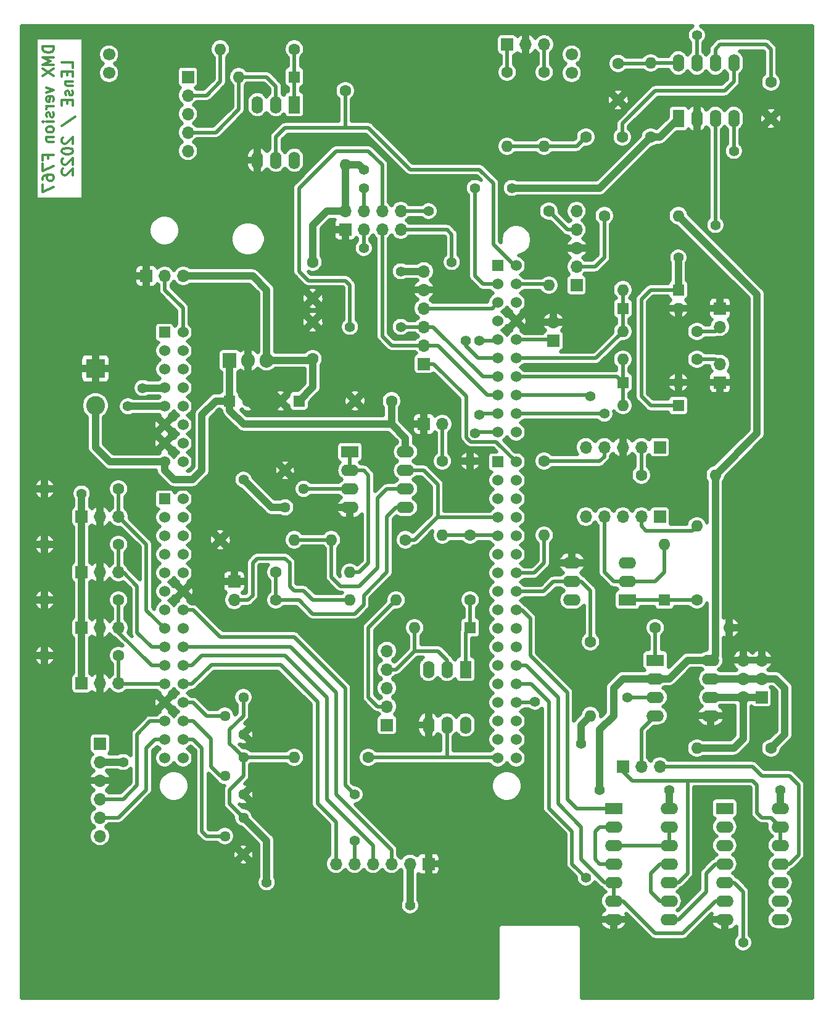
<source format=gbr>
%TF.GenerationSoftware,KiCad,Pcbnew,(5.1.6)-1*%
%TF.CreationDate,2022-04-08T07:46:14+02:00*%
%TF.ProjectId,carteDmx512vFinale,63617274-6544-46d7-9835-31327646696e,VILLEMEJANE*%
%TF.SameCoordinates,Original*%
%TF.FileFunction,Copper,L2,Bot*%
%TF.FilePolarity,Positive*%
%FSLAX46Y46*%
G04 Gerber Fmt 4.6, Leading zero omitted, Abs format (unit mm)*
G04 Created by KiCad (PCBNEW (5.1.6)-1) date 2022-04-08 07:46:14*
%MOMM*%
%LPD*%
G01*
G04 APERTURE LIST*
%TA.AperFunction,NonConductor*%
%ADD10C,0.375000*%
%TD*%
%TA.AperFunction,ComponentPad*%
%ADD11O,1.600000X2.400000*%
%TD*%
%TA.AperFunction,ComponentPad*%
%ADD12R,1.600000X2.400000*%
%TD*%
%TA.AperFunction,ComponentPad*%
%ADD13R,1.530000X1.530000*%
%TD*%
%TA.AperFunction,ComponentPad*%
%ADD14C,1.530000*%
%TD*%
%TA.AperFunction,ComponentPad*%
%ADD15C,1.700000*%
%TD*%
%TA.AperFunction,ComponentPad*%
%ADD16O,1.600000X1.600000*%
%TD*%
%TA.AperFunction,ComponentPad*%
%ADD17C,1.600000*%
%TD*%
%TA.AperFunction,ComponentPad*%
%ADD18R,1.600000X1.600000*%
%TD*%
%TA.AperFunction,ComponentPad*%
%ADD19R,1.700000X1.700000*%
%TD*%
%TA.AperFunction,ComponentPad*%
%ADD20O,1.700000X1.700000*%
%TD*%
%TA.AperFunction,ComponentPad*%
%ADD21R,2.600000X2.600000*%
%TD*%
%TA.AperFunction,ComponentPad*%
%ADD22C,2.600000*%
%TD*%
%TA.AperFunction,ComponentPad*%
%ADD23C,1.440000*%
%TD*%
%TA.AperFunction,ComponentPad*%
%ADD24O,2.400000X1.600000*%
%TD*%
%TA.AperFunction,ComponentPad*%
%ADD25R,2.400000X1.600000*%
%TD*%
%TA.AperFunction,ComponentPad*%
%ADD26R,1.905000X2.000000*%
%TD*%
%TA.AperFunction,ComponentPad*%
%ADD27O,1.905000X2.000000*%
%TD*%
%TA.AperFunction,ViaPad*%
%ADD28C,1.400000*%
%TD*%
%TA.AperFunction,Conductor*%
%ADD29C,0.500000*%
%TD*%
%TA.AperFunction,Conductor*%
%ADD30C,1.000000*%
%TD*%
G04 APERTURE END LIST*
D10*
X17781071Y-23762142D02*
X16281071Y-23762142D01*
X16281071Y-24119285D01*
X16352500Y-24333571D01*
X16495357Y-24476428D01*
X16638214Y-24547857D01*
X16923928Y-24619285D01*
X17138214Y-24619285D01*
X17423928Y-24547857D01*
X17566785Y-24476428D01*
X17709642Y-24333571D01*
X17781071Y-24119285D01*
X17781071Y-23762142D01*
X17781071Y-25262142D02*
X16281071Y-25262142D01*
X17352500Y-25762142D01*
X16281071Y-26262142D01*
X17781071Y-26262142D01*
X16281071Y-26833571D02*
X17781071Y-27833571D01*
X16281071Y-27833571D02*
X17781071Y-26833571D01*
X16781071Y-29405000D02*
X17781071Y-29762142D01*
X16781071Y-30119285D01*
X17709642Y-31262142D02*
X17781071Y-31119285D01*
X17781071Y-30833571D01*
X17709642Y-30690714D01*
X17566785Y-30619285D01*
X16995357Y-30619285D01*
X16852500Y-30690714D01*
X16781071Y-30833571D01*
X16781071Y-31119285D01*
X16852500Y-31262142D01*
X16995357Y-31333571D01*
X17138214Y-31333571D01*
X17281071Y-30619285D01*
X17781071Y-31976428D02*
X16781071Y-31976428D01*
X17066785Y-31976428D02*
X16923928Y-32047857D01*
X16852500Y-32119285D01*
X16781071Y-32262142D01*
X16781071Y-32404999D01*
X17709642Y-32833571D02*
X17781071Y-32976428D01*
X17781071Y-33262142D01*
X17709642Y-33404999D01*
X17566785Y-33476428D01*
X17495357Y-33476428D01*
X17352500Y-33404999D01*
X17281071Y-33262142D01*
X17281071Y-33047857D01*
X17209642Y-32904999D01*
X17066785Y-32833571D01*
X16995357Y-32833571D01*
X16852500Y-32904999D01*
X16781071Y-33047857D01*
X16781071Y-33262142D01*
X16852500Y-33404999D01*
X17781071Y-34119285D02*
X16781071Y-34119285D01*
X16281071Y-34119285D02*
X16352500Y-34047857D01*
X16423928Y-34119285D01*
X16352500Y-34190714D01*
X16281071Y-34119285D01*
X16423928Y-34119285D01*
X17781071Y-35047857D02*
X17709642Y-34905000D01*
X17638214Y-34833571D01*
X17495357Y-34762142D01*
X17066785Y-34762142D01*
X16923928Y-34833571D01*
X16852500Y-34905000D01*
X16781071Y-35047857D01*
X16781071Y-35262142D01*
X16852500Y-35405000D01*
X16923928Y-35476428D01*
X17066785Y-35547857D01*
X17495357Y-35547857D01*
X17638214Y-35476428D01*
X17709642Y-35405000D01*
X17781071Y-35262142D01*
X17781071Y-35047857D01*
X16781071Y-36190714D02*
X17781071Y-36190714D01*
X16923928Y-36190714D02*
X16852500Y-36262142D01*
X16781071Y-36405000D01*
X16781071Y-36619285D01*
X16852500Y-36762142D01*
X16995357Y-36833571D01*
X17781071Y-36833571D01*
X16995357Y-39190714D02*
X16995357Y-38690714D01*
X17781071Y-38690714D02*
X16281071Y-38690714D01*
X16281071Y-39405000D01*
X16281071Y-39833571D02*
X16281071Y-40833571D01*
X17781071Y-40190714D01*
X16281071Y-42047857D02*
X16281071Y-41762142D01*
X16352500Y-41619285D01*
X16423928Y-41547857D01*
X16638214Y-41405000D01*
X16923928Y-41333571D01*
X17495357Y-41333571D01*
X17638214Y-41405000D01*
X17709642Y-41476428D01*
X17781071Y-41619285D01*
X17781071Y-41905000D01*
X17709642Y-42047857D01*
X17638214Y-42119285D01*
X17495357Y-42190714D01*
X17138214Y-42190714D01*
X16995357Y-42119285D01*
X16923928Y-42047857D01*
X16852500Y-41905000D01*
X16852500Y-41619285D01*
X16923928Y-41476428D01*
X16995357Y-41405000D01*
X17138214Y-41333571D01*
X16281071Y-42690714D02*
X16281071Y-43690714D01*
X17781071Y-43047857D01*
X20406071Y-26690714D02*
X20406071Y-25976428D01*
X18906071Y-25976428D01*
X19620357Y-27190714D02*
X19620357Y-27690714D01*
X20406071Y-27905000D02*
X20406071Y-27190714D01*
X18906071Y-27190714D01*
X18906071Y-27905000D01*
X19406071Y-28547857D02*
X20406071Y-28547857D01*
X19548928Y-28547857D02*
X19477500Y-28619285D01*
X19406071Y-28762142D01*
X19406071Y-28976428D01*
X19477500Y-29119285D01*
X19620357Y-29190714D01*
X20406071Y-29190714D01*
X20334642Y-29833571D02*
X20406071Y-29976428D01*
X20406071Y-30262142D01*
X20334642Y-30405000D01*
X20191785Y-30476428D01*
X20120357Y-30476428D01*
X19977500Y-30405000D01*
X19906071Y-30262142D01*
X19906071Y-30047857D01*
X19834642Y-29905000D01*
X19691785Y-29833571D01*
X19620357Y-29833571D01*
X19477500Y-29905000D01*
X19406071Y-30047857D01*
X19406071Y-30262142D01*
X19477500Y-30405000D01*
X19620357Y-31119285D02*
X19620357Y-31619285D01*
X20406071Y-31833571D02*
X20406071Y-31119285D01*
X18906071Y-31119285D01*
X18906071Y-31833571D01*
X18834642Y-34690714D02*
X20763214Y-33405000D01*
X19048928Y-36262142D02*
X18977500Y-36333571D01*
X18906071Y-36476428D01*
X18906071Y-36833571D01*
X18977500Y-36976428D01*
X19048928Y-37047857D01*
X19191785Y-37119285D01*
X19334642Y-37119285D01*
X19548928Y-37047857D01*
X20406071Y-36190714D01*
X20406071Y-37119285D01*
X18906071Y-38047857D02*
X18906071Y-38190714D01*
X18977500Y-38333571D01*
X19048928Y-38405000D01*
X19191785Y-38476428D01*
X19477500Y-38547857D01*
X19834642Y-38547857D01*
X20120357Y-38476428D01*
X20263214Y-38405000D01*
X20334642Y-38333571D01*
X20406071Y-38190714D01*
X20406071Y-38047857D01*
X20334642Y-37905000D01*
X20263214Y-37833571D01*
X20120357Y-37762142D01*
X19834642Y-37690714D01*
X19477500Y-37690714D01*
X19191785Y-37762142D01*
X19048928Y-37833571D01*
X18977500Y-37905000D01*
X18906071Y-38047857D01*
X19048928Y-39119285D02*
X18977500Y-39190714D01*
X18906071Y-39333571D01*
X18906071Y-39690714D01*
X18977500Y-39833571D01*
X19048928Y-39905000D01*
X19191785Y-39976428D01*
X19334642Y-39976428D01*
X19548928Y-39905000D01*
X20406071Y-39047857D01*
X20406071Y-39976428D01*
X19048928Y-40547857D02*
X18977500Y-40619285D01*
X18906071Y-40762142D01*
X18906071Y-41119285D01*
X18977500Y-41262142D01*
X19048928Y-41333571D01*
X19191785Y-41405000D01*
X19334642Y-41405000D01*
X19548928Y-41333571D01*
X20406071Y-40476428D01*
X20406071Y-41405000D01*
D11*
%TO.P,U10,8*%
%TO.N,Net-(C7-Pad1)*%
X103505000Y-26035000D03*
%TO.P,U10,4*%
%TO.N,EQ_Strobe*%
X111125000Y-33655000D03*
%TO.P,U10,7*%
%TO.N,EQ_Reset*%
X106045000Y-26035000D03*
%TO.P,U10,3*%
%TO.N,EQ_out*%
X108585000Y-33655000D03*
%TO.P,U10,6*%
%TO.N,Net-(C8-Pad1)*%
X108585000Y-26035000D03*
%TO.P,U10,2*%
%TO.N,GND*%
X106045000Y-33655000D03*
%TO.P,U10,5*%
%TO.N,Net-(C2-Pad2)*%
X111125000Y-26035000D03*
D12*
%TO.P,U10,1*%
%TO.N,3.3V*%
X103505000Y-33655000D03*
%TD*%
D13*
%TO.P,U7,CN8_1*%
%TO.N,Net-(U7-PadCN8_1)*%
X32985001Y-62970001D03*
D14*
%TO.P,U7,CN8_2*%
%TO.N,Bandeau_LED*%
X35525001Y-62970001D03*
%TO.P,U7,CN8_3*%
%TO.N,Net-(U7-PadCN8_3)*%
X32985001Y-65510001D03*
%TO.P,U7,CN8_4*%
%TO.N,Net-(U7-PadCN8_4)*%
X35525001Y-65510001D03*
%TO.P,U7,CN8_5*%
%TO.N,Net-(U7-PadCN8_5)*%
X32985001Y-68050001D03*
%TO.P,U7,CN8_6*%
%TO.N,Net-(U7-PadCN8_6)*%
X35525001Y-68050001D03*
%TO.P,U7,CN8_7*%
%TO.N,3.3V*%
X32985001Y-70590001D03*
%TO.P,U7,CN8_8*%
%TO.N,Net-(U7-PadCN8_8)*%
X35525001Y-70590001D03*
%TO.P,U7,CN8_9*%
%TO.N,5V*%
X32985001Y-73130001D03*
%TO.P,U7,CN8_10*%
%TO.N,Net-(U7-PadCN8_10)*%
X35525001Y-73130001D03*
%TO.P,U7,CN8_11*%
%TO.N,GND*%
X32985001Y-75670001D03*
%TO.P,U7,CN8_12*%
%TO.N,Net-(U7-PadCN8_12)*%
X35525001Y-75670001D03*
%TO.P,U7,CN8_13*%
%TO.N,GND*%
X32985001Y-78210001D03*
%TO.P,U7,CN8_14*%
%TO.N,Net-(U7-PadCN8_14)*%
X35525001Y-78210001D03*
%TO.P,U7,CN8_15*%
%TO.N,Vinput*%
X32985001Y-80750001D03*
%TO.P,U7,CN8_16*%
%TO.N,Net-(U7-PadCN8_16)*%
X35525001Y-80750001D03*
D13*
%TO.P,U7,CN9_1*%
%TO.N,Net-(U7-PadCN9_1)*%
X32985001Y-85830001D03*
D14*
%TO.P,U7,CN9_2*%
%TO.N,Net-(U7-PadCN9_2)*%
X35525001Y-85830001D03*
%TO.P,U7,CN9_3*%
%TO.N,Net-(U7-PadCN9_3)*%
X32985001Y-88370001D03*
%TO.P,U7,CN9_4*%
%TO.N,Net-(U7-PadCN9_4)*%
X35525001Y-88370001D03*
%TO.P,U7,CN9_5*%
%TO.N,Net-(U7-PadCN9_5)*%
X32985001Y-90910001D03*
%TO.P,U7,CN9_6*%
%TO.N,Net-(U7-PadCN9_6)*%
X35525001Y-90910001D03*
%TO.P,U7,CN9_7*%
%TO.N,Net-(U7-PadCN9_7)*%
X32985001Y-93450001D03*
%TO.P,U7,CN9_8*%
%TO.N,Net-(U7-PadCN9_8)*%
X35525001Y-93450001D03*
%TO.P,U7,CN9_9*%
%TO.N,Net-(U7-PadCN9_9)*%
X32985001Y-95990001D03*
%TO.P,U7,CN9_10*%
%TO.N,Net-(U7-PadCN9_10)*%
X35525001Y-95990001D03*
%TO.P,U7,CN9_11*%
%TO.N,Net-(U7-PadCN9_11)*%
X32985001Y-98530001D03*
%TO.P,U7,CN9_12*%
%TO.N,GND*%
X35525001Y-98530001D03*
%TO.P,U7,CN9_13*%
%TO.N,Net-(U7-PadCN9_13)*%
X32985001Y-101070001D03*
%TO.P,U7,CN9_14*%
%TO.N,SCK_SD*%
X35525001Y-101070001D03*
%TO.P,U7,CN9_15*%
%TO.N,DIG_IN_1*%
X32985001Y-103610001D03*
%TO.P,U7,CN9_16*%
%TO.N,Net-(U7-PadCN9_16)*%
X35525001Y-103610001D03*
%TO.P,U7,CN9_17*%
%TO.N,DIG_IN_2*%
X32985001Y-106150001D03*
%TO.P,U7,CN9_18*%
%TO.N,MISO_SD*%
X35525001Y-106150001D03*
%TO.P,U7,CN9_19*%
%TO.N,DIG_IN_3*%
X32985001Y-108690001D03*
%TO.P,U7,CN9_20*%
%TO.N,MOSI_SD*%
X35525001Y-108690001D03*
%TO.P,U7,CN9_21*%
%TO.N,DIG_IN_4*%
X32985001Y-111230001D03*
%TO.P,U7,CN9_22*%
%TO.N,CS_SDCar*%
X35525001Y-111230001D03*
%TO.P,U7,CN9_23*%
%TO.N,GND*%
X32985001Y-113770001D03*
%TO.P,U7,CN9_24*%
%TO.N,AnInR*%
X35525001Y-113770001D03*
%TO.P,U7,CN9_25*%
%TO.N,RX_BT_HC05*%
X32985001Y-116310001D03*
%TO.P,U7,CN9_26*%
%TO.N,AnInG*%
X35525001Y-116310001D03*
%TO.P,U7,CN9_27*%
%TO.N,TX_BT_HC05*%
X32985001Y-118850001D03*
%TO.P,U7,CN9_28*%
%TO.N,AnInB*%
X35525001Y-118850001D03*
D13*
%TO.P,U7,CN7_1*%
%TO.N,Net-(U7-PadCN7_1)*%
X78705001Y-53826001D03*
D14*
%TO.P,U7,CN7_2*%
%TO.N,MIDI1_IN_RX*%
X81245001Y-53826001D03*
D13*
%TO.P,U7,CN10_1*%
%TO.N,Net-(U7-PadCN10_1)*%
X78705001Y-80750001D03*
D14*
%TO.P,U7,CN10_2*%
%TO.N,RS_LCD*%
X81245001Y-80750001D03*
%TO.P,U7,CN10_3*%
%TO.N,Net-(U7-PadCN10_3)*%
X78705001Y-83290001D03*
%TO.P,U7,CN10_4*%
%TO.N,Net-(U7-PadCN10_4)*%
X81245001Y-83290001D03*
%TO.P,U7,CN10_5*%
%TO.N,Net-(U7-PadCN10_5)*%
X78705001Y-85830001D03*
%TO.P,U7,CN10_6*%
%TO.N,Net-(U7-PadCN10_6)*%
X81245001Y-85830001D03*
%TO.P,U7,CN10_7*%
%TO.N,Pitch_In*%
X78705001Y-88370001D03*
%TO.P,U7,CN10_8*%
%TO.N,Net-(U7-PadCN10_8)*%
X81245001Y-88370001D03*
%TO.P,U7,CN10_9*%
%TO.N,Volume_In*%
X78705001Y-90910001D03*
%TO.P,U7,CN10_10*%
%TO.N,Net-(U7-PadCN10_10)*%
X81245001Y-90910001D03*
%TO.P,U7,CN10_11*%
%TO.N,Net-(U7-PadCN10_11)*%
X78705001Y-93450001D03*
%TO.P,U7,CN10_12*%
%TO.N,Net-(U7-PadCN10_12)*%
X81245001Y-93450001D03*
%TO.P,U7,CN10_13*%
%TO.N,Net-(U7-PadCN10_13)*%
X78705001Y-95990001D03*
%TO.P,U7,CN10_14*%
%TO.N,MIDI2_OUT_TX*%
X81245001Y-95990001D03*
%TO.P,U7,CN10_15*%
%TO.N,Net-(U7-PadCN10_15)*%
X78705001Y-98530001D03*
%TO.P,U7,CN10_16*%
%TO.N,MIDI2_IN_RX*%
X81245001Y-98530001D03*
%TO.P,U7,CN10_17*%
%TO.N,Net-(U7-PadCN10_17)*%
X78705001Y-101070001D03*
%TO.P,U7,CN10_18*%
%TO.N,TX_DMX*%
X81245001Y-101070001D03*
%TO.P,U7,CN10_19*%
%TO.N,Net-(U7-PadCN10_19)*%
X78705001Y-103610001D03*
%TO.P,U7,CN10_20*%
%TO.N,Net-(U7-PadCN10_20)*%
X81245001Y-103610001D03*
%TO.P,U7,CN10_21*%
%TO.N,Net-(U7-PadCN10_21)*%
X78705001Y-106150001D03*
%TO.P,U7,CN10_22*%
%TO.N,Net-(U7-PadCN10_22)*%
X81245001Y-106150001D03*
%TO.P,U7,CN10_23*%
%TO.N,Net-(U7-PadCN10_23)*%
X78705001Y-108690001D03*
%TO.P,U7,CN10_24*%
%TO.N,start*%
X81245001Y-108690001D03*
%TO.P,U7,CN10_25*%
%TO.N,Net-(U7-PadCN10_25)*%
X78705001Y-111230001D03*
%TO.P,U7,CN10_26*%
%TO.N,out_s*%
X81245001Y-111230001D03*
%TO.P,U7,CN10_27*%
%TO.N,Net-(U7-PadCN10_27)*%
X78705001Y-113770001D03*
%TO.P,U7,CN10_28*%
%TO.N,enable*%
X81245001Y-113770001D03*
%TO.P,U7,CN10_29*%
%TO.N,Net-(U7-PadCN10_29)*%
X78705001Y-116310001D03*
%TO.P,U7,CN10_30*%
%TO.N,Net-(U7-PadCN10_30)*%
X81245001Y-116310001D03*
%TO.P,U7,CN10_31*%
%TO.N,LED1*%
X78705001Y-118850001D03*
%TO.P,U7,CN10_32*%
%TO.N,Net-(U7-PadCN10_32)*%
X81245001Y-118850001D03*
%TO.P,U7,CN7_3*%
%TO.N,CSN_nrF*%
X78705001Y-56366001D03*
%TO.P,U7,CN7_4*%
%TO.N,MIDI1_OUT_TX*%
X81245001Y-56366001D03*
%TO.P,U7,CN7_5*%
%TO.N,CS_LCD*%
X78705001Y-58906001D03*
%TO.P,U7,CN7_6*%
%TO.N,Net-(U7-PadCN7_6)*%
X81245001Y-58906001D03*
%TO.P,U7,CN7_7*%
%TO.N,Net-(U7-PadCN7_7)*%
X78705001Y-61446001D03*
%TO.P,U7,CN7_8*%
%TO.N,GND*%
X81245001Y-61446001D03*
%TO.P,U7,CN7_9*%
%TO.N,IRQ_nrF*%
X78705001Y-63986001D03*
%TO.P,U7,CN7_10*%
%TO.N,DAC1*%
X81245001Y-63986001D03*
%TO.P,U7,CN7_11*%
%TO.N,CE_nrF*%
X78705001Y-66526001D03*
%TO.P,U7,CN7_12*%
%TO.N,AnalogIn2*%
X81245001Y-66526001D03*
%TO.P,U7,CN7_13*%
%TO.N,MOSI_nrF*%
X78705001Y-69066001D03*
%TO.P,U7,CN7_14*%
%TO.N,AnalogIn1*%
X81245001Y-69066001D03*
%TO.P,U7,CN7_15*%
%TO.N,SCK_nrF*%
X78705001Y-71606001D03*
%TO.P,U7,CN7_16*%
%TO.N,EQ_Strobe*%
X81245001Y-71606001D03*
%TO.P,U7,CN7_17*%
%TO.N,EQ_out*%
X78705001Y-74146001D03*
%TO.P,U7,CN7_18*%
%TO.N,EQ_Reset*%
X81245001Y-74146001D03*
%TO.P,U7,CN7_19*%
%TO.N,MISO_nrF*%
X78705001Y-76686001D03*
%TO.P,U7,CN7_20*%
%TO.N,Net-(U7-PadCN7_20)*%
X81245001Y-76686001D03*
%TO.P,U7,CN9_29*%
%TO.N,Net-(U7-PadCN9_29)*%
X32985001Y-121390001D03*
%TO.P,U7,CN9_30*%
%TO.N,Net-(U7-PadCN9_30)*%
X35525001Y-121390001D03*
%TO.P,U7,CN10_33*%
%TO.N,MIDI3_IN_RX*%
X78705001Y-121390001D03*
%TO.P,U7,CN10_34*%
%TO.N,Net-(U7-PadCN10_34)*%
X81245001Y-121390001D03*
D15*
%TO.P,U7,CN2_1*%
%TO.N,N/C*%
X25365001Y-24875001D03*
%TO.P,U7,CN3_1*%
X88865001Y-24875001D03*
%TO.P,U7,CN2_2*%
X25365001Y-27415001D03*
%TO.P,U7,CN3_2*%
X88865001Y-27415001D03*
%TD*%
D16*
%TO.P,R7,2*%
%TO.N,Net-(J9-Pad2)*%
X106045000Y-89535000D03*
D17*
%TO.P,R7,1*%
%TO.N,Net-(D2-Pad1)*%
X106045000Y-99695000D03*
%TD*%
D16*
%TO.P,R6,2*%
%TO.N,3.3V*%
X57785000Y-40005000D03*
D17*
%TO.P,R6,1*%
%TO.N,MIDI1_IN_RX*%
X57785000Y-29845000D03*
%TD*%
%TO.P,C3,1*%
%TO.N,GND*%
X59135000Y-72390000D03*
%TO.P,C3,2*%
%TO.N,Vinput*%
X64135000Y-72390000D03*
%TD*%
%TO.P,C1,1*%
%TO.N,GND*%
X53340000Y-58340000D03*
%TO.P,C1,2*%
%TO.N,3.3V*%
X53340000Y-53340000D03*
%TD*%
D18*
%TO.P,C4,1*%
%TO.N,Vinput*%
X41910000Y-72390000D03*
D17*
%TO.P,C4,2*%
%TO.N,GND*%
X44410000Y-72390000D03*
%TD*%
%TO.P,C5,2*%
%TO.N,GND*%
X48935000Y-72390000D03*
D18*
%TO.P,C5,1*%
%TO.N,5V_REG*%
X51435000Y-72390000D03*
%TD*%
D17*
%TO.P,C6,2*%
%TO.N,5V_REG*%
X53340000Y-66595000D03*
%TO.P,C6,1*%
%TO.N,GND*%
X53340000Y-61595000D03*
%TD*%
D18*
%TO.P,D1,1*%
%TO.N,Net-(D1-Pad1)*%
X50800000Y-27940000D03*
D16*
%TO.P,D1,2*%
%TO.N,Net-(D1-Pad2)*%
X43180000Y-27940000D03*
%TD*%
%TO.P,D2,2*%
%TO.N,Net-(D2-Pad2)*%
X101600000Y-92075000D03*
D18*
%TO.P,D2,1*%
%TO.N,Net-(D2-Pad1)*%
X101600000Y-99695000D03*
%TD*%
%TO.P,D3,1*%
%TO.N,3.3V*%
X103505000Y-73025000D03*
D16*
%TO.P,D3,2*%
%TO.N,AnalogIn1*%
X95885000Y-73025000D03*
%TD*%
%TO.P,D4,2*%
%TO.N,GND*%
X103505000Y-69850000D03*
D18*
%TO.P,D4,1*%
%TO.N,AnalogIn1*%
X95885000Y-69850000D03*
%TD*%
%TO.P,D5,1*%
%TO.N,Net-(D5-Pad1)*%
X74930000Y-103505000D03*
D16*
%TO.P,D5,2*%
%TO.N,Net-(D5-Pad2)*%
X67310000Y-103505000D03*
%TD*%
D18*
%TO.P,D6,1*%
%TO.N,3.3V*%
X103505000Y-57150000D03*
D16*
%TO.P,D6,2*%
%TO.N,AnalogIn2*%
X95885000Y-57150000D03*
%TD*%
%TO.P,D7,2*%
%TO.N,GND*%
X103505000Y-59690000D03*
D18*
%TO.P,D7,1*%
%TO.N,AnalogIn2*%
X95885000Y-59690000D03*
%TD*%
D19*
%TO.P,J1,1*%
%TO.N,GND*%
X109220000Y-69850000D03*
D20*
%TO.P,J1,2*%
%TO.N,Net-(J1-Pad2)*%
X109220000Y-67310000D03*
%TD*%
D19*
%TO.P,J3,1*%
%TO.N,Net-(J3-Pad1)*%
X114935000Y-113030000D03*
D20*
%TO.P,J3,2*%
X112395000Y-113030000D03*
%TO.P,J3,3*%
%TO.N,Net-(J3-Pad3)*%
X114935000Y-110490000D03*
%TO.P,J3,4*%
X112395000Y-110490000D03*
%TO.P,J3,5*%
%TO.N,GND*%
X114935000Y-107950000D03*
%TO.P,J3,6*%
X112395000Y-107950000D03*
%TD*%
D21*
%TO.P,J6,1*%
%TO.N,GND*%
X23495000Y-67945000D03*
D22*
%TO.P,J6,2*%
%TO.N,Vinput*%
X23495000Y-73025000D03*
%TD*%
D19*
%TO.P,J7,1*%
%TO.N,Net-(J7-Pad1)*%
X36195000Y-27940000D03*
D20*
%TO.P,J7,2*%
%TO.N,Net-(J7-Pad2)*%
X36195000Y-30480000D03*
%TO.P,J7,3*%
%TO.N,Net-(J7-Pad3)*%
X36195000Y-33020000D03*
%TO.P,J7,4*%
%TO.N,Net-(D1-Pad2)*%
X36195000Y-35560000D03*
%TO.P,J7,5*%
%TO.N,Net-(J7-Pad5)*%
X36195000Y-38100000D03*
%TD*%
D19*
%TO.P,J8,1*%
%TO.N,GND*%
X57785000Y-48895000D03*
D20*
%TO.P,J8,2*%
%TO.N,3.3V*%
X57785000Y-46355000D03*
%TO.P,J8,3*%
%TO.N,CE_nrF*%
X60325000Y-48895000D03*
%TO.P,J8,4*%
%TO.N,CSN_nrF*%
X60325000Y-46355000D03*
%TO.P,J8,5*%
%TO.N,SCK_nrF*%
X62865000Y-48895000D03*
%TO.P,J8,6*%
%TO.N,MOSI_nrF*%
X62865000Y-46355000D03*
%TO.P,J8,7*%
%TO.N,MISO_nrF*%
X65405000Y-48895000D03*
%TO.P,J8,8*%
%TO.N,IRQ_nrF*%
X65405000Y-46355000D03*
%TD*%
%TO.P,J9,5*%
%TO.N,Net-(J9-Pad5)*%
X90805000Y-88265000D03*
%TO.P,J9,4*%
%TO.N,Net-(D2-Pad2)*%
X93345000Y-88265000D03*
%TO.P,J9,3*%
%TO.N,Net-(J9-Pad3)*%
X95885000Y-88265000D03*
%TO.P,J9,2*%
%TO.N,Net-(J9-Pad2)*%
X98425000Y-88265000D03*
D19*
%TO.P,J9,1*%
%TO.N,Net-(J9-Pad1)*%
X100965000Y-88265000D03*
%TD*%
%TO.P,J10,1*%
%TO.N,Net-(J10-Pad1)*%
X63500000Y-116840000D03*
D20*
%TO.P,J10,2*%
%TO.N,Net-(J10-Pad2)*%
X63500000Y-114300000D03*
%TO.P,J10,3*%
%TO.N,Net-(J10-Pad3)*%
X63500000Y-111760000D03*
%TO.P,J10,4*%
%TO.N,Net-(D5-Pad2)*%
X63500000Y-109220000D03*
%TO.P,J10,5*%
%TO.N,Net-(J10-Pad5)*%
X63500000Y-106680000D03*
%TD*%
D19*
%TO.P,J11,1*%
%TO.N,GND*%
X109220000Y-59690000D03*
D20*
%TO.P,J11,2*%
%TO.N,Net-(J11-Pad2)*%
X109220000Y-62230000D03*
%TD*%
D19*
%TO.P,J12,1*%
%TO.N,Net-(J12-Pad1)*%
X89535000Y-56515000D03*
D20*
%TO.P,J12,2*%
%TO.N,Net-(J12-Pad2)*%
X89535000Y-53975000D03*
%TO.P,J12,3*%
%TO.N,GND*%
X89535000Y-51435000D03*
%TO.P,J12,4*%
%TO.N,Net-(J12-Pad4)*%
X89535000Y-48895000D03*
%TO.P,J12,5*%
%TO.N,Net-(J12-Pad5)*%
X89535000Y-46355000D03*
%TD*%
%TO.P,J13,5*%
%TO.N,Net-(J13-Pad5)*%
X90805000Y-78740000D03*
%TO.P,J13,4*%
%TO.N,Net-(J13-Pad4)*%
X93345000Y-78740000D03*
%TO.P,J13,3*%
%TO.N,GND*%
X95885000Y-78740000D03*
%TO.P,J13,2*%
%TO.N,Net-(J13-Pad2)*%
X98425000Y-78740000D03*
D19*
%TO.P,J13,1*%
%TO.N,Net-(J13-Pad1)*%
X100965000Y-78740000D03*
%TD*%
D20*
%TO.P,J14,2*%
%TO.N,GND*%
X86360000Y-61595000D03*
D19*
%TO.P,J14,1*%
%TO.N,DAC1*%
X86360000Y-64135000D03*
%TD*%
%TO.P,J16,1*%
%TO.N,3.3V*%
X21590000Y-103505000D03*
D20*
%TO.P,J16,2*%
%TO.N,GND*%
X24130000Y-103505000D03*
%TO.P,J16,3*%
%TO.N,DIG_IN_3*%
X26670000Y-103505000D03*
%TD*%
%TO.P,J17,3*%
%TO.N,DIG_IN_1*%
X26670000Y-88265000D03*
%TO.P,J17,2*%
%TO.N,GND*%
X24130000Y-88265000D03*
D19*
%TO.P,J17,1*%
%TO.N,3.3V*%
X21590000Y-88265000D03*
%TD*%
%TO.P,J18,1*%
%TO.N,3.3V*%
X21590000Y-111125000D03*
D20*
%TO.P,J18,2*%
%TO.N,GND*%
X24130000Y-111125000D03*
%TO.P,J18,3*%
%TO.N,DIG_IN_4*%
X26670000Y-111125000D03*
%TD*%
%TO.P,J19,3*%
%TO.N,DIG_IN_2*%
X26670000Y-95885000D03*
%TO.P,J19,2*%
%TO.N,GND*%
X24130000Y-95885000D03*
D19*
%TO.P,J19,1*%
%TO.N,3.3V*%
X21590000Y-95885000D03*
%TD*%
D17*
%TO.P,R1,1*%
%TO.N,Net-(J3-Pad3)*%
X116205000Y-120015000D03*
D16*
%TO.P,R1,2*%
%TO.N,Net-(J3-Pad1)*%
X106045000Y-120015000D03*
%TD*%
%TO.P,R2,2*%
%TO.N,GND*%
X110490000Y-103505000D03*
D17*
%TO.P,R2,1*%
%TO.N,Net-(R2-Pad1)*%
X100330000Y-103505000D03*
%TD*%
%TO.P,R3,1*%
%TO.N,Net-(R3-Pad1)*%
X48260000Y-95885000D03*
D16*
%TO.P,R3,2*%
%TO.N,Net-(R3-Pad2)*%
X58420000Y-95885000D03*
%TD*%
D17*
%TO.P,R4,1*%
%TO.N,Net-(R3-Pad1)*%
X48260000Y-99695000D03*
D16*
%TO.P,R4,2*%
%TO.N,Pit_In*%
X58420000Y-99695000D03*
%TD*%
%TO.P,R5,2*%
%TO.N,Net-(J7-Pad2)*%
X40640000Y-24130000D03*
D17*
%TO.P,R5,1*%
%TO.N,Net-(D1-Pad1)*%
X50800000Y-24130000D03*
%TD*%
%TO.P,R8,1*%
%TO.N,MIDI2_IN_RX*%
X91440000Y-105410000D03*
D16*
%TO.P,R8,2*%
%TO.N,3.3V*%
X91440000Y-115570000D03*
%TD*%
%TO.P,R9,2*%
%TO.N,AnalogIn1*%
X95885000Y-66675000D03*
D17*
%TO.P,R9,1*%
%TO.N,Net-(J1-Pad2)*%
X106045000Y-66675000D03*
%TD*%
D16*
%TO.P,R10,2*%
%TO.N,Net-(J10-Pad2)*%
X64770000Y-99695000D03*
D17*
%TO.P,R10,1*%
%TO.N,Net-(D5-Pad1)*%
X74930000Y-99695000D03*
%TD*%
D16*
%TO.P,R11,2*%
%TO.N,3.3V*%
X50800000Y-121285000D03*
D17*
%TO.P,R11,1*%
%TO.N,MIDI3_IN_RX*%
X60960000Y-121285000D03*
%TD*%
%TO.P,R12,1*%
%TO.N,Net-(J11-Pad2)*%
X106045000Y-62865000D03*
D16*
%TO.P,R12,2*%
%TO.N,AnalogIn2*%
X95885000Y-62865000D03*
%TD*%
D17*
%TO.P,R13,1*%
%TO.N,Net-(J12-Pad2)*%
X93345000Y-46990000D03*
D16*
%TO.P,R13,2*%
%TO.N,5V*%
X103505000Y-46990000D03*
%TD*%
%TO.P,R14,2*%
%TO.N,MIDI1_OUT_TX*%
X85725000Y-56515000D03*
D17*
%TO.P,R14,1*%
%TO.N,Net-(J12-Pad4)*%
X85725000Y-46355000D03*
%TD*%
D16*
%TO.P,R15,2*%
%TO.N,MIDI2_OUT_TX*%
X85090000Y-90805000D03*
D17*
%TO.P,R15,1*%
%TO.N,Net-(J13-Pad4)*%
X85090000Y-80645000D03*
%TD*%
%TO.P,R16,1*%
%TO.N,Net-(J13-Pad2)*%
X98425000Y-82550000D03*
D16*
%TO.P,R16,2*%
%TO.N,5V*%
X108585000Y-82550000D03*
%TD*%
D17*
%TO.P,R17,1*%
%TO.N,GND*%
X40640000Y-91440000D03*
D16*
%TO.P,R17,2*%
%TO.N,Net-(R17-Pad2)*%
X50800000Y-91440000D03*
%TD*%
%TO.P,R18,2*%
%TO.N,Net-(R17-Pad2)*%
X55880000Y-91440000D03*
D17*
%TO.P,R18,1*%
%TO.N,Pitch_In*%
X66040000Y-91440000D03*
%TD*%
D16*
%TO.P,R19,2*%
%TO.N,GND*%
X16510000Y-84455000D03*
D17*
%TO.P,R19,1*%
%TO.N,DIG_IN_1*%
X26670000Y-84455000D03*
%TD*%
%TO.P,R20,1*%
%TO.N,DIG_IN_3*%
X26670000Y-99695000D03*
D16*
%TO.P,R20,2*%
%TO.N,GND*%
X16510000Y-99695000D03*
%TD*%
D17*
%TO.P,R21,1*%
%TO.N,DIG_IN_4*%
X26670000Y-107315000D03*
D16*
%TO.P,R21,2*%
%TO.N,GND*%
X16510000Y-107315000D03*
%TD*%
D17*
%TO.P,R22,1*%
%TO.N,DIG_IN_2*%
X26670000Y-92075000D03*
D16*
%TO.P,R22,2*%
%TO.N,GND*%
X16510000Y-92075000D03*
%TD*%
D17*
%TO.P,R23,1*%
%TO.N,Vol_In*%
X71120000Y-80645000D03*
D16*
%TO.P,R23,2*%
%TO.N,Volume_In*%
X71120000Y-90805000D03*
%TD*%
%TO.P,R24,2*%
%TO.N,GND*%
X74930000Y-80645000D03*
D17*
%TO.P,R24,1*%
%TO.N,Volume_In*%
X74930000Y-90805000D03*
%TD*%
D23*
%TO.P,RV1,1*%
%TO.N,3.3V*%
X43815000Y-113030000D03*
%TO.P,RV1,2*%
%TO.N,AnInR*%
X41275000Y-115570000D03*
%TO.P,RV1,3*%
%TO.N,GND*%
X43815000Y-118110000D03*
%TD*%
%TO.P,RV2,3*%
%TO.N,GND*%
X43815000Y-126365000D03*
%TO.P,RV2,2*%
%TO.N,AnInG*%
X41275000Y-123825000D03*
%TO.P,RV2,1*%
%TO.N,3.3V*%
X43815000Y-121285000D03*
%TD*%
%TO.P,RV3,3*%
%TO.N,GND*%
X43815000Y-134620000D03*
%TO.P,RV3,2*%
%TO.N,AnInB*%
X41275000Y-132080000D03*
%TO.P,RV3,1*%
%TO.N,3.3V*%
X43815000Y-129540000D03*
%TD*%
%TO.P,RV4,1*%
%TO.N,3.3V*%
X49530000Y-86995000D03*
%TO.P,RV4,2*%
%TO.N,Net-(RV4-Pad2)*%
X52070000Y-84455000D03*
%TO.P,RV4,3*%
%TO.N,GND*%
X49530000Y-81915000D03*
%TD*%
D24*
%TO.P,U1,14*%
%TO.N,5V*%
X117475000Y-128270000D03*
%TO.P,U1,7*%
%TO.N,GND*%
X109855000Y-143510000D03*
%TO.P,U1,13*%
%TO.N,Net-(J2-Pad1)*%
X117475000Y-130810000D03*
%TO.P,U1,6*%
%TO.N,start*%
X109855000Y-140970000D03*
%TO.P,U1,12*%
%TO.N,Net-(J2-Pad1)*%
X117475000Y-133350000D03*
%TO.P,U1,5*%
%TO.N,out_s*%
X109855000Y-138430000D03*
%TO.P,U1,11*%
%TO.N,Net-(J2-Pad3)*%
X117475000Y-135890000D03*
%TO.P,U1,4*%
%TO.N,Net-(U1-Pad4)*%
X109855000Y-135890000D03*
%TO.P,U1,10*%
%TO.N,N/C*%
X117475000Y-138430000D03*
%TO.P,U1,3*%
X109855000Y-133350000D03*
%TO.P,U1,9*%
X117475000Y-140970000D03*
%TO.P,U1,2*%
X109855000Y-130810000D03*
%TO.P,U1,8*%
X117475000Y-143510000D03*
D25*
%TO.P,U1,1*%
X109855000Y-128270000D03*
%TD*%
%TO.P,U2,1*%
%TO.N,TX_DMX*%
X94615000Y-128270000D03*
D24*
%TO.P,U2,8*%
%TO.N,Net-(U1-Pad4)*%
X102235000Y-143510000D03*
%TO.P,U2,2*%
%TO.N,notstart*%
X94615000Y-130810000D03*
%TO.P,U2,9*%
%TO.N,Net-(U2-Pad11)*%
X102235000Y-140970000D03*
%TO.P,U2,3*%
%TO.N,Net-(U2-Pad12)*%
X94615000Y-133350000D03*
%TO.P,U2,10*%
%TO.N,Net-(J2-Pad1)*%
X102235000Y-138430000D03*
%TO.P,U2,4*%
%TO.N,notstart*%
X94615000Y-135890000D03*
%TO.P,U2,11*%
%TO.N,Net-(U2-Pad11)*%
X102235000Y-135890000D03*
%TO.P,U2,5*%
%TO.N,start*%
X94615000Y-138430000D03*
%TO.P,U2,12*%
%TO.N,Net-(U2-Pad12)*%
X102235000Y-133350000D03*
%TO.P,U2,6*%
%TO.N,start*%
X94615000Y-140970000D03*
%TO.P,U2,13*%
%TO.N,Net-(U2-Pad12)*%
X102235000Y-130810000D03*
%TO.P,U2,7*%
%TO.N,GND*%
X94615000Y-143510000D03*
%TO.P,U2,14*%
%TO.N,5V*%
X102235000Y-128270000D03*
%TD*%
%TO.P,U3,8*%
%TO.N,5V*%
X107950000Y-107950000D03*
%TO.P,U3,4*%
%TO.N,DMX_TX*%
X100330000Y-115570000D03*
%TO.P,U3,7*%
%TO.N,Net-(J3-Pad3)*%
X107950000Y-110490000D03*
%TO.P,U3,3*%
%TO.N,enable*%
X100330000Y-113030000D03*
%TO.P,U3,6*%
%TO.N,Net-(J3-Pad1)*%
X107950000Y-113030000D03*
%TO.P,U3,2*%
%TO.N,5V*%
X100330000Y-110490000D03*
%TO.P,U3,5*%
%TO.N,GND*%
X107950000Y-115570000D03*
D25*
%TO.P,U3,1*%
%TO.N,Net-(R2-Pad1)*%
X100330000Y-107950000D03*
%TD*%
D11*
%TO.P,U4,6*%
%TO.N,Net-(U4-Pad6)*%
X50800000Y-39370000D03*
%TO.P,U4,3*%
%TO.N,Net-(U4-Pad3)*%
X45720000Y-31750000D03*
%TO.P,U4,5*%
%TO.N,MIDI1_IN_RX*%
X48260000Y-39370000D03*
%TO.P,U4,2*%
%TO.N,Net-(D1-Pad2)*%
X48260000Y-31750000D03*
%TO.P,U4,4*%
%TO.N,GND*%
X45720000Y-39370000D03*
D12*
%TO.P,U4,1*%
%TO.N,Net-(D1-Pad1)*%
X50800000Y-31750000D03*
%TD*%
D25*
%TO.P,U5,1*%
%TO.N,Net-(D2-Pad1)*%
X96520000Y-99695000D03*
D24*
%TO.P,U5,4*%
%TO.N,GND*%
X88900000Y-94615000D03*
%TO.P,U5,2*%
%TO.N,Net-(D2-Pad2)*%
X96520000Y-97155000D03*
%TO.P,U5,5*%
%TO.N,MIDI2_IN_RX*%
X88900000Y-97155000D03*
%TO.P,U5,3*%
%TO.N,Net-(U5-Pad3)*%
X96520000Y-94615000D03*
%TO.P,U5,6*%
%TO.N,Net-(U5-Pad6)*%
X88900000Y-99695000D03*
%TD*%
D12*
%TO.P,U6,1*%
%TO.N,Net-(D5-Pad1)*%
X74295000Y-109220000D03*
D11*
%TO.P,U6,4*%
%TO.N,GND*%
X69215000Y-116840000D03*
%TO.P,U6,2*%
%TO.N,Net-(D5-Pad2)*%
X71755000Y-109220000D03*
%TO.P,U6,5*%
%TO.N,MIDI3_IN_RX*%
X71755000Y-116840000D03*
%TO.P,U6,3*%
%TO.N,Net-(U6-Pad3)*%
X69215000Y-109220000D03*
%TO.P,U6,6*%
%TO.N,Net-(U6-Pad6)*%
X74295000Y-116840000D03*
%TD*%
D25*
%TO.P,U8,1*%
%TO.N,Net-(R3-Pad2)*%
X58420000Y-79375000D03*
D24*
%TO.P,U8,5*%
%TO.N,Net-(R3-Pad1)*%
X66040000Y-86995000D03*
%TO.P,U8,2*%
%TO.N,Net-(R3-Pad2)*%
X58420000Y-81915000D03*
%TO.P,U8,6*%
%TO.N,Net-(R17-Pad2)*%
X66040000Y-84455000D03*
%TO.P,U8,3*%
%TO.N,Net-(RV4-Pad2)*%
X58420000Y-84455000D03*
%TO.P,U8,7*%
%TO.N,Pitch_In*%
X66040000Y-81915000D03*
%TO.P,U8,4*%
%TO.N,GND*%
X58420000Y-86995000D03*
%TO.P,U8,8*%
%TO.N,Vinput*%
X66040000Y-79375000D03*
%TD*%
D26*
%TO.P,U9,1*%
%TO.N,Vinput*%
X41910000Y-66825000D03*
D27*
%TO.P,U9,2*%
%TO.N,GND*%
X44450000Y-66825000D03*
%TO.P,U9,3*%
%TO.N,5V_REG*%
X46990000Y-66825000D03*
%TD*%
D19*
%TO.P,J31,1*%
%TO.N,GND*%
X30480000Y-55245000D03*
D20*
%TO.P,J31,2*%
%TO.N,Bandeau_LED*%
X33020000Y-55245000D03*
%TO.P,J31,3*%
%TO.N,5V_REG*%
X35560000Y-55245000D03*
%TD*%
D19*
%TO.P,J15,1*%
%TO.N,GND*%
X69215000Y-135890000D03*
D20*
%TO.P,J15,2*%
%TO.N,5V*%
X66675000Y-135890000D03*
%TO.P,J15,3*%
%TO.N,MISO_SD*%
X64135000Y-135890000D03*
%TO.P,J15,4*%
%TO.N,MOSI_SD*%
X61595000Y-135890000D03*
%TO.P,J15,5*%
%TO.N,SCK_SD*%
X59055000Y-135890000D03*
%TO.P,J15,6*%
%TO.N,CS_SDCar*%
X56515000Y-135890000D03*
%TD*%
%TO.P,J20,6*%
%TO.N,5V*%
X68580000Y-54610000D03*
%TO.P,J20,5*%
%TO.N,GND*%
X68580000Y-57150000D03*
%TO.P,J20,4*%
%TO.N,CS_LCD*%
X68580000Y-59690000D03*
%TO.P,J20,3*%
%TO.N,MOSI_nrF*%
X68580000Y-62230000D03*
%TO.P,J20,2*%
%TO.N,SCK_nrF*%
X68580000Y-64770000D03*
D19*
%TO.P,J20,1*%
%TO.N,RS_LCD*%
X68580000Y-67310000D03*
%TD*%
%TO.P,J30,1*%
%TO.N,Net-(J30-Pad1)*%
X24130000Y-119380000D03*
D20*
%TO.P,J30,2*%
%TO.N,5V*%
X24130000Y-121920000D03*
%TO.P,J30,3*%
%TO.N,GND*%
X24130000Y-124460000D03*
%TO.P,J30,4*%
%TO.N,RX_BT_HC05*%
X24130000Y-127000000D03*
%TO.P,J30,5*%
%TO.N,TX_BT_HC05*%
X24130000Y-129540000D03*
%TO.P,J30,6*%
%TO.N,Net-(J30-Pad6)*%
X24130000Y-132080000D03*
%TD*%
%TO.P,J21,2*%
%TO.N,Vol_In*%
X71120000Y-75565000D03*
D19*
%TO.P,J21,1*%
%TO.N,GND*%
X68580000Y-75565000D03*
%TD*%
%TO.P,J22,1*%
%TO.N,GND*%
X42545000Y-97155000D03*
D20*
%TO.P,J22,2*%
%TO.N,Pit_In*%
X42545000Y-99695000D03*
%TD*%
D19*
%TO.P,J2,1*%
%TO.N,Net-(J2-Pad1)*%
X95885000Y-122555000D03*
D20*
%TO.P,J2,2*%
%TO.N,DMX_TX*%
X98425000Y-122555000D03*
%TO.P,J2,3*%
%TO.N,Net-(J2-Pad3)*%
X100965000Y-122555000D03*
%TD*%
D17*
%TO.P,C2,2*%
%TO.N,Net-(C2-Pad2)*%
X95805000Y-36195000D03*
%TO.P,C2,1*%
%TO.N,Net-(C2-Pad1)*%
X90805000Y-36195000D03*
%TD*%
%TO.P,C7,1*%
%TO.N,Net-(C7-Pad1)*%
X95250000Y-26115000D03*
%TO.P,C7,2*%
%TO.N,GND*%
X95250000Y-31115000D03*
%TD*%
%TO.P,C8,1*%
%TO.N,Net-(C8-Pad1)*%
X116205000Y-28655000D03*
%TO.P,C8,2*%
%TO.N,GND*%
X116205000Y-33655000D03*
%TD*%
D19*
%TO.P,J4,1*%
%TO.N,Net-(J4-Pad1)*%
X80010000Y-23495000D03*
D20*
%TO.P,J4,2*%
%TO.N,GND*%
X82550000Y-23495000D03*
%TO.P,J4,3*%
%TO.N,Net-(J4-Pad3)*%
X85090000Y-23495000D03*
%TD*%
D17*
%TO.P,R25,1*%
%TO.N,Net-(J4-Pad3)*%
X85090000Y-27305000D03*
D16*
%TO.P,R25,2*%
%TO.N,Net-(C2-Pad1)*%
X85090000Y-37465000D03*
%TD*%
D17*
%TO.P,R26,1*%
%TO.N,Net-(J4-Pad1)*%
X80010000Y-27305000D03*
D16*
%TO.P,R26,2*%
%TO.N,Net-(C2-Pad1)*%
X80010000Y-37465000D03*
%TD*%
%TO.P,R27,2*%
%TO.N,Net-(C7-Pad1)*%
X99695000Y-26035000D03*
D17*
%TO.P,R27,1*%
%TO.N,3.3V*%
X99695000Y-36195000D03*
%TD*%
D28*
%TO.N,out_s*%
X90805000Y-137795000D03*
X112395000Y-146685000D03*
X112395000Y-146685000D03*
%TO.N,enable*%
X83820000Y-113665000D03*
X96519994Y-113030000D03*
%TO.N,5V*%
X27940000Y-73130001D03*
X27305000Y-121920000D03*
X66675000Y-141605000D03*
X102235000Y-125730000D03*
X117475000Y-125730000D03*
X92710000Y-125730000D03*
X65405000Y-54610000D03*
%TO.N,3.3V*%
X21590000Y-85090000D03*
X29975001Y-70615001D03*
X43815000Y-83185000D03*
X43815000Y-83185000D03*
X46990000Y-138430000D03*
X90170000Y-119380000D03*
X103505000Y-52705000D03*
X60325002Y-40640000D03*
X80645000Y-43180006D03*
%TO.N,IRQ_nrF*%
X76200000Y-64135000D03*
X69215000Y-46355000D03*
%TO.N,CE_nrF*%
X60325000Y-51435000D03*
X74295000Y-64135000D03*
%TO.N,MOSI_nrF*%
X65405000Y-62230000D03*
X65405000Y-62230000D03*
X58420000Y-62230000D03*
%TO.N,MISO_nrF*%
X72389996Y-53340000D03*
X75565000Y-76835004D03*
%TO.N,CSN_nrF*%
X60325000Y-43180000D03*
X75565000Y-43180000D03*
%TO.N,SCK_SD*%
X59055000Y-132715000D03*
X59055002Y-126365000D03*
%TO.N,EQ_Strobe*%
X91440000Y-71755000D03*
X111125000Y-38100000D03*
%TO.N,EQ_Reset*%
X106045000Y-22225000D03*
X93345000Y-74146001D03*
%TO.N,EQ_out*%
X76200000Y-74295000D03*
X108585000Y-48260000D03*
%TD*%
D29*
%TO.N,AnInB*%
X38100000Y-131445000D02*
X38735000Y-132080000D01*
X38100000Y-120015000D02*
X38100000Y-131445000D01*
X35525001Y-118850001D02*
X36935001Y-118850001D01*
X38735000Y-132080000D02*
X41275000Y-132080000D01*
X36935001Y-118850001D02*
X38100000Y-120015000D01*
%TO.N,AnInG*%
X40640000Y-123825000D02*
X41275000Y-123825000D01*
X39370000Y-122555000D02*
X40640000Y-123825000D01*
X35525001Y-116310001D02*
X36935001Y-116310001D01*
X39370000Y-118745000D02*
X39370000Y-122555000D01*
X36935001Y-116310001D02*
X39370000Y-118745000D01*
%TO.N,AnInR*%
X38735000Y-115570000D02*
X41275000Y-115570000D01*
X35525001Y-113770001D02*
X36935001Y-113770001D01*
X36935001Y-113770001D02*
X38735000Y-115570000D01*
%TO.N,out_s*%
X85725000Y-113665000D02*
X83290001Y-111230001D01*
X112395000Y-139700000D02*
X112395000Y-145415000D01*
X109855000Y-138430000D02*
X111125000Y-138430000D01*
X88900000Y-135890000D02*
X88900000Y-131445000D01*
X88900000Y-131445000D02*
X85725000Y-128270000D01*
X83290001Y-111230001D02*
X81245001Y-111230001D01*
X111125000Y-138430000D02*
X112395000Y-139700000D01*
X85725000Y-128270000D02*
X85725000Y-113665000D01*
X90805000Y-137795000D02*
X88900000Y-135890000D01*
X112395000Y-145415000D02*
X112395000Y-146685000D01*
%TO.N,start*%
X94615000Y-138430000D02*
X94615000Y-140970000D01*
X82655001Y-108690001D02*
X81245001Y-108690001D01*
X86995000Y-113030000D02*
X82655001Y-108690001D01*
X93345000Y-138430000D02*
X90170000Y-135255000D01*
X90170000Y-130810000D02*
X86995000Y-127635000D01*
X94615000Y-138430000D02*
X93345000Y-138430000D01*
X90170000Y-135255000D02*
X90170000Y-130810000D01*
X86995000Y-127635000D02*
X86995000Y-113030000D01*
X108585000Y-140970000D02*
X109855000Y-140970000D01*
X104140000Y-145415000D02*
X108585000Y-140970000D01*
X100330000Y-145415000D02*
X104140000Y-145415000D01*
X94615000Y-140970000D02*
X95885000Y-140970000D01*
X95885000Y-140970000D02*
X100330000Y-145415000D01*
%TO.N,enable*%
X81245001Y-113770001D02*
X83714999Y-113770001D01*
X83714999Y-113770001D02*
X83820000Y-113665000D01*
X100330000Y-113030000D02*
X96519994Y-113030000D01*
D30*
%TO.N,GND*%
X44410000Y-66865000D02*
X44450000Y-66825000D01*
X44410000Y-72390000D02*
X44410000Y-66865000D01*
X44410000Y-72390000D02*
X48935000Y-72390000D01*
%TO.N,5V*%
X100330000Y-110490000D02*
X102235000Y-110490000D01*
X104775000Y-107950000D02*
X107950000Y-107950000D01*
X102235000Y-110490000D02*
X104775000Y-107950000D01*
X32985001Y-73130001D02*
X27940000Y-73130001D01*
X24130000Y-121920000D02*
X26670000Y-121920000D01*
X26670000Y-121920000D02*
X27305000Y-121920000D01*
X66675000Y-141605000D02*
X66675000Y-135890000D01*
X102235000Y-128270000D02*
X102235000Y-125730000D01*
X117475000Y-125730000D02*
X117475000Y-128270000D01*
X100330000Y-110490000D02*
X95885000Y-110490000D01*
X95885000Y-110490000D02*
X94615000Y-111760000D01*
X94615000Y-111760000D02*
X94615000Y-115570000D01*
X94615000Y-115570000D02*
X92710000Y-117475000D01*
X92710000Y-117475000D02*
X92710000Y-125730000D01*
X108585000Y-107315000D02*
X107950000Y-107950000D01*
X108585000Y-82550000D02*
X108585000Y-107315000D01*
X68580000Y-54610000D02*
X65405000Y-54610000D01*
X114300000Y-76835000D02*
X108585000Y-82550000D01*
X103505000Y-46990000D02*
X114300000Y-57785000D01*
X114300000Y-57785000D02*
X114300000Y-76835000D01*
%TO.N,3.3V*%
X21590000Y-88265000D02*
X21590000Y-95885000D01*
X21590000Y-95885000D02*
X21590000Y-103505000D01*
X21590000Y-103505000D02*
X21590000Y-111125000D01*
D29*
X41910000Y-119380000D02*
X42545000Y-120015000D01*
X41910000Y-117475000D02*
X41910000Y-119380000D01*
X42545000Y-120015000D02*
X43815000Y-121285000D01*
X43815000Y-113030000D02*
X43815000Y-115570000D01*
X43815000Y-115570000D02*
X41910000Y-117475000D01*
X41910000Y-127635000D02*
X43815000Y-129540000D01*
X41910000Y-125730000D02*
X41910000Y-127635000D01*
X43815000Y-121285000D02*
X43815000Y-123825000D01*
X43815000Y-123825000D02*
X41910000Y-125730000D01*
D30*
X53340000Y-53340000D02*
X53340000Y-48260000D01*
X55245000Y-46355000D02*
X57785000Y-46355000D01*
X53340000Y-48260000D02*
X55245000Y-46355000D01*
X57785000Y-40005000D02*
X57785000Y-46355000D01*
X21590000Y-88265000D02*
X21590000Y-85090000D01*
X32960001Y-70615001D02*
X32985001Y-70590001D01*
X29975001Y-70615001D02*
X32960001Y-70615001D01*
X47625000Y-86995000D02*
X49530000Y-86995000D01*
X43815000Y-83185000D02*
X47625000Y-86995000D01*
D29*
X43815000Y-121285000D02*
X50800000Y-121285000D01*
X99695000Y-57150000D02*
X103505000Y-57150000D01*
X98425000Y-71755000D02*
X98425000Y-58420000D01*
X103505000Y-73025000D02*
X99695000Y-73025000D01*
X98425000Y-58420000D02*
X99695000Y-57150000D01*
X99695000Y-73025000D02*
X98425000Y-71755000D01*
D30*
X46990000Y-132715000D02*
X43815000Y-129540000D01*
X46990000Y-138430000D02*
X46990000Y-132715000D01*
X91440000Y-115570000D02*
X90170000Y-116840000D01*
X90170000Y-116840000D02*
X90170000Y-119380000D01*
X103505000Y-57150000D02*
X103505000Y-52705000D01*
X59690002Y-40005000D02*
X60325002Y-40640000D01*
X57785000Y-40005000D02*
X59690002Y-40005000D01*
X100965000Y-36195000D02*
X103505000Y-33655000D01*
X99695000Y-36195000D02*
X100965000Y-36195000D01*
X99695000Y-36195000D02*
X92709994Y-43180006D01*
X92709994Y-43180006D02*
X80645000Y-43180006D01*
D29*
%TO.N,Net-(J2-Pad3)*%
X118745000Y-135890000D02*
X117475000Y-135890000D01*
X120015000Y-134620000D02*
X118745000Y-135890000D01*
X113665000Y-122555000D02*
X114935000Y-123825000D01*
X118745000Y-123825000D02*
X120015000Y-125095000D01*
X100965000Y-122555000D02*
X113665000Y-122555000D01*
X114935000Y-123825000D02*
X118745000Y-123825000D01*
X120015000Y-125095000D02*
X120015000Y-134620000D01*
%TO.N,DMX_TX*%
X98425000Y-117475000D02*
X100330000Y-115570000D01*
X98425000Y-122555000D02*
X98425000Y-117475000D01*
%TO.N,Net-(J2-Pad1)*%
X117475000Y-130810000D02*
X117475000Y-133350000D01*
X95885000Y-123190000D02*
X95885000Y-122555000D01*
X112395000Y-124460000D02*
X97155000Y-124460000D01*
X97155000Y-124460000D02*
X95885000Y-123190000D01*
X116205000Y-129540000D02*
X117475000Y-130810000D01*
X113665000Y-124460000D02*
X114300000Y-125095000D01*
X112395000Y-124460000D02*
X113665000Y-124460000D01*
X114300000Y-125095000D02*
X114300000Y-128905000D01*
X114935000Y-129540000D02*
X116205000Y-129540000D01*
X114300000Y-128905000D02*
X114935000Y-129540000D01*
X104775000Y-137160000D02*
X104775000Y-124460000D01*
X104775000Y-124460000D02*
X112395000Y-124460000D01*
X102235000Y-138430000D02*
X103505000Y-138430000D01*
X103505000Y-138430000D02*
X104775000Y-137160000D01*
D30*
%TO.N,Net-(J3-Pad3)*%
X107950000Y-110490000D02*
X112395000Y-110490000D01*
X112395000Y-110490000D02*
X114935000Y-110490000D01*
X114935000Y-110490000D02*
X116840000Y-110490000D01*
X116840000Y-110490000D02*
X118110000Y-111760000D01*
X118110000Y-118110000D02*
X116205000Y-120015000D01*
X118110000Y-111760000D02*
X118110000Y-118110000D01*
%TO.N,Net-(J3-Pad1)*%
X107950000Y-113030000D02*
X112395000Y-113030000D01*
X112395000Y-113030000D02*
X114935000Y-113030000D01*
X106045000Y-120015000D02*
X111125000Y-120015000D01*
X112395000Y-118745000D02*
X112395000Y-113030000D01*
X111125000Y-120015000D02*
X112395000Y-118745000D01*
D29*
%TO.N,Net-(R2-Pad1)*%
X100330000Y-107950000D02*
X100330000Y-103505000D01*
%TO.N,notstart*%
X92710000Y-130810000D02*
X94615000Y-130810000D01*
X94615000Y-135890000D02*
X92710000Y-135890000D01*
X92075000Y-131445000D02*
X92710000Y-130810000D01*
X92075000Y-135255000D02*
X92075000Y-131445000D01*
X92710000Y-135890000D02*
X92075000Y-135255000D01*
%TO.N,Net-(U1-Pad4)*%
X107315000Y-137160000D02*
X108585000Y-135890000D01*
X107315000Y-139700000D02*
X107315000Y-137160000D01*
X108585000Y-135890000D02*
X109855000Y-135890000D01*
X102235000Y-143510000D02*
X103505000Y-143510000D01*
X103505000Y-143510000D02*
X107315000Y-139700000D01*
D30*
%TO.N,Vinput*%
X25505001Y-80750001D02*
X32985001Y-80750001D01*
X23495000Y-78740000D02*
X25505001Y-80750001D01*
X23495000Y-73025000D02*
X23495000Y-78740000D01*
X32985001Y-80750001D02*
X32985001Y-81880001D01*
X32985001Y-81880001D02*
X34290000Y-83185000D01*
X34290000Y-83185000D02*
X36830000Y-83185000D01*
X36830000Y-83185000D02*
X38100000Y-81915000D01*
X38100000Y-81915000D02*
X38100000Y-74295000D01*
X40005000Y-72390000D02*
X41910000Y-72390000D01*
X38100000Y-74295000D02*
X40005000Y-72390000D01*
X41910000Y-72390000D02*
X41910000Y-66825000D01*
X66040000Y-77470000D02*
X66040000Y-79375000D01*
X41910000Y-72390000D02*
X41910000Y-73660000D01*
X64135000Y-75565000D02*
X66040000Y-77470000D01*
X43815000Y-75565000D02*
X64135000Y-75565000D01*
X41910000Y-73660000D02*
X43815000Y-75565000D01*
X64135000Y-75565000D02*
X64135000Y-72390000D01*
D29*
%TO.N,Net-(U2-Pad11)*%
X100965000Y-140970000D02*
X102235000Y-140970000D01*
X99695000Y-137160000D02*
X99695000Y-139700000D01*
X102235000Y-135890000D02*
X100965000Y-135890000D01*
X99695000Y-139700000D02*
X100965000Y-140970000D01*
X100965000Y-135890000D02*
X99695000Y-137160000D01*
%TO.N,Net-(U2-Pad12)*%
X102235000Y-130810000D02*
X102235000Y-133350000D01*
X94615000Y-133350000D02*
X102235000Y-133350000D01*
%TO.N,IRQ_nrF*%
X78556002Y-64135000D02*
X78705001Y-63986001D01*
X76200000Y-64135000D02*
X78556002Y-64135000D01*
X65405000Y-46355000D02*
X69215000Y-46355000D01*
%TO.N,CE_nrF*%
X60325000Y-48895000D02*
X60325000Y-51435000D01*
X74295000Y-64770000D02*
X74295000Y-64135000D01*
X78705001Y-66526001D02*
X76051001Y-66526001D01*
X76051001Y-66526001D02*
X74295000Y-64770000D01*
%TO.N,MOSI_nrF*%
X68580000Y-62230000D02*
X65405000Y-62230000D01*
X76686001Y-69066001D02*
X78705001Y-69066001D01*
X68580000Y-62230000D02*
X69850000Y-62230000D01*
X69850000Y-62230000D02*
X76686001Y-69066001D01*
X57785000Y-55880000D02*
X58420000Y-56515000D01*
X52705000Y-55880000D02*
X57785000Y-55880000D01*
X62865000Y-40005000D02*
X60960000Y-38100000D01*
X62865000Y-46355000D02*
X62865000Y-40005000D01*
X58420000Y-56515000D02*
X58420000Y-62230000D01*
X51435000Y-54610000D02*
X52705000Y-55880000D01*
X60960000Y-38100000D02*
X56515000Y-38100000D01*
X56515000Y-38100000D02*
X51435000Y-43180000D01*
X51435000Y-43180000D02*
X51435000Y-54610000D01*
%TO.N,MISO_nrF*%
X72389996Y-49529996D02*
X72389996Y-53340000D01*
X65405000Y-48895000D02*
X71755000Y-48895000D01*
X71755000Y-48895000D02*
X72389996Y-49529996D01*
X78705001Y-76686001D02*
X75714003Y-76686001D01*
X75714003Y-76686001D02*
X75565000Y-76835004D01*
%TO.N,SCK_nrF*%
X68580000Y-64770000D02*
X64135000Y-64770000D01*
X62865000Y-63500000D02*
X62865000Y-48895000D01*
X64135000Y-64770000D02*
X62865000Y-63500000D01*
X77321001Y-71606001D02*
X78705001Y-71606001D01*
X68580000Y-64770000D02*
X70485000Y-64770000D01*
X70485000Y-64770000D02*
X77321001Y-71606001D01*
%TO.N,CSN_nrF*%
X60325000Y-46355000D02*
X60325000Y-43180000D01*
X75565000Y-55245000D02*
X75565000Y-43180000D01*
X78705001Y-56366001D02*
X76686001Y-56366001D01*
X76686001Y-56366001D02*
X75565000Y-55245000D01*
%TO.N,Net-(D1-Pad2)*%
X43180000Y-27940000D02*
X43180000Y-32385000D01*
X40005000Y-35560000D02*
X36195000Y-35560000D01*
X43180000Y-32385000D02*
X40005000Y-35560000D01*
X43180000Y-27940000D02*
X46990000Y-27940000D01*
X46990000Y-27940000D02*
X48260000Y-29210000D01*
X48260000Y-29210000D02*
X48260000Y-31750000D01*
%TO.N,Net-(D1-Pad1)*%
X50800000Y-24130000D02*
X50800000Y-27940000D01*
X50800000Y-27940000D02*
X50800000Y-31750000D01*
%TO.N,Net-(D2-Pad1)*%
X96520000Y-99695000D02*
X101600000Y-99695000D01*
X101600000Y-99695000D02*
X106045000Y-99695000D01*
%TO.N,Net-(D2-Pad2)*%
X93345000Y-90170000D02*
X93345000Y-95885000D01*
X94615000Y-97155000D02*
X96520000Y-97155000D01*
X93345000Y-95885000D02*
X94615000Y-97155000D01*
X96520000Y-97155000D02*
X100330000Y-97155000D01*
X101600000Y-95885000D02*
X101600000Y-94615000D01*
X100330000Y-97155000D02*
X101600000Y-95885000D01*
X101600000Y-94615000D02*
X101600000Y-92075000D01*
X93345000Y-90170000D02*
X93345000Y-88265000D01*
%TO.N,Net-(D5-Pad1)*%
X74295000Y-104140000D02*
X74930000Y-103505000D01*
X74295000Y-109220000D02*
X74295000Y-104140000D01*
X74930000Y-103505000D02*
X74930000Y-99695000D01*
%TO.N,Net-(D5-Pad2)*%
X63500000Y-109220000D02*
X64770000Y-109220000D01*
X67310000Y-106680000D02*
X67310000Y-103505000D01*
X64770000Y-109220000D02*
X67310000Y-106680000D01*
X67310000Y-106680000D02*
X70485000Y-106680000D01*
X71755000Y-107950000D02*
X71755000Y-109220000D01*
X70485000Y-106680000D02*
X71755000Y-107950000D01*
%TO.N,Net-(J1-Pad2)*%
X108585000Y-66675000D02*
X109220000Y-67310000D01*
X106045000Y-66675000D02*
X108585000Y-66675000D01*
%TO.N,MIDI2_OUT_TX*%
X81245001Y-95990001D02*
X83714999Y-95990001D01*
X85090000Y-94615000D02*
X85090000Y-90805000D01*
X83714999Y-95990001D02*
X85090000Y-94615000D01*
%TO.N,MIDI2_IN_RX*%
X84984999Y-98530001D02*
X85090000Y-98425000D01*
X81245001Y-98530001D02*
X84984999Y-98530001D01*
X85090000Y-98425000D02*
X86360000Y-97155000D01*
X86360000Y-97155000D02*
X88900000Y-97155000D01*
X88900000Y-97155000D02*
X90170000Y-97155000D01*
X91440000Y-98425000D02*
X91440000Y-105410000D01*
X90170000Y-97155000D02*
X91440000Y-98425000D01*
%TO.N,MIDI3_IN_RX*%
X78600000Y-121285000D02*
X60960000Y-121285000D01*
X78705001Y-121390001D02*
X78600000Y-121285000D01*
X71755000Y-121285000D02*
X71755000Y-116840000D01*
%TO.N,MIDI1_IN_RX*%
X48260000Y-36195000D02*
X48260000Y-39370000D01*
X57785000Y-34925000D02*
X49530000Y-34925000D01*
X49530000Y-34925000D02*
X48260000Y-36195000D01*
X57785000Y-30480000D02*
X57785000Y-29845000D01*
X60960000Y-34925000D02*
X57785000Y-34925000D01*
X80844998Y-53425998D02*
X80645000Y-53425998D01*
X80645000Y-53425998D02*
X78105000Y-50885998D01*
X76200000Y-40640000D02*
X66675000Y-40640000D01*
X78105000Y-50885998D02*
X78105000Y-42545000D01*
X57785000Y-34925000D02*
X57785000Y-30480000D01*
X81245001Y-53826001D02*
X80844998Y-53425998D01*
X66675000Y-40640000D02*
X60960000Y-34925000D01*
X78105000Y-42545000D02*
X76200000Y-40640000D01*
%TO.N,DIG_IN_1*%
X26670000Y-84455000D02*
X26670000Y-88265000D01*
X30480000Y-101105000D02*
X32985001Y-103610001D01*
X26670000Y-88265000D02*
X30480000Y-92075000D01*
X30480000Y-92075000D02*
X30480000Y-101105000D01*
%TO.N,DIG_IN_2*%
X26670000Y-92075000D02*
X26670000Y-95885000D01*
X29210000Y-104140000D02*
X31220001Y-106150001D01*
X29210000Y-97790000D02*
X29210000Y-104140000D01*
X31220001Y-106150001D02*
X32985001Y-106150001D01*
X26670000Y-95885000D02*
X27305000Y-95885000D01*
X27305000Y-95885000D02*
X29210000Y-97790000D01*
%TO.N,DIG_IN_3*%
X26670000Y-99695000D02*
X26670000Y-103505000D01*
X31220001Y-108690001D02*
X32985001Y-108690001D01*
X26670000Y-103505000D02*
X26670000Y-104140000D01*
X26670000Y-104140000D02*
X31220001Y-108690001D01*
%TO.N,DIG_IN_4*%
X26670000Y-107315000D02*
X26670000Y-111125000D01*
X26775001Y-111230001D02*
X26670000Y-111125000D01*
X32985001Y-111230001D02*
X26775001Y-111230001D01*
%TO.N,CS_SDCar*%
X56515000Y-130175000D02*
X56515000Y-135890000D01*
X53975000Y-127635000D02*
X56515000Y-130175000D01*
X36760000Y-111230001D02*
X39405001Y-108585000D01*
X35525001Y-111230001D02*
X36760000Y-111230001D01*
X48895000Y-108585000D02*
X53975000Y-113665000D01*
X53975000Y-113665000D02*
X53975000Y-127635000D01*
X39405001Y-108585000D02*
X48895000Y-108585000D01*
%TO.N,Net-(J7-Pad2)*%
X36195000Y-30480000D02*
X38735000Y-30480000D01*
X40640000Y-28575000D02*
X38735000Y-30480000D01*
X40640000Y-28575000D02*
X40640000Y-24130000D01*
%TO.N,Net-(J9-Pad2)*%
X98425000Y-88265000D02*
X98425000Y-89535000D01*
X98425000Y-89535000D02*
X99060000Y-90170000D01*
X105410000Y-90170000D02*
X106045000Y-89535000D01*
X99060000Y-90170000D02*
X105410000Y-90170000D01*
%TO.N,Net-(J10-Pad2)*%
X60960000Y-113030000D02*
X62230000Y-114300000D01*
X62230000Y-114300000D02*
X63500000Y-114300000D01*
X64770000Y-99695000D02*
X60960000Y-103505000D01*
X60960000Y-103505000D02*
X60960000Y-113030000D01*
%TO.N,Net-(J11-Pad2)*%
X108585000Y-62865000D02*
X109220000Y-62230000D01*
X106045000Y-62865000D02*
X108585000Y-62865000D01*
%TO.N,Net-(J12-Pad2)*%
X93345000Y-50165000D02*
X93345000Y-46990000D01*
X93345000Y-52705000D02*
X93345000Y-50165000D01*
X89535000Y-53975000D02*
X92075000Y-53975000D01*
X92075000Y-53975000D02*
X93345000Y-52705000D01*
%TO.N,Net-(J12-Pad4)*%
X85725000Y-46355000D02*
X88265000Y-48895000D01*
X88265000Y-48895000D02*
X89535000Y-48895000D01*
%TO.N,Net-(J13-Pad4)*%
X85090000Y-80645000D02*
X92710000Y-80645000D01*
X93345000Y-80010000D02*
X93345000Y-78740000D01*
X92710000Y-80645000D02*
X93345000Y-80010000D01*
%TO.N,Net-(J13-Pad2)*%
X98425000Y-82550000D02*
X98425000Y-78740000D01*
%TO.N,MIDI1_OUT_TX*%
X85576001Y-56366001D02*
X85725000Y-56515000D01*
X81245001Y-56366001D02*
X85576001Y-56366001D01*
%TO.N,AnalogIn1*%
X95885000Y-66675000D02*
X95885000Y-69850000D01*
X95101001Y-69066001D02*
X95885000Y-69850000D01*
X81245001Y-69066001D02*
X95101001Y-69066001D01*
X95885000Y-73025000D02*
X95885000Y-69850000D01*
%TO.N,AnalogIn2*%
X95885000Y-57150000D02*
X95885000Y-59690000D01*
X95885000Y-59690000D02*
X95885000Y-62865000D01*
X92223999Y-66526001D02*
X95885000Y-62865000D01*
X81245001Y-66526001D02*
X92223999Y-66526001D01*
%TO.N,TX_DMX*%
X89535000Y-128270000D02*
X94615000Y-128270000D01*
X88265000Y-127000000D02*
X89535000Y-128270000D01*
X82020001Y-101070001D02*
X83185000Y-102235000D01*
X81245001Y-101070001D02*
X82020001Y-101070001D01*
X83185000Y-107315000D02*
X88265000Y-112395000D01*
X83185000Y-102235000D02*
X83185000Y-107315000D01*
X88265000Y-112395000D02*
X88265000Y-127000000D01*
%TO.N,CS_LCD*%
X77921002Y-59690000D02*
X78705001Y-58906001D01*
X68580000Y-59690000D02*
X77921002Y-59690000D01*
%TO.N,RS_LCD*%
X81245001Y-80750001D02*
X78480006Y-77985006D01*
X74414998Y-71794998D02*
X69930000Y-67310000D01*
X69930000Y-67310000D02*
X68580000Y-67310000D01*
X74414998Y-77387006D02*
X74414998Y-71794998D01*
X75012998Y-77985006D02*
X74414998Y-77387006D01*
X78480006Y-77985006D02*
X75012998Y-77985006D01*
%TO.N,MOSI_SD*%
X61595000Y-133350000D02*
X61595000Y-135890000D01*
X55245000Y-127000000D02*
X61595000Y-133350000D01*
X36724999Y-108690001D02*
X38100000Y-107315000D01*
X35525001Y-108690001D02*
X36724999Y-108690001D01*
X38100000Y-107315000D02*
X49530000Y-107315000D01*
X49530000Y-107315000D02*
X55245000Y-113030000D01*
X55245000Y-113030000D02*
X55245000Y-127000000D01*
%TO.N,MISO_SD*%
X50270001Y-106150001D02*
X35525001Y-106150001D01*
X56515000Y-112395000D02*
X50270001Y-106150001D01*
X64135000Y-135890000D02*
X64135000Y-133985000D01*
X56515000Y-126365000D02*
X56515000Y-112395000D01*
X64135000Y-133985000D02*
X56515000Y-126365000D01*
%TO.N,SCK_SD*%
X59055000Y-135890000D02*
X59055000Y-132715000D01*
X59055000Y-126365000D02*
X59055002Y-126365000D01*
X57785000Y-125095000D02*
X59055000Y-126365000D01*
X35525001Y-101070001D02*
X36935001Y-101070001D01*
X57785000Y-111760000D02*
X57785000Y-125095000D01*
X40640000Y-104775000D02*
X50800000Y-104775000D01*
X36935001Y-101070001D02*
X40640000Y-104775000D01*
X50800000Y-104775000D02*
X57785000Y-111760000D01*
%TO.N,Vol_In*%
X71120000Y-76835000D02*
X71120000Y-80645000D01*
X71120000Y-76835000D02*
X71120000Y-75565000D01*
%TO.N,Pit_In*%
X52070000Y-98425000D02*
X53340000Y-99695000D01*
X50800000Y-98425000D02*
X52070000Y-98425000D01*
X50165000Y-94615000D02*
X50165000Y-97790000D01*
X49530000Y-93980000D02*
X50165000Y-94615000D01*
X44450000Y-99695000D02*
X45085000Y-99060000D01*
X42545000Y-99695000D02*
X44450000Y-99695000D01*
X50165000Y-97790000D02*
X50800000Y-98425000D01*
X45085000Y-99060000D02*
X45085000Y-94615000D01*
X53340000Y-99695000D02*
X58420000Y-99695000D01*
X45085000Y-94615000D02*
X45720000Y-93980000D01*
X45720000Y-93980000D02*
X49530000Y-93980000D01*
%TO.N,Net-(R3-Pad1)*%
X48260000Y-99695000D02*
X48260000Y-95885000D01*
X64770000Y-86995000D02*
X66040000Y-86995000D01*
X63500000Y-88265000D02*
X64770000Y-86995000D01*
X63500000Y-95885000D02*
X63500000Y-88265000D01*
X60325000Y-99060000D02*
X63500000Y-95885000D01*
X48260000Y-99695000D02*
X51435000Y-99695000D01*
X53340000Y-101600000D02*
X59055000Y-101600000D01*
X51435000Y-99695000D02*
X53340000Y-101600000D01*
X59055000Y-101600000D02*
X60325000Y-100330000D01*
X60325000Y-100330000D02*
X60325000Y-99060000D01*
%TO.N,Net-(R3-Pad2)*%
X58420000Y-79375000D02*
X58420000Y-81915000D01*
X59690000Y-95885000D02*
X58420000Y-95885000D01*
X60960000Y-82550000D02*
X60960000Y-94615000D01*
X60960000Y-94615000D02*
X59690000Y-95885000D01*
X58420000Y-81915000D02*
X60325000Y-81915000D01*
X60325000Y-81915000D02*
X60960000Y-82550000D01*
%TO.N,Net-(R17-Pad2)*%
X50800000Y-91440000D02*
X55880000Y-91440000D01*
X55880000Y-96520000D02*
X55880000Y-91440000D01*
X57150000Y-97790000D02*
X55880000Y-96520000D01*
X63500000Y-84455000D02*
X62230000Y-85725000D01*
X59690000Y-97790000D02*
X57150000Y-97790000D01*
X66040000Y-84455000D02*
X63500000Y-84455000D01*
X62230000Y-95250000D02*
X59690000Y-97790000D01*
X62230000Y-85725000D02*
X62230000Y-95250000D01*
%TO.N,Pitch_In*%
X66040000Y-91440000D02*
X67310000Y-91440000D01*
X67310000Y-91440000D02*
X70485000Y-88265000D01*
X70485000Y-83820000D02*
X70485000Y-88265000D01*
X66040000Y-81915000D02*
X68580000Y-81915000D01*
X68580000Y-81915000D02*
X70485000Y-83820000D01*
X74400001Y-88370001D02*
X78705001Y-88370001D01*
X70485000Y-88265000D02*
X70590001Y-88370001D01*
X70590001Y-88370001D02*
X74400001Y-88370001D01*
%TO.N,Volume_In*%
X71120000Y-90805000D02*
X74295000Y-90805000D01*
X78600000Y-90805000D02*
X78705001Y-90910001D01*
X74295000Y-90805000D02*
X78600000Y-90805000D01*
%TO.N,Net-(RV4-Pad2)*%
X52070000Y-84455000D02*
X58420000Y-84455000D01*
D30*
%TO.N,5V_REG*%
X53110000Y-66825000D02*
X53340000Y-66595000D01*
X46990000Y-66825000D02*
X53110000Y-66825000D01*
X51435000Y-72390000D02*
X53340000Y-70485000D01*
X53340000Y-70485000D02*
X53340000Y-66595000D01*
X35560000Y-55245000D02*
X45085000Y-55245000D01*
X46990000Y-57150000D02*
X46990000Y-66825000D01*
X45085000Y-55245000D02*
X46990000Y-57150000D01*
D29*
%TO.N,DAC1*%
X86211001Y-63986001D02*
X86360000Y-64135000D01*
X81245001Y-63986001D02*
X86211001Y-63986001D01*
%TO.N,RX_BT_HC05*%
X29210000Y-118110000D02*
X31009999Y-116310001D01*
X29210000Y-125095000D02*
X29210000Y-118110000D01*
X24130000Y-127000000D02*
X27305000Y-127000000D01*
X31009999Y-116310001D02*
X32985001Y-116310001D01*
X27305000Y-127000000D02*
X29210000Y-125095000D01*
%TO.N,TX_BT_HC05*%
X26670000Y-129540000D02*
X24130000Y-129540000D01*
X30480000Y-120015000D02*
X30480000Y-125730000D01*
X30480000Y-125730000D02*
X26670000Y-129540000D01*
X32985001Y-118850001D02*
X31644999Y-118850001D01*
X31644999Y-118850001D02*
X30480000Y-120015000D01*
%TO.N,Bandeau_LED*%
X33020000Y-55245000D02*
X33020000Y-57150000D01*
X35525001Y-59655001D02*
X35525001Y-62970001D01*
X33020000Y-57150000D02*
X35525001Y-59655001D01*
%TO.N,Net-(C2-Pad2)*%
X95805000Y-36195000D02*
X95805000Y-34370000D01*
X95805000Y-34370000D02*
X100330000Y-29845000D01*
X100330000Y-29845000D02*
X109855000Y-29845000D01*
X111125000Y-28575000D02*
X111125000Y-26035000D01*
X109855000Y-29845000D02*
X111125000Y-28575000D01*
%TO.N,Net-(C2-Pad1)*%
X80010000Y-37465000D02*
X85090000Y-37465000D01*
X89535000Y-37465000D02*
X85090000Y-37465000D01*
X90805000Y-36195000D02*
X89535000Y-37465000D01*
%TO.N,Net-(C7-Pad1)*%
X99615000Y-26115000D02*
X99695000Y-26035000D01*
X95250000Y-26115000D02*
X99615000Y-26115000D01*
X99695000Y-26035000D02*
X103505000Y-26035000D01*
%TO.N,Net-(C8-Pad1)*%
X116205000Y-24130000D02*
X116205000Y-28655000D01*
X115570000Y-23495000D02*
X116205000Y-24130000D01*
X109220000Y-23495000D02*
X115570000Y-23495000D01*
X108585000Y-26035000D02*
X108585000Y-24130000D01*
X108585000Y-24130000D02*
X109220000Y-23495000D01*
%TO.N,Net-(J4-Pad1)*%
X80010000Y-23495000D02*
X80010000Y-27305000D01*
%TO.N,Net-(J4-Pad3)*%
X85090000Y-23495000D02*
X85090000Y-27305000D01*
%TO.N,EQ_Strobe*%
X91291001Y-71606001D02*
X91440000Y-71755000D01*
X81245001Y-71606001D02*
X91291001Y-71606001D01*
X111125000Y-38100000D02*
X111125000Y-33655000D01*
%TO.N,EQ_Reset*%
X106045000Y-22225000D02*
X106045000Y-26035000D01*
X81245001Y-74146001D02*
X93345000Y-74146001D01*
%TO.N,EQ_out*%
X78705001Y-74146001D02*
X76686001Y-74146001D01*
X76686001Y-74146001D02*
X76348999Y-74146001D01*
X76348999Y-74146001D02*
X76200000Y-74295000D01*
X108585000Y-33655000D02*
X108585000Y-48260000D01*
%TD*%
%TO.N,GND*%
G36*
X105405535Y-21028646D02*
G01*
X105184425Y-21176387D01*
X104996387Y-21364425D01*
X104848646Y-21585535D01*
X104746880Y-21831220D01*
X104695000Y-22092037D01*
X104695000Y-22357963D01*
X104746880Y-22618780D01*
X104848646Y-22864465D01*
X104996387Y-23085575D01*
X105145000Y-23234188D01*
X105145001Y-24497829D01*
X105014735Y-24604736D01*
X104833536Y-24825527D01*
X104775000Y-24935040D01*
X104716464Y-24825526D01*
X104535264Y-24604735D01*
X104314473Y-24423536D01*
X104062575Y-24288894D01*
X103789249Y-24205981D01*
X103505000Y-24177985D01*
X103220750Y-24205981D01*
X102947424Y-24288894D01*
X102695526Y-24423536D01*
X102474735Y-24604736D01*
X102293536Y-24825527D01*
X102158894Y-25077425D01*
X102141429Y-25135000D01*
X100837540Y-25135000D01*
X100821289Y-25110679D01*
X100619321Y-24908711D01*
X100381833Y-24750027D01*
X100117949Y-24640723D01*
X99837813Y-24585000D01*
X99552187Y-24585000D01*
X99272051Y-24640723D01*
X99008167Y-24750027D01*
X98770679Y-24908711D01*
X98568711Y-25110679D01*
X98499006Y-25215000D01*
X96392540Y-25215000D01*
X96376289Y-25190679D01*
X96174321Y-24988711D01*
X95936833Y-24830027D01*
X95672949Y-24720723D01*
X95392813Y-24665000D01*
X95107187Y-24665000D01*
X94827051Y-24720723D01*
X94563167Y-24830027D01*
X94325679Y-24988711D01*
X94123711Y-25190679D01*
X93965027Y-25428167D01*
X93855723Y-25692051D01*
X93800000Y-25972187D01*
X93800000Y-26257813D01*
X93855723Y-26537949D01*
X93965027Y-26801833D01*
X94123711Y-27039321D01*
X94325679Y-27241289D01*
X94563167Y-27399973D01*
X94827051Y-27509277D01*
X95107187Y-27565000D01*
X95392813Y-27565000D01*
X95672949Y-27509277D01*
X95936833Y-27399973D01*
X96174321Y-27241289D01*
X96376289Y-27039321D01*
X96392540Y-27015000D01*
X98624390Y-27015000D01*
X98770679Y-27161289D01*
X99008167Y-27319973D01*
X99272051Y-27429277D01*
X99552187Y-27485000D01*
X99837813Y-27485000D01*
X100117949Y-27429277D01*
X100381833Y-27319973D01*
X100619321Y-27161289D01*
X100821289Y-26959321D01*
X100837540Y-26935000D01*
X102141428Y-26935000D01*
X102158894Y-26992576D01*
X102293536Y-27244474D01*
X102474736Y-27465265D01*
X102695527Y-27646464D01*
X102947425Y-27781106D01*
X103220751Y-27864019D01*
X103505000Y-27892015D01*
X103789250Y-27864019D01*
X104062576Y-27781106D01*
X104314474Y-27646464D01*
X104535265Y-27465265D01*
X104716464Y-27244474D01*
X104775000Y-27134961D01*
X104833536Y-27244474D01*
X105014736Y-27465265D01*
X105235527Y-27646464D01*
X105487425Y-27781106D01*
X105760751Y-27864019D01*
X106045000Y-27892015D01*
X106329250Y-27864019D01*
X106602576Y-27781106D01*
X106854474Y-27646464D01*
X107075265Y-27465265D01*
X107256464Y-27244474D01*
X107315000Y-27134961D01*
X107373536Y-27244474D01*
X107554736Y-27465265D01*
X107775527Y-27646464D01*
X108027425Y-27781106D01*
X108300751Y-27864019D01*
X108585000Y-27892015D01*
X108869250Y-27864019D01*
X109142576Y-27781106D01*
X109394474Y-27646464D01*
X109615265Y-27465265D01*
X109796464Y-27244474D01*
X109855000Y-27134961D01*
X109913536Y-27244474D01*
X110094736Y-27465265D01*
X110225000Y-27572171D01*
X110225000Y-28202207D01*
X109482208Y-28945000D01*
X100374196Y-28945000D01*
X100329999Y-28940647D01*
X100285802Y-28945000D01*
X100285793Y-28945000D01*
X100153569Y-28958023D01*
X99983919Y-29009486D01*
X99827568Y-29093057D01*
X99690525Y-29205525D01*
X99662345Y-29239863D01*
X95199861Y-33702347D01*
X95165526Y-33730525D01*
X95137348Y-33764860D01*
X95137345Y-33764863D01*
X95053057Y-33867569D01*
X94969487Y-34023919D01*
X94918023Y-34193570D01*
X94900646Y-34370000D01*
X94905001Y-34414216D01*
X94905001Y-35052460D01*
X94880679Y-35068711D01*
X94678711Y-35270679D01*
X94520027Y-35508167D01*
X94410723Y-35772051D01*
X94355000Y-36052187D01*
X94355000Y-36337813D01*
X94410723Y-36617949D01*
X94520027Y-36881833D01*
X94678711Y-37119321D01*
X94880679Y-37321289D01*
X95118167Y-37479973D01*
X95382051Y-37589277D01*
X95662187Y-37645000D01*
X95947813Y-37645000D01*
X96227949Y-37589277D01*
X96491833Y-37479973D01*
X96729321Y-37321289D01*
X96931289Y-37119321D01*
X97089973Y-36881833D01*
X97199277Y-36617949D01*
X97255000Y-36337813D01*
X97255000Y-36052187D01*
X97199277Y-35772051D01*
X97089973Y-35508167D01*
X96931289Y-35270679D01*
X96729321Y-35068711D01*
X96705000Y-35052460D01*
X96705000Y-34742792D01*
X100702792Y-30745000D01*
X109810794Y-30745000D01*
X109855000Y-30749354D01*
X109899206Y-30745000D01*
X109899207Y-30745000D01*
X110031431Y-30731977D01*
X110201081Y-30680514D01*
X110357432Y-30596943D01*
X110494475Y-30484475D01*
X110522657Y-30450135D01*
X111730141Y-29242652D01*
X111764475Y-29214475D01*
X111792656Y-29180137D01*
X111876942Y-29077433D01*
X111876943Y-29077432D01*
X111960514Y-28921081D01*
X112011977Y-28751431D01*
X112025000Y-28619207D01*
X112025000Y-28619205D01*
X112029354Y-28575001D01*
X112025000Y-28530797D01*
X112025000Y-27572171D01*
X112155265Y-27465265D01*
X112336464Y-27244474D01*
X112471106Y-26992576D01*
X112554019Y-26719250D01*
X112575000Y-26506224D01*
X112575000Y-25563775D01*
X112554019Y-25350750D01*
X112471106Y-25077424D01*
X112336464Y-24825526D01*
X112155264Y-24604735D01*
X111934473Y-24423536D01*
X111881086Y-24395000D01*
X115197208Y-24395000D01*
X115305000Y-24502792D01*
X115305001Y-27512460D01*
X115280679Y-27528711D01*
X115078711Y-27730679D01*
X114920027Y-27968167D01*
X114810723Y-28232051D01*
X114755000Y-28512187D01*
X114755000Y-28797813D01*
X114810723Y-29077949D01*
X114920027Y-29341833D01*
X115078711Y-29579321D01*
X115280679Y-29781289D01*
X115518167Y-29939973D01*
X115782051Y-30049277D01*
X116062187Y-30105000D01*
X116347813Y-30105000D01*
X116627949Y-30049277D01*
X116891833Y-29939973D01*
X117129321Y-29781289D01*
X117331289Y-29579321D01*
X117489973Y-29341833D01*
X117599277Y-29077949D01*
X117655000Y-28797813D01*
X117655000Y-28512187D01*
X117599277Y-28232051D01*
X117489973Y-27968167D01*
X117331289Y-27730679D01*
X117129321Y-27528711D01*
X117105000Y-27512460D01*
X117105000Y-24174207D01*
X117109354Y-24130000D01*
X117091977Y-23953569D01*
X117040514Y-23783918D01*
X116956943Y-23627568D01*
X116844475Y-23490525D01*
X116810136Y-23462344D01*
X116237657Y-22889865D01*
X116209475Y-22855525D01*
X116072432Y-22743057D01*
X115916081Y-22659486D01*
X115746431Y-22608023D01*
X115614207Y-22595000D01*
X115614206Y-22595000D01*
X115570000Y-22590646D01*
X115525794Y-22595000D01*
X109264207Y-22595000D01*
X109220000Y-22590646D01*
X109043569Y-22608023D01*
X108873918Y-22659486D01*
X108731289Y-22735723D01*
X108717568Y-22743057D01*
X108580525Y-22855525D01*
X108552343Y-22889865D01*
X107979861Y-23462347D01*
X107945526Y-23490525D01*
X107917348Y-23524860D01*
X107917345Y-23524863D01*
X107833057Y-23627569D01*
X107749487Y-23783919D01*
X107698023Y-23953570D01*
X107680646Y-24130000D01*
X107685001Y-24174216D01*
X107685001Y-24497829D01*
X107554735Y-24604736D01*
X107373536Y-24825527D01*
X107315000Y-24935040D01*
X107256464Y-24825526D01*
X107075264Y-24604735D01*
X106945000Y-24497830D01*
X106945000Y-23234188D01*
X107093613Y-23085575D01*
X107241354Y-22864465D01*
X107343120Y-22618780D01*
X107395000Y-22357963D01*
X107395000Y-22092037D01*
X107343120Y-21831220D01*
X107241354Y-21585535D01*
X107093613Y-21364425D01*
X106905575Y-21176387D01*
X106684465Y-21028646D01*
X106603236Y-20995000D01*
X121880001Y-20995000D01*
X121880000Y-154265000D01*
X90210000Y-154265000D01*
X90210000Y-144813159D01*
X90213266Y-144780000D01*
X90200233Y-144647677D01*
X90161636Y-144520439D01*
X90098958Y-144403176D01*
X90014606Y-144300394D01*
X89911824Y-144216042D01*
X89794561Y-144153364D01*
X89667323Y-144114767D01*
X89568159Y-144105000D01*
X89535000Y-144101734D01*
X89501841Y-144105000D01*
X79408159Y-144105000D01*
X79375000Y-144101734D01*
X79341841Y-144105000D01*
X79242677Y-144114767D01*
X79115439Y-144153364D01*
X78998176Y-144216042D01*
X78895394Y-144300394D01*
X78811042Y-144403176D01*
X78748364Y-144520439D01*
X78709767Y-144647677D01*
X78696734Y-144780000D01*
X78700001Y-144813170D01*
X78700000Y-154265000D01*
X13375000Y-154265000D01*
X13375000Y-143996221D01*
X92743236Y-143996221D01*
X92859238Y-144300188D01*
X93039447Y-144549501D01*
X93264831Y-144758866D01*
X93526730Y-144920238D01*
X93815079Y-145027415D01*
X94118796Y-145076279D01*
X94365000Y-144884545D01*
X94365000Y-143760000D01*
X94865000Y-143760000D01*
X94865000Y-144884545D01*
X95111204Y-145076279D01*
X95414921Y-145027415D01*
X95703270Y-144920238D01*
X95965169Y-144758866D01*
X96190553Y-144549501D01*
X96370762Y-144300188D01*
X96486764Y-143996221D01*
X96354368Y-143760000D01*
X94865000Y-143760000D01*
X94365000Y-143760000D01*
X92875632Y-143760000D01*
X92743236Y-143996221D01*
X13375000Y-143996221D01*
X13375000Y-135691372D01*
X43097181Y-135691372D01*
X43161555Y-135944716D01*
X43432550Y-136046742D01*
X43718242Y-136093940D01*
X44007653Y-136084495D01*
X44289660Y-136018771D01*
X44468445Y-135944716D01*
X44532819Y-135691372D01*
X43815000Y-134973553D01*
X43097181Y-135691372D01*
X13375000Y-135691372D01*
X13375000Y-134523242D01*
X42341060Y-134523242D01*
X42350505Y-134812653D01*
X42416229Y-135094660D01*
X42490284Y-135273445D01*
X42743628Y-135337819D01*
X43461447Y-134620000D01*
X44168553Y-134620000D01*
X44886372Y-135337819D01*
X45139716Y-135273445D01*
X45241742Y-135002450D01*
X45288940Y-134716758D01*
X45279495Y-134427347D01*
X45213771Y-134145340D01*
X45139716Y-133966555D01*
X44886372Y-133902181D01*
X44168553Y-134620000D01*
X43461447Y-134620000D01*
X42743628Y-133902181D01*
X42490284Y-133966555D01*
X42388258Y-134237550D01*
X42341060Y-134523242D01*
X13375000Y-134523242D01*
X13375000Y-123965857D01*
X22608217Y-123965857D01*
X22739800Y-124210000D01*
X23880000Y-124210000D01*
X23880000Y-124190000D01*
X24380000Y-124190000D01*
X24380000Y-124210000D01*
X25520200Y-124210000D01*
X25651783Y-123965857D01*
X25555482Y-123733344D01*
X25386328Y-123469209D01*
X25168894Y-123243149D01*
X25012628Y-123134281D01*
X25086194Y-123085126D01*
X25101320Y-123070000D01*
X26596161Y-123070000D01*
X26665535Y-123116354D01*
X26911220Y-123218120D01*
X27172037Y-123270000D01*
X27437963Y-123270000D01*
X27698780Y-123218120D01*
X27944465Y-123116354D01*
X28165575Y-122968613D01*
X28310000Y-122824188D01*
X28310000Y-124722208D01*
X26932208Y-126100000D01*
X25332674Y-126100000D01*
X25295126Y-126043806D01*
X25086194Y-125834874D01*
X25012628Y-125785719D01*
X25168894Y-125676851D01*
X25386328Y-125450791D01*
X25555482Y-125186656D01*
X25651783Y-124954143D01*
X25520200Y-124710000D01*
X24380000Y-124710000D01*
X24380000Y-124730000D01*
X23880000Y-124730000D01*
X23880000Y-124710000D01*
X22739800Y-124710000D01*
X22608217Y-124954143D01*
X22704518Y-125186656D01*
X22873672Y-125450791D01*
X23091106Y-125676851D01*
X23247372Y-125785719D01*
X23173806Y-125834874D01*
X22964874Y-126043806D01*
X22800717Y-126289483D01*
X22687644Y-126562466D01*
X22630000Y-126852263D01*
X22630000Y-127147737D01*
X22687644Y-127437534D01*
X22800717Y-127710517D01*
X22964874Y-127956194D01*
X23173806Y-128165126D01*
X23330760Y-128270000D01*
X23173806Y-128374874D01*
X22964874Y-128583806D01*
X22800717Y-128829483D01*
X22687644Y-129102466D01*
X22630000Y-129392263D01*
X22630000Y-129687737D01*
X22687644Y-129977534D01*
X22800717Y-130250517D01*
X22964874Y-130496194D01*
X23173806Y-130705126D01*
X23330760Y-130810000D01*
X23173806Y-130914874D01*
X22964874Y-131123806D01*
X22800717Y-131369483D01*
X22687644Y-131642466D01*
X22630000Y-131932263D01*
X22630000Y-132227737D01*
X22687644Y-132517534D01*
X22800717Y-132790517D01*
X22964874Y-133036194D01*
X23173806Y-133245126D01*
X23419483Y-133409283D01*
X23692466Y-133522356D01*
X23982263Y-133580000D01*
X24277737Y-133580000D01*
X24435455Y-133548628D01*
X43097181Y-133548628D01*
X43815000Y-134266447D01*
X44532819Y-133548628D01*
X44468445Y-133295284D01*
X44197450Y-133193258D01*
X43911758Y-133146060D01*
X43622347Y-133155505D01*
X43340340Y-133221229D01*
X43161555Y-133295284D01*
X43097181Y-133548628D01*
X24435455Y-133548628D01*
X24567534Y-133522356D01*
X24840517Y-133409283D01*
X25086194Y-133245126D01*
X25295126Y-133036194D01*
X25459283Y-132790517D01*
X25572356Y-132517534D01*
X25630000Y-132227737D01*
X25630000Y-131932263D01*
X25572356Y-131642466D01*
X25459283Y-131369483D01*
X25295126Y-131123806D01*
X25086194Y-130914874D01*
X24929240Y-130810000D01*
X25086194Y-130705126D01*
X25295126Y-130496194D01*
X25332674Y-130440000D01*
X26625794Y-130440000D01*
X26670000Y-130444354D01*
X26714206Y-130440000D01*
X26714207Y-130440000D01*
X26846431Y-130426977D01*
X27016081Y-130375514D01*
X27172432Y-130291943D01*
X27309475Y-130179475D01*
X27337657Y-130145135D01*
X31085137Y-126397655D01*
X31119475Y-126369475D01*
X31231943Y-126232432D01*
X31268261Y-126164486D01*
X31315514Y-126076082D01*
X31366977Y-125906431D01*
X31384354Y-125730000D01*
X31380000Y-125685793D01*
X31380000Y-124993244D01*
X32105001Y-124993244D01*
X32105001Y-125416758D01*
X32187624Y-125832133D01*
X32349696Y-126223408D01*
X32584987Y-126575546D01*
X32884456Y-126875015D01*
X33236594Y-127110306D01*
X33627869Y-127272378D01*
X34043244Y-127355001D01*
X34466758Y-127355001D01*
X34882133Y-127272378D01*
X35273408Y-127110306D01*
X35625546Y-126875015D01*
X35925015Y-126575546D01*
X36160306Y-126223408D01*
X36322378Y-125832133D01*
X36405001Y-125416758D01*
X36405001Y-124993244D01*
X36322378Y-124577869D01*
X36160306Y-124186594D01*
X35925015Y-123834456D01*
X35625546Y-123534987D01*
X35273408Y-123299696D01*
X34882133Y-123137624D01*
X34466758Y-123055001D01*
X34043244Y-123055001D01*
X33627869Y-123137624D01*
X33236594Y-123299696D01*
X32884456Y-123534987D01*
X32584987Y-123834456D01*
X32349696Y-124186594D01*
X32187624Y-124577869D01*
X32105001Y-124993244D01*
X31380000Y-124993244D01*
X31380000Y-120387792D01*
X31950840Y-119816953D01*
X32082991Y-119949104D01*
X32314747Y-120103958D01*
X32353478Y-120120001D01*
X32314747Y-120136044D01*
X32082991Y-120290898D01*
X31885898Y-120487991D01*
X31731044Y-120719747D01*
X31624378Y-120977261D01*
X31570001Y-121250636D01*
X31570001Y-121529366D01*
X31624378Y-121802741D01*
X31731044Y-122060255D01*
X31885898Y-122292011D01*
X32082991Y-122489104D01*
X32314747Y-122643958D01*
X32572261Y-122750624D01*
X32845636Y-122805001D01*
X33124366Y-122805001D01*
X33397741Y-122750624D01*
X33655255Y-122643958D01*
X33887011Y-122489104D01*
X34084104Y-122292011D01*
X34238958Y-122060255D01*
X34255001Y-122021524D01*
X34271044Y-122060255D01*
X34425898Y-122292011D01*
X34622991Y-122489104D01*
X34854747Y-122643958D01*
X35112261Y-122750624D01*
X35385636Y-122805001D01*
X35664366Y-122805001D01*
X35937741Y-122750624D01*
X36195255Y-122643958D01*
X36427011Y-122489104D01*
X36624104Y-122292011D01*
X36778958Y-122060255D01*
X36885624Y-121802741D01*
X36940001Y-121529366D01*
X36940001Y-121250636D01*
X36885624Y-120977261D01*
X36778958Y-120719747D01*
X36624104Y-120487991D01*
X36427011Y-120290898D01*
X36195255Y-120136044D01*
X36156524Y-120120001D01*
X36195255Y-120103958D01*
X36427011Y-119949104D01*
X36594162Y-119781954D01*
X37200000Y-120387792D01*
X37200001Y-131400783D01*
X37195646Y-131445000D01*
X37213023Y-131621430D01*
X37264487Y-131791081D01*
X37348057Y-131947431D01*
X37432345Y-132050137D01*
X37432348Y-132050140D01*
X37460526Y-132084475D01*
X37494861Y-132112653D01*
X38067343Y-132685135D01*
X38095525Y-132719475D01*
X38129863Y-132747655D01*
X38232568Y-132831943D01*
X38388918Y-132915514D01*
X38558569Y-132966977D01*
X38735000Y-132984354D01*
X38779207Y-132980000D01*
X40237527Y-132980000D01*
X40401676Y-133144149D01*
X40626062Y-133294078D01*
X40875386Y-133397352D01*
X41140067Y-133450000D01*
X41409933Y-133450000D01*
X41674614Y-133397352D01*
X41923938Y-133294078D01*
X42148324Y-133144149D01*
X42339149Y-132953324D01*
X42489078Y-132728938D01*
X42592352Y-132479614D01*
X42645000Y-132214933D01*
X42645000Y-131945067D01*
X42592352Y-131680386D01*
X42489078Y-131431062D01*
X42339149Y-131206676D01*
X42148324Y-131015851D01*
X41923938Y-130865922D01*
X41674614Y-130762648D01*
X41409933Y-130710000D01*
X41140067Y-130710000D01*
X40875386Y-130762648D01*
X40626062Y-130865922D01*
X40401676Y-131015851D01*
X40237527Y-131180000D01*
X39107792Y-131180000D01*
X39000000Y-131072208D01*
X39000000Y-123457792D01*
X39972347Y-124430140D01*
X40000525Y-124464475D01*
X40034860Y-124492653D01*
X40034862Y-124492655D01*
X40084810Y-124533646D01*
X40120252Y-124562732D01*
X40210851Y-124698324D01*
X40401676Y-124889149D01*
X40626062Y-125039078D01*
X40875386Y-125142352D01*
X41140067Y-125195000D01*
X41184785Y-125195000D01*
X41158057Y-125227569D01*
X41074486Y-125383920D01*
X41030329Y-125529486D01*
X41023023Y-125553570D01*
X41005646Y-125730000D01*
X41010000Y-125774207D01*
X41010001Y-127590784D01*
X41005646Y-127635000D01*
X41023023Y-127811430D01*
X41074487Y-127981081D01*
X41158057Y-128137431D01*
X41242345Y-128240137D01*
X41242348Y-128240140D01*
X41270526Y-128274475D01*
X41304861Y-128302653D01*
X42445000Y-129442792D01*
X42445000Y-129674933D01*
X42497648Y-129939614D01*
X42600922Y-130188938D01*
X42750851Y-130413324D01*
X42941676Y-130604149D01*
X43166062Y-130754078D01*
X43415386Y-130857352D01*
X43528509Y-130879853D01*
X45840001Y-133191346D01*
X45840000Y-137721161D01*
X45793646Y-137790535D01*
X45691880Y-138036220D01*
X45640000Y-138297037D01*
X45640000Y-138562963D01*
X45691880Y-138823780D01*
X45793646Y-139069465D01*
X45941387Y-139290575D01*
X46129425Y-139478613D01*
X46350535Y-139626354D01*
X46596220Y-139728120D01*
X46857037Y-139780000D01*
X47122963Y-139780000D01*
X47383780Y-139728120D01*
X47629465Y-139626354D01*
X47850575Y-139478613D01*
X48038613Y-139290575D01*
X48186354Y-139069465D01*
X48288120Y-138823780D01*
X48340000Y-138562963D01*
X48340000Y-138297037D01*
X48288120Y-138036220D01*
X48186354Y-137790535D01*
X48140000Y-137721161D01*
X48140000Y-132771481D01*
X48145563Y-132714999D01*
X48140000Y-132658517D01*
X48140000Y-132658508D01*
X48123360Y-132489561D01*
X48057602Y-132272785D01*
X47950816Y-132073003D01*
X47807107Y-131897893D01*
X47763225Y-131861880D01*
X45154853Y-129253509D01*
X45132352Y-129140386D01*
X45029078Y-128891062D01*
X44879149Y-128666676D01*
X44688324Y-128475851D01*
X44463938Y-128325922D01*
X44214614Y-128222648D01*
X43949933Y-128170000D01*
X43717792Y-128170000D01*
X43283370Y-127735578D01*
X43432550Y-127791742D01*
X43718242Y-127838940D01*
X44007653Y-127829495D01*
X44289660Y-127763771D01*
X44468445Y-127689716D01*
X44532819Y-127436372D01*
X43815000Y-126718553D01*
X43800858Y-126732696D01*
X43447305Y-126379143D01*
X43461447Y-126365000D01*
X44168553Y-126365000D01*
X44886372Y-127082819D01*
X45139716Y-127018445D01*
X45241742Y-126747450D01*
X45288940Y-126461758D01*
X45279495Y-126172347D01*
X45213771Y-125890340D01*
X45139716Y-125711555D01*
X44886372Y-125647181D01*
X44168553Y-126365000D01*
X43461447Y-126365000D01*
X43447305Y-126350858D01*
X43800858Y-125997305D01*
X43815000Y-126011447D01*
X44532819Y-125293628D01*
X44468445Y-125040284D01*
X44197450Y-124938258D01*
X44006140Y-124906652D01*
X44420137Y-124492655D01*
X44454475Y-124464475D01*
X44566943Y-124327432D01*
X44650514Y-124171081D01*
X44701977Y-124001431D01*
X44715000Y-123869207D01*
X44719354Y-123825000D01*
X44715000Y-123780793D01*
X44715000Y-122322473D01*
X44852473Y-122185000D01*
X49657460Y-122185000D01*
X49673711Y-122209321D01*
X49875679Y-122411289D01*
X50113167Y-122569973D01*
X50377051Y-122679277D01*
X50657187Y-122735000D01*
X50942813Y-122735000D01*
X51222949Y-122679277D01*
X51486833Y-122569973D01*
X51724321Y-122411289D01*
X51926289Y-122209321D01*
X52084973Y-121971833D01*
X52194277Y-121707949D01*
X52250000Y-121427813D01*
X52250000Y-121142187D01*
X52194277Y-120862051D01*
X52084973Y-120598167D01*
X51926289Y-120360679D01*
X51724321Y-120158711D01*
X51486833Y-120000027D01*
X51222949Y-119890723D01*
X50942813Y-119835000D01*
X50657187Y-119835000D01*
X50377051Y-119890723D01*
X50113167Y-120000027D01*
X49875679Y-120158711D01*
X49673711Y-120360679D01*
X49657460Y-120385000D01*
X44852473Y-120385000D01*
X44688324Y-120220851D01*
X44463938Y-120070922D01*
X44214614Y-119967648D01*
X43949933Y-119915000D01*
X43717792Y-119915000D01*
X43283370Y-119480578D01*
X43432550Y-119536742D01*
X43718242Y-119583940D01*
X44007653Y-119574495D01*
X44289660Y-119508771D01*
X44468445Y-119434716D01*
X44532819Y-119181372D01*
X43815000Y-118463553D01*
X43800858Y-118477696D01*
X43447305Y-118124143D01*
X43461447Y-118110000D01*
X44168553Y-118110000D01*
X44886372Y-118827819D01*
X45139716Y-118763445D01*
X45241742Y-118492450D01*
X45288940Y-118206758D01*
X45279495Y-117917347D01*
X45213771Y-117635340D01*
X45139716Y-117456555D01*
X44886372Y-117392181D01*
X44168553Y-118110000D01*
X43461447Y-118110000D01*
X43447305Y-118095858D01*
X43800858Y-117742305D01*
X43815000Y-117756447D01*
X44532819Y-117038628D01*
X44468445Y-116785284D01*
X44197450Y-116683258D01*
X44006140Y-116651652D01*
X44420137Y-116237655D01*
X44454475Y-116209475D01*
X44566943Y-116072432D01*
X44650514Y-115916081D01*
X44701977Y-115746431D01*
X44715000Y-115614207D01*
X44719354Y-115570000D01*
X44715000Y-115525793D01*
X44715000Y-114067473D01*
X44879149Y-113903324D01*
X45029078Y-113678938D01*
X45132352Y-113429614D01*
X45185000Y-113164933D01*
X45185000Y-112895067D01*
X45132352Y-112630386D01*
X45029078Y-112381062D01*
X44879149Y-112156676D01*
X44688324Y-111965851D01*
X44463938Y-111815922D01*
X44214614Y-111712648D01*
X43949933Y-111660000D01*
X43680067Y-111660000D01*
X43415386Y-111712648D01*
X43166062Y-111815922D01*
X42941676Y-111965851D01*
X42750851Y-112156676D01*
X42600922Y-112381062D01*
X42497648Y-112630386D01*
X42445000Y-112895067D01*
X42445000Y-113164933D01*
X42497648Y-113429614D01*
X42600922Y-113678938D01*
X42750851Y-113903324D01*
X42915000Y-114067473D01*
X42915001Y-115197207D01*
X42645000Y-115467208D01*
X42645000Y-115435067D01*
X42592352Y-115170386D01*
X42489078Y-114921062D01*
X42339149Y-114696676D01*
X42148324Y-114505851D01*
X41923938Y-114355922D01*
X41674614Y-114252648D01*
X41409933Y-114200000D01*
X41140067Y-114200000D01*
X40875386Y-114252648D01*
X40626062Y-114355922D01*
X40401676Y-114505851D01*
X40237527Y-114670000D01*
X39107793Y-114670000D01*
X37602656Y-113164864D01*
X37574476Y-113130526D01*
X37437433Y-113018058D01*
X37281082Y-112934487D01*
X37111432Y-112883024D01*
X36979208Y-112870001D01*
X36979207Y-112870001D01*
X36935001Y-112865647D01*
X36890795Y-112870001D01*
X36625447Y-112870001D01*
X36624104Y-112867991D01*
X36427011Y-112670898D01*
X36195255Y-112516044D01*
X36156524Y-112500001D01*
X36195255Y-112483958D01*
X36427011Y-112329104D01*
X36624104Y-112132011D01*
X36625447Y-112130001D01*
X36715794Y-112130001D01*
X36760000Y-112134355D01*
X36804206Y-112130001D01*
X36804207Y-112130001D01*
X36936431Y-112116978D01*
X37106081Y-112065515D01*
X37262432Y-111981944D01*
X37399475Y-111869476D01*
X37427657Y-111835136D01*
X39777793Y-109485000D01*
X48522208Y-109485000D01*
X53075000Y-114037792D01*
X53075001Y-127590783D01*
X53070646Y-127635000D01*
X53088023Y-127811430D01*
X53139487Y-127981081D01*
X53223057Y-128137431D01*
X53307345Y-128240137D01*
X53307348Y-128240140D01*
X53335526Y-128274475D01*
X53369861Y-128302653D01*
X55615000Y-130547792D01*
X55615001Y-134687326D01*
X55558806Y-134724874D01*
X55349874Y-134933806D01*
X55185717Y-135179483D01*
X55072644Y-135452466D01*
X55015000Y-135742263D01*
X55015000Y-136037737D01*
X55072644Y-136327534D01*
X55185717Y-136600517D01*
X55349874Y-136846194D01*
X55558806Y-137055126D01*
X55804483Y-137219283D01*
X56077466Y-137332356D01*
X56367263Y-137390000D01*
X56662737Y-137390000D01*
X56952534Y-137332356D01*
X57225517Y-137219283D01*
X57471194Y-137055126D01*
X57680126Y-136846194D01*
X57785000Y-136689240D01*
X57889874Y-136846194D01*
X58098806Y-137055126D01*
X58344483Y-137219283D01*
X58617466Y-137332356D01*
X58907263Y-137390000D01*
X59202737Y-137390000D01*
X59492534Y-137332356D01*
X59765517Y-137219283D01*
X60011194Y-137055126D01*
X60220126Y-136846194D01*
X60325000Y-136689240D01*
X60429874Y-136846194D01*
X60638806Y-137055126D01*
X60884483Y-137219283D01*
X61157466Y-137332356D01*
X61447263Y-137390000D01*
X61742737Y-137390000D01*
X62032534Y-137332356D01*
X62305517Y-137219283D01*
X62551194Y-137055126D01*
X62760126Y-136846194D01*
X62865000Y-136689240D01*
X62969874Y-136846194D01*
X63178806Y-137055126D01*
X63424483Y-137219283D01*
X63697466Y-137332356D01*
X63987263Y-137390000D01*
X64282737Y-137390000D01*
X64572534Y-137332356D01*
X64845517Y-137219283D01*
X65091194Y-137055126D01*
X65300126Y-136846194D01*
X65405000Y-136689240D01*
X65509874Y-136846194D01*
X65525001Y-136861321D01*
X65525000Y-140896161D01*
X65478646Y-140965535D01*
X65376880Y-141211220D01*
X65325000Y-141472037D01*
X65325000Y-141737963D01*
X65376880Y-141998780D01*
X65478646Y-142244465D01*
X65626387Y-142465575D01*
X65814425Y-142653613D01*
X66035535Y-142801354D01*
X66281220Y-142903120D01*
X66542037Y-142955000D01*
X66807963Y-142955000D01*
X67068780Y-142903120D01*
X67314465Y-142801354D01*
X67535575Y-142653613D01*
X67723613Y-142465575D01*
X67871354Y-142244465D01*
X67973120Y-141998780D01*
X68025000Y-141737963D01*
X68025000Y-141472037D01*
X67973120Y-141211220D01*
X67871354Y-140965535D01*
X67825000Y-140896161D01*
X67825000Y-137264240D01*
X67832104Y-137272896D01*
X67946306Y-137366620D01*
X68076599Y-137436262D01*
X68217974Y-137479148D01*
X68365000Y-137493629D01*
X68777500Y-137490000D01*
X68965000Y-137302500D01*
X68965000Y-136140000D01*
X69465000Y-136140000D01*
X69465000Y-137302500D01*
X69652500Y-137490000D01*
X70065000Y-137493629D01*
X70212026Y-137479148D01*
X70353401Y-137436262D01*
X70483694Y-137366620D01*
X70597896Y-137272896D01*
X70691620Y-137158694D01*
X70761262Y-137028401D01*
X70804148Y-136887026D01*
X70818629Y-136740000D01*
X70815000Y-136327500D01*
X70627500Y-136140000D01*
X69465000Y-136140000D01*
X68965000Y-136140000D01*
X68945000Y-136140000D01*
X68945000Y-135640000D01*
X68965000Y-135640000D01*
X68965000Y-134477500D01*
X69465000Y-134477500D01*
X69465000Y-135640000D01*
X70627500Y-135640000D01*
X70815000Y-135452500D01*
X70818629Y-135040000D01*
X70804148Y-134892974D01*
X70761262Y-134751599D01*
X70691620Y-134621306D01*
X70597896Y-134507104D01*
X70483694Y-134413380D01*
X70353401Y-134343738D01*
X70212026Y-134300852D01*
X70065000Y-134286371D01*
X69652500Y-134290000D01*
X69465000Y-134477500D01*
X68965000Y-134477500D01*
X68777500Y-134290000D01*
X68365000Y-134286371D01*
X68217974Y-134300852D01*
X68076599Y-134343738D01*
X67946306Y-134413380D01*
X67832104Y-134507104D01*
X67738380Y-134621306D01*
X67668738Y-134751599D01*
X67666220Y-134759900D01*
X67631194Y-134724874D01*
X67385517Y-134560717D01*
X67112534Y-134447644D01*
X66822737Y-134390000D01*
X66527263Y-134390000D01*
X66237466Y-134447644D01*
X65964483Y-134560717D01*
X65718806Y-134724874D01*
X65509874Y-134933806D01*
X65405000Y-135090760D01*
X65300126Y-134933806D01*
X65091194Y-134724874D01*
X65035000Y-134687326D01*
X65035000Y-134029196D01*
X65039353Y-133984999D01*
X65035000Y-133940802D01*
X65035000Y-133940793D01*
X65021977Y-133808569D01*
X64970514Y-133638919D01*
X64886943Y-133482568D01*
X64774475Y-133345525D01*
X64740135Y-133317343D01*
X59137792Y-127715000D01*
X59187965Y-127715000D01*
X59448782Y-127663120D01*
X59694467Y-127561354D01*
X59915577Y-127413613D01*
X60103615Y-127225575D01*
X60251356Y-127004465D01*
X60353122Y-126758780D01*
X60405002Y-126497963D01*
X60405002Y-126232037D01*
X60353122Y-125971220D01*
X60251356Y-125725535D01*
X60103615Y-125504425D01*
X59915577Y-125316387D01*
X59694467Y-125168646D01*
X59448782Y-125066880D01*
X59187965Y-125015000D01*
X58977792Y-125015000D01*
X58966036Y-125003244D01*
X77815001Y-125003244D01*
X77815001Y-125426758D01*
X77897624Y-125842133D01*
X78059696Y-126233408D01*
X78294987Y-126585546D01*
X78594456Y-126885015D01*
X78946594Y-127120306D01*
X79337869Y-127282378D01*
X79753244Y-127365001D01*
X80176758Y-127365001D01*
X80592133Y-127282378D01*
X80983408Y-127120306D01*
X81335546Y-126885015D01*
X81635015Y-126585546D01*
X81870306Y-126233408D01*
X82032378Y-125842133D01*
X82115001Y-125426758D01*
X82115001Y-125003244D01*
X82032378Y-124587869D01*
X81870306Y-124196594D01*
X81635015Y-123844456D01*
X81335546Y-123544987D01*
X80983408Y-123309696D01*
X80592133Y-123147624D01*
X80176758Y-123065001D01*
X79753244Y-123065001D01*
X79337869Y-123147624D01*
X78946594Y-123309696D01*
X78594456Y-123544987D01*
X78294987Y-123844456D01*
X78059696Y-124196594D01*
X77897624Y-124587869D01*
X77815001Y-125003244D01*
X58966036Y-125003244D01*
X58685000Y-124722208D01*
X58685000Y-111804207D01*
X58689354Y-111760000D01*
X58671977Y-111583569D01*
X58620514Y-111413918D01*
X58536943Y-111257568D01*
X58514319Y-111230001D01*
X58424475Y-111120525D01*
X58390136Y-111092344D01*
X51467655Y-104169863D01*
X51439475Y-104135525D01*
X51302432Y-104023057D01*
X51146081Y-103939486D01*
X50976431Y-103888023D01*
X50844207Y-103875000D01*
X50844206Y-103875000D01*
X50800000Y-103870646D01*
X50755794Y-103875000D01*
X41012792Y-103875000D01*
X40642792Y-103505000D01*
X60055646Y-103505000D01*
X60060000Y-103549206D01*
X60060001Y-112985783D01*
X60055646Y-113030000D01*
X60073023Y-113206430D01*
X60124487Y-113376081D01*
X60208057Y-113532431D01*
X60292345Y-113635137D01*
X60292348Y-113635140D01*
X60320526Y-113669475D01*
X60354860Y-113697652D01*
X61562347Y-114905140D01*
X61590525Y-114939475D01*
X61624860Y-114967653D01*
X61624862Y-114967655D01*
X61679414Y-115012424D01*
X61727568Y-115051943D01*
X61883919Y-115135514D01*
X62053569Y-115186977D01*
X62185793Y-115200000D01*
X62185795Y-115200000D01*
X62229999Y-115204354D01*
X62274203Y-115200000D01*
X62297326Y-115200000D01*
X62334874Y-115256194D01*
X62450078Y-115371398D01*
X62400052Y-115386573D01*
X62287132Y-115446930D01*
X62188157Y-115528157D01*
X62106930Y-115627132D01*
X62046573Y-115740052D01*
X62009405Y-115862578D01*
X61996855Y-115990000D01*
X61996855Y-117690000D01*
X62009405Y-117817422D01*
X62046573Y-117939948D01*
X62106930Y-118052868D01*
X62188157Y-118151843D01*
X62287132Y-118233070D01*
X62400052Y-118293427D01*
X62522578Y-118330595D01*
X62650000Y-118343145D01*
X64350000Y-118343145D01*
X64477422Y-118330595D01*
X64599948Y-118293427D01*
X64712868Y-118233070D01*
X64811843Y-118151843D01*
X64893070Y-118052868D01*
X64953427Y-117939948D01*
X64990595Y-117817422D01*
X65003145Y-117690000D01*
X65003145Y-117336204D01*
X67648721Y-117336204D01*
X67697585Y-117639921D01*
X67804762Y-117928270D01*
X67966134Y-118190169D01*
X68175499Y-118415553D01*
X68424812Y-118595762D01*
X68728779Y-118711764D01*
X68965000Y-118579368D01*
X68965000Y-117090000D01*
X67840455Y-117090000D01*
X67648721Y-117336204D01*
X65003145Y-117336204D01*
X65003145Y-116343796D01*
X67648721Y-116343796D01*
X67840455Y-116590000D01*
X68965000Y-116590000D01*
X68965000Y-115100632D01*
X68728779Y-114968236D01*
X68424812Y-115084238D01*
X68175499Y-115264447D01*
X67966134Y-115489831D01*
X67804762Y-115751730D01*
X67697585Y-116040079D01*
X67648721Y-116343796D01*
X65003145Y-116343796D01*
X65003145Y-115990000D01*
X64990595Y-115862578D01*
X64953427Y-115740052D01*
X64893070Y-115627132D01*
X64811843Y-115528157D01*
X64712868Y-115446930D01*
X64599948Y-115386573D01*
X64549922Y-115371398D01*
X64665126Y-115256194D01*
X64829283Y-115010517D01*
X64942356Y-114737534D01*
X65000000Y-114447737D01*
X65000000Y-114152263D01*
X64942356Y-113862466D01*
X64829283Y-113589483D01*
X64665126Y-113343806D01*
X64456194Y-113134874D01*
X64299240Y-113030000D01*
X64456194Y-112925126D01*
X64665126Y-112716194D01*
X64829283Y-112470517D01*
X64942356Y-112197534D01*
X65000000Y-111907737D01*
X65000000Y-111612263D01*
X64942356Y-111322466D01*
X64829283Y-111049483D01*
X64665126Y-110803806D01*
X64456194Y-110594874D01*
X64299240Y-110490000D01*
X64456194Y-110385126D01*
X64665126Y-110176194D01*
X64702674Y-110120000D01*
X64725794Y-110120000D01*
X64770000Y-110124354D01*
X64814206Y-110120000D01*
X64814207Y-110120000D01*
X64946431Y-110106977D01*
X65116081Y-110055514D01*
X65272432Y-109971943D01*
X65409475Y-109859475D01*
X65437657Y-109825135D01*
X67682792Y-107580000D01*
X68458914Y-107580000D01*
X68405527Y-107608536D01*
X68184736Y-107789735D01*
X68003536Y-108010526D01*
X67868894Y-108262424D01*
X67785981Y-108535750D01*
X67765000Y-108748775D01*
X67765000Y-109691224D01*
X67785981Y-109904249D01*
X67868894Y-110177575D01*
X68003536Y-110429473D01*
X68184735Y-110650264D01*
X68405526Y-110831464D01*
X68657424Y-110966106D01*
X68930750Y-111049019D01*
X69215000Y-111077015D01*
X69499249Y-111049019D01*
X69772575Y-110966106D01*
X70024473Y-110831464D01*
X70245264Y-110650265D01*
X70426464Y-110429474D01*
X70485000Y-110319960D01*
X70543536Y-110429473D01*
X70724735Y-110650264D01*
X70945526Y-110831464D01*
X71197424Y-110966106D01*
X71470750Y-111049019D01*
X71755000Y-111077015D01*
X72039249Y-111049019D01*
X72312575Y-110966106D01*
X72564473Y-110831464D01*
X72785264Y-110650265D01*
X72858523Y-110560999D01*
X72891573Y-110669948D01*
X72951930Y-110782868D01*
X73033157Y-110881843D01*
X73132132Y-110963070D01*
X73245052Y-111023427D01*
X73367578Y-111060595D01*
X73495000Y-111073145D01*
X75095000Y-111073145D01*
X75222422Y-111060595D01*
X75344948Y-111023427D01*
X75457868Y-110963070D01*
X75556843Y-110881843D01*
X75638070Y-110782868D01*
X75698427Y-110669948D01*
X75735595Y-110547422D01*
X75748145Y-110420000D01*
X75748145Y-108020000D01*
X75735595Y-107892578D01*
X75698427Y-107770052D01*
X75638070Y-107657132D01*
X75556843Y-107558157D01*
X75457868Y-107476930D01*
X75344948Y-107416573D01*
X75222422Y-107379405D01*
X75195000Y-107376704D01*
X75195000Y-104958145D01*
X75730000Y-104958145D01*
X75857422Y-104945595D01*
X75979948Y-104908427D01*
X76092868Y-104848070D01*
X76191843Y-104766843D01*
X76273070Y-104667868D01*
X76333427Y-104554948D01*
X76370595Y-104432422D01*
X76383145Y-104305000D01*
X76383145Y-102705000D01*
X76370595Y-102577578D01*
X76333427Y-102455052D01*
X76273070Y-102342132D01*
X76191843Y-102243157D01*
X76092868Y-102161930D01*
X75979948Y-102101573D01*
X75857422Y-102064405D01*
X75830000Y-102061704D01*
X75830000Y-100837540D01*
X75854321Y-100821289D01*
X76056289Y-100619321D01*
X76214973Y-100381833D01*
X76324277Y-100117949D01*
X76380000Y-99837813D01*
X76380000Y-99552187D01*
X76324277Y-99272051D01*
X76214973Y-99008167D01*
X76056289Y-98770679D01*
X75854321Y-98568711D01*
X75616833Y-98410027D01*
X75352949Y-98300723D01*
X75072813Y-98245000D01*
X74787187Y-98245000D01*
X74507051Y-98300723D01*
X74243167Y-98410027D01*
X74005679Y-98568711D01*
X73803711Y-98770679D01*
X73645027Y-99008167D01*
X73535723Y-99272051D01*
X73480000Y-99552187D01*
X73480000Y-99837813D01*
X73535723Y-100117949D01*
X73645027Y-100381833D01*
X73803711Y-100619321D01*
X74005679Y-100821289D01*
X74030001Y-100837540D01*
X74030000Y-102061704D01*
X74002578Y-102064405D01*
X73880052Y-102101573D01*
X73767132Y-102161930D01*
X73668157Y-102243157D01*
X73586930Y-102342132D01*
X73526573Y-102455052D01*
X73489405Y-102577578D01*
X73476855Y-102705000D01*
X73476855Y-103761425D01*
X73459487Y-103793919D01*
X73408023Y-103963570D01*
X73390646Y-104140000D01*
X73395001Y-104184216D01*
X73395000Y-107376704D01*
X73367578Y-107379405D01*
X73245052Y-107416573D01*
X73132132Y-107476930D01*
X73033157Y-107558157D01*
X72951930Y-107657132D01*
X72891573Y-107770052D01*
X72858524Y-107879001D01*
X72785265Y-107789735D01*
X72601010Y-107638521D01*
X72590514Y-107603919D01*
X72506943Y-107447568D01*
X72461688Y-107392424D01*
X72422655Y-107344862D01*
X72422653Y-107344860D01*
X72394475Y-107310525D01*
X72360141Y-107282348D01*
X71152657Y-106074865D01*
X71124475Y-106040525D01*
X70987432Y-105928057D01*
X70831081Y-105844486D01*
X70661431Y-105793023D01*
X70529207Y-105780000D01*
X70529206Y-105780000D01*
X70485000Y-105775646D01*
X70440794Y-105780000D01*
X68210000Y-105780000D01*
X68210000Y-104647540D01*
X68234321Y-104631289D01*
X68436289Y-104429321D01*
X68594973Y-104191833D01*
X68704277Y-103927949D01*
X68760000Y-103647813D01*
X68760000Y-103362187D01*
X68704277Y-103082051D01*
X68594973Y-102818167D01*
X68436289Y-102580679D01*
X68234321Y-102378711D01*
X67996833Y-102220027D01*
X67732949Y-102110723D01*
X67452813Y-102055000D01*
X67167187Y-102055000D01*
X66887051Y-102110723D01*
X66623167Y-102220027D01*
X66385679Y-102378711D01*
X66183711Y-102580679D01*
X66025027Y-102818167D01*
X65915723Y-103082051D01*
X65860000Y-103362187D01*
X65860000Y-103647813D01*
X65915723Y-103927949D01*
X66025027Y-104191833D01*
X66183711Y-104429321D01*
X66385679Y-104631289D01*
X66410001Y-104647540D01*
X66410000Y-106307208D01*
X64559264Y-108157944D01*
X64456194Y-108054874D01*
X64299240Y-107950000D01*
X64456194Y-107845126D01*
X64665126Y-107636194D01*
X64829283Y-107390517D01*
X64942356Y-107117534D01*
X65000000Y-106827737D01*
X65000000Y-106532263D01*
X64942356Y-106242466D01*
X64829283Y-105969483D01*
X64665126Y-105723806D01*
X64456194Y-105514874D01*
X64210517Y-105350717D01*
X63937534Y-105237644D01*
X63647737Y-105180000D01*
X63352263Y-105180000D01*
X63062466Y-105237644D01*
X62789483Y-105350717D01*
X62543806Y-105514874D01*
X62334874Y-105723806D01*
X62170717Y-105969483D01*
X62057644Y-106242466D01*
X62000000Y-106532263D01*
X62000000Y-106827737D01*
X62057644Y-107117534D01*
X62170717Y-107390517D01*
X62334874Y-107636194D01*
X62543806Y-107845126D01*
X62700760Y-107950000D01*
X62543806Y-108054874D01*
X62334874Y-108263806D01*
X62170717Y-108509483D01*
X62057644Y-108782466D01*
X62000000Y-109072263D01*
X62000000Y-109367737D01*
X62057644Y-109657534D01*
X62170717Y-109930517D01*
X62334874Y-110176194D01*
X62543806Y-110385126D01*
X62700760Y-110490000D01*
X62543806Y-110594874D01*
X62334874Y-110803806D01*
X62170717Y-111049483D01*
X62057644Y-111322466D01*
X62000000Y-111612263D01*
X62000000Y-111907737D01*
X62057644Y-112197534D01*
X62170717Y-112470517D01*
X62334874Y-112716194D01*
X62543806Y-112925126D01*
X62700760Y-113030000D01*
X62543806Y-113134874D01*
X62440736Y-113237944D01*
X61860000Y-112657208D01*
X61860000Y-103877792D01*
X64598499Y-101139293D01*
X64627187Y-101145000D01*
X64912813Y-101145000D01*
X65192949Y-101089277D01*
X65456833Y-100979973D01*
X65694321Y-100821289D01*
X65896289Y-100619321D01*
X66054973Y-100381833D01*
X66164277Y-100117949D01*
X66220000Y-99837813D01*
X66220000Y-99552187D01*
X66164277Y-99272051D01*
X66054973Y-99008167D01*
X65896289Y-98770679D01*
X65694321Y-98568711D01*
X65456833Y-98410027D01*
X65192949Y-98300723D01*
X64912813Y-98245000D01*
X64627187Y-98245000D01*
X64347051Y-98300723D01*
X64083167Y-98410027D01*
X63845679Y-98568711D01*
X63643711Y-98770679D01*
X63485027Y-99008167D01*
X63375723Y-99272051D01*
X63320000Y-99552187D01*
X63320000Y-99837813D01*
X63325707Y-99866501D01*
X60354865Y-102837343D01*
X60320525Y-102865525D01*
X60208057Y-103002569D01*
X60124486Y-103158920D01*
X60080329Y-103304486D01*
X60073023Y-103328570D01*
X60055646Y-103505000D01*
X40642792Y-103505000D01*
X37602658Y-100464866D01*
X37574476Y-100430526D01*
X37437433Y-100318058D01*
X37281082Y-100234487D01*
X37111432Y-100183024D01*
X36979208Y-100170001D01*
X36979207Y-100170001D01*
X36935001Y-100165647D01*
X36890795Y-100170001D01*
X36625447Y-100170001D01*
X36624104Y-100167991D01*
X36427011Y-99970898D01*
X36221252Y-99833415D01*
X36275390Y-99633943D01*
X35525001Y-98883554D01*
X34774612Y-99633943D01*
X34828750Y-99833415D01*
X34622991Y-99970898D01*
X34425898Y-100167991D01*
X34271044Y-100399747D01*
X34255001Y-100438478D01*
X34238958Y-100399747D01*
X34084104Y-100167991D01*
X33887011Y-99970898D01*
X33655255Y-99816044D01*
X33616524Y-99800001D01*
X33655255Y-99783958D01*
X33887011Y-99629104D01*
X34084104Y-99432011D01*
X34221587Y-99226252D01*
X34421059Y-99280390D01*
X35171448Y-98530001D01*
X35878554Y-98530001D01*
X36628943Y-99280390D01*
X36886817Y-99210401D01*
X36993390Y-98931650D01*
X37043534Y-98637464D01*
X37035321Y-98339148D01*
X36969066Y-98048166D01*
X36886817Y-97849601D01*
X36628943Y-97779612D01*
X35878554Y-98530001D01*
X35171448Y-98530001D01*
X34421059Y-97779612D01*
X34221587Y-97833750D01*
X34084104Y-97627991D01*
X33887011Y-97430898D01*
X33655255Y-97276044D01*
X33616524Y-97260001D01*
X33655255Y-97243958D01*
X33887011Y-97089104D01*
X34084104Y-96892011D01*
X34238958Y-96660255D01*
X34255001Y-96621524D01*
X34271044Y-96660255D01*
X34425898Y-96892011D01*
X34622991Y-97089104D01*
X34828750Y-97226587D01*
X34774612Y-97426059D01*
X35525001Y-98176448D01*
X36275390Y-97426059D01*
X36221252Y-97226587D01*
X36427011Y-97089104D01*
X36624104Y-96892011D01*
X36778958Y-96660255D01*
X36885624Y-96402741D01*
X36905065Y-96305000D01*
X40941371Y-96305000D01*
X40945000Y-96717500D01*
X41132500Y-96905000D01*
X42295000Y-96905000D01*
X42295000Y-95742500D01*
X42795000Y-95742500D01*
X42795000Y-96905000D01*
X43957500Y-96905000D01*
X44145000Y-96717500D01*
X44148629Y-96305000D01*
X44134148Y-96157974D01*
X44091262Y-96016599D01*
X44021620Y-95886306D01*
X43927896Y-95772104D01*
X43813694Y-95678380D01*
X43683401Y-95608738D01*
X43542026Y-95565852D01*
X43395000Y-95551371D01*
X42982500Y-95555000D01*
X42795000Y-95742500D01*
X42295000Y-95742500D01*
X42107500Y-95555000D01*
X41695000Y-95551371D01*
X41547974Y-95565852D01*
X41406599Y-95608738D01*
X41276306Y-95678380D01*
X41162104Y-95772104D01*
X41068380Y-95886306D01*
X40998738Y-96016599D01*
X40955852Y-96157974D01*
X40941371Y-96305000D01*
X36905065Y-96305000D01*
X36940001Y-96129366D01*
X36940001Y-95850636D01*
X36885624Y-95577261D01*
X36778958Y-95319747D01*
X36624104Y-95087991D01*
X36427011Y-94890898D01*
X36195255Y-94736044D01*
X36156524Y-94720001D01*
X36195255Y-94703958D01*
X36427011Y-94549104D01*
X36624104Y-94352011D01*
X36778958Y-94120255D01*
X36885624Y-93862741D01*
X36940001Y-93589366D01*
X36940001Y-93310636D01*
X36885624Y-93037261D01*
X36778958Y-92779747D01*
X36638307Y-92569247D01*
X39864306Y-92569247D01*
X39938649Y-92830653D01*
X40223429Y-92940758D01*
X40524216Y-92993190D01*
X40829454Y-92985935D01*
X41127411Y-92919270D01*
X41341351Y-92830653D01*
X41415694Y-92569247D01*
X40640000Y-91793553D01*
X39864306Y-92569247D01*
X36638307Y-92569247D01*
X36624104Y-92547991D01*
X36427011Y-92350898D01*
X36195255Y-92196044D01*
X36156524Y-92180001D01*
X36195255Y-92163958D01*
X36427011Y-92009104D01*
X36624104Y-91812011D01*
X36778958Y-91580255D01*
X36885013Y-91324216D01*
X39086810Y-91324216D01*
X39094065Y-91629454D01*
X39160730Y-91927411D01*
X39249347Y-92141351D01*
X39510753Y-92215694D01*
X40286447Y-91440000D01*
X40993553Y-91440000D01*
X41769247Y-92215694D01*
X42030653Y-92141351D01*
X42140758Y-91856571D01*
X42193190Y-91555784D01*
X42185935Y-91250546D01*
X42119270Y-90952589D01*
X42030653Y-90738649D01*
X41769247Y-90664306D01*
X40993553Y-91440000D01*
X40286447Y-91440000D01*
X39510753Y-90664306D01*
X39249347Y-90738649D01*
X39139242Y-91023429D01*
X39086810Y-91324216D01*
X36885013Y-91324216D01*
X36885624Y-91322741D01*
X36940001Y-91049366D01*
X36940001Y-90770636D01*
X36885624Y-90497261D01*
X36808370Y-90310753D01*
X39864306Y-90310753D01*
X40640000Y-91086447D01*
X41415694Y-90310753D01*
X41341351Y-90049347D01*
X41056571Y-89939242D01*
X40755784Y-89886810D01*
X40450546Y-89894065D01*
X40152589Y-89960730D01*
X39938649Y-90049347D01*
X39864306Y-90310753D01*
X36808370Y-90310753D01*
X36778958Y-90239747D01*
X36624104Y-90007991D01*
X36427011Y-89810898D01*
X36195255Y-89656044D01*
X36156524Y-89640001D01*
X36195255Y-89623958D01*
X36427011Y-89469104D01*
X36624104Y-89272011D01*
X36778958Y-89040255D01*
X36885624Y-88782741D01*
X36940001Y-88509366D01*
X36940001Y-88230636D01*
X36885624Y-87957261D01*
X36778958Y-87699747D01*
X36624104Y-87467991D01*
X36427011Y-87270898D01*
X36195255Y-87116044D01*
X36156524Y-87100001D01*
X36195255Y-87083958D01*
X36427011Y-86929104D01*
X36624104Y-86732011D01*
X36778958Y-86500255D01*
X36885624Y-86242741D01*
X36940001Y-85969366D01*
X36940001Y-85690636D01*
X36885624Y-85417261D01*
X36778958Y-85159747D01*
X36624104Y-84927991D01*
X36427011Y-84730898D01*
X36195255Y-84576044D01*
X35937741Y-84469378D01*
X35664366Y-84415001D01*
X35385636Y-84415001D01*
X35112261Y-84469378D01*
X34854747Y-84576044D01*
X34622991Y-84730898D01*
X34425898Y-84927991D01*
X34394308Y-84975269D01*
X34390596Y-84937579D01*
X34353428Y-84815053D01*
X34293071Y-84702133D01*
X34211844Y-84603158D01*
X34112869Y-84521931D01*
X33999949Y-84461574D01*
X33877423Y-84424406D01*
X33750001Y-84411856D01*
X32220001Y-84411856D01*
X32092579Y-84424406D01*
X31970053Y-84461574D01*
X31857133Y-84521931D01*
X31758158Y-84603158D01*
X31676931Y-84702133D01*
X31616574Y-84815053D01*
X31579406Y-84937579D01*
X31566856Y-85065001D01*
X31566856Y-86595001D01*
X31579406Y-86722423D01*
X31616574Y-86844949D01*
X31676931Y-86957869D01*
X31758158Y-87056844D01*
X31857133Y-87138071D01*
X31970053Y-87198428D01*
X32092579Y-87235596D01*
X32130269Y-87239308D01*
X32082991Y-87270898D01*
X31885898Y-87467991D01*
X31731044Y-87699747D01*
X31624378Y-87957261D01*
X31570001Y-88230636D01*
X31570001Y-88509366D01*
X31624378Y-88782741D01*
X31731044Y-89040255D01*
X31885898Y-89272011D01*
X32082991Y-89469104D01*
X32314747Y-89623958D01*
X32353478Y-89640001D01*
X32314747Y-89656044D01*
X32082991Y-89810898D01*
X31885898Y-90007991D01*
X31731044Y-90239747D01*
X31624378Y-90497261D01*
X31570001Y-90770636D01*
X31570001Y-91049366D01*
X31624378Y-91322741D01*
X31731044Y-91580255D01*
X31885898Y-91812011D01*
X32082991Y-92009104D01*
X32314747Y-92163958D01*
X32353478Y-92180001D01*
X32314747Y-92196044D01*
X32082991Y-92350898D01*
X31885898Y-92547991D01*
X31731044Y-92779747D01*
X31624378Y-93037261D01*
X31570001Y-93310636D01*
X31570001Y-93589366D01*
X31624378Y-93862741D01*
X31731044Y-94120255D01*
X31885898Y-94352011D01*
X32082991Y-94549104D01*
X32314747Y-94703958D01*
X32353478Y-94720001D01*
X32314747Y-94736044D01*
X32082991Y-94890898D01*
X31885898Y-95087991D01*
X31731044Y-95319747D01*
X31624378Y-95577261D01*
X31570001Y-95850636D01*
X31570001Y-96129366D01*
X31624378Y-96402741D01*
X31731044Y-96660255D01*
X31885898Y-96892011D01*
X32082991Y-97089104D01*
X32314747Y-97243958D01*
X32353478Y-97260001D01*
X32314747Y-97276044D01*
X32082991Y-97430898D01*
X31885898Y-97627991D01*
X31731044Y-97859747D01*
X31624378Y-98117261D01*
X31570001Y-98390636D01*
X31570001Y-98669366D01*
X31624378Y-98942741D01*
X31731044Y-99200255D01*
X31885898Y-99432011D01*
X32082991Y-99629104D01*
X32314747Y-99783958D01*
X32353478Y-99800001D01*
X32314747Y-99816044D01*
X32082991Y-99970898D01*
X31885898Y-100167991D01*
X31731044Y-100399747D01*
X31624378Y-100657261D01*
X31571399Y-100923607D01*
X31380000Y-100732208D01*
X31380000Y-92119207D01*
X31384354Y-92075000D01*
X31366977Y-91898569D01*
X31315514Y-91728918D01*
X31231943Y-91572568D01*
X31212991Y-91549475D01*
X31119475Y-91435525D01*
X31085136Y-91407344D01*
X28156815Y-88479023D01*
X28170000Y-88412737D01*
X28170000Y-88117263D01*
X28112356Y-87827466D01*
X27999283Y-87554483D01*
X27835126Y-87308806D01*
X27626194Y-87099874D01*
X27570000Y-87062326D01*
X27570000Y-85597540D01*
X27594321Y-85581289D01*
X27796289Y-85379321D01*
X27954973Y-85141833D01*
X28064277Y-84877949D01*
X28120000Y-84597813D01*
X28120000Y-84312187D01*
X28064277Y-84032051D01*
X27954973Y-83768167D01*
X27796289Y-83530679D01*
X27594321Y-83328711D01*
X27356833Y-83170027D01*
X27092949Y-83060723D01*
X26812813Y-83005000D01*
X26527187Y-83005000D01*
X26247051Y-83060723D01*
X25983167Y-83170027D01*
X25745679Y-83328711D01*
X25543711Y-83530679D01*
X25385027Y-83768167D01*
X25275723Y-84032051D01*
X25220000Y-84312187D01*
X25220000Y-84597813D01*
X25275723Y-84877949D01*
X25385027Y-85141833D01*
X25543711Y-85379321D01*
X25745679Y-85581289D01*
X25770000Y-85597540D01*
X25770001Y-87062326D01*
X25713806Y-87099874D01*
X25504874Y-87308806D01*
X25455719Y-87382372D01*
X25346851Y-87226106D01*
X25120791Y-87008672D01*
X24856656Y-86839518D01*
X24624143Y-86743217D01*
X24380000Y-86874800D01*
X24380000Y-88015000D01*
X24400000Y-88015000D01*
X24400000Y-88515000D01*
X24380000Y-88515000D01*
X24380000Y-89655200D01*
X24624143Y-89786783D01*
X24856656Y-89690482D01*
X25120791Y-89521328D01*
X25346851Y-89303894D01*
X25455719Y-89147628D01*
X25504874Y-89221194D01*
X25713806Y-89430126D01*
X25959483Y-89594283D01*
X26232466Y-89707356D01*
X26522263Y-89765000D01*
X26817737Y-89765000D01*
X26884023Y-89751815D01*
X29580000Y-92447792D01*
X29580001Y-96887209D01*
X28092626Y-95399834D01*
X27999283Y-95174483D01*
X27835126Y-94928806D01*
X27626194Y-94719874D01*
X27570000Y-94682326D01*
X27570000Y-93217540D01*
X27594321Y-93201289D01*
X27796289Y-92999321D01*
X27954973Y-92761833D01*
X28064277Y-92497949D01*
X28120000Y-92217813D01*
X28120000Y-91932187D01*
X28064277Y-91652051D01*
X27954973Y-91388167D01*
X27796289Y-91150679D01*
X27594321Y-90948711D01*
X27356833Y-90790027D01*
X27092949Y-90680723D01*
X26812813Y-90625000D01*
X26527187Y-90625000D01*
X26247051Y-90680723D01*
X25983167Y-90790027D01*
X25745679Y-90948711D01*
X25543711Y-91150679D01*
X25385027Y-91388167D01*
X25275723Y-91652051D01*
X25220000Y-91932187D01*
X25220000Y-92217813D01*
X25275723Y-92497949D01*
X25385027Y-92761833D01*
X25543711Y-92999321D01*
X25745679Y-93201289D01*
X25770000Y-93217540D01*
X25770001Y-94682326D01*
X25713806Y-94719874D01*
X25504874Y-94928806D01*
X25455719Y-95002372D01*
X25346851Y-94846106D01*
X25120791Y-94628672D01*
X24856656Y-94459518D01*
X24624143Y-94363217D01*
X24380000Y-94494800D01*
X24380000Y-95635000D01*
X24400000Y-95635000D01*
X24400000Y-96135000D01*
X24380000Y-96135000D01*
X24380000Y-97275200D01*
X24624143Y-97406783D01*
X24856656Y-97310482D01*
X25120791Y-97141328D01*
X25346851Y-96923894D01*
X25455719Y-96767628D01*
X25504874Y-96841194D01*
X25713806Y-97050126D01*
X25959483Y-97214283D01*
X26232466Y-97327356D01*
X26522263Y-97385000D01*
X26817737Y-97385000D01*
X27107534Y-97327356D01*
X27367064Y-97219856D01*
X28310000Y-98162792D01*
X28310001Y-104095783D01*
X28305646Y-104140000D01*
X28323023Y-104316430D01*
X28374487Y-104486081D01*
X28458057Y-104642431D01*
X28516789Y-104713997D01*
X28004856Y-104202063D01*
X28112356Y-103942534D01*
X28170000Y-103652737D01*
X28170000Y-103357263D01*
X28112356Y-103067466D01*
X27999283Y-102794483D01*
X27835126Y-102548806D01*
X27626194Y-102339874D01*
X27570000Y-102302326D01*
X27570000Y-100837540D01*
X27594321Y-100821289D01*
X27796289Y-100619321D01*
X27954973Y-100381833D01*
X28064277Y-100117949D01*
X28120000Y-99837813D01*
X28120000Y-99552187D01*
X28064277Y-99272051D01*
X27954973Y-99008167D01*
X27796289Y-98770679D01*
X27594321Y-98568711D01*
X27356833Y-98410027D01*
X27092949Y-98300723D01*
X26812813Y-98245000D01*
X26527187Y-98245000D01*
X26247051Y-98300723D01*
X25983167Y-98410027D01*
X25745679Y-98568711D01*
X25543711Y-98770679D01*
X25385027Y-99008167D01*
X25275723Y-99272051D01*
X25220000Y-99552187D01*
X25220000Y-99837813D01*
X25275723Y-100117949D01*
X25385027Y-100381833D01*
X25543711Y-100619321D01*
X25745679Y-100821289D01*
X25770000Y-100837540D01*
X25770001Y-102302326D01*
X25713806Y-102339874D01*
X25504874Y-102548806D01*
X25455719Y-102622372D01*
X25346851Y-102466106D01*
X25120791Y-102248672D01*
X24856656Y-102079518D01*
X24624143Y-101983217D01*
X24380000Y-102114800D01*
X24380000Y-103255000D01*
X24400000Y-103255000D01*
X24400000Y-103755000D01*
X24380000Y-103755000D01*
X24380000Y-104895200D01*
X24624143Y-105026783D01*
X24856656Y-104930482D01*
X25120791Y-104761328D01*
X25346851Y-104543894D01*
X25455719Y-104387628D01*
X25504874Y-104461194D01*
X25713806Y-104670126D01*
X25959483Y-104834283D01*
X26184834Y-104927626D01*
X27238022Y-105980814D01*
X27092949Y-105920723D01*
X26812813Y-105865000D01*
X26527187Y-105865000D01*
X26247051Y-105920723D01*
X25983167Y-106030027D01*
X25745679Y-106188711D01*
X25543711Y-106390679D01*
X25385027Y-106628167D01*
X25275723Y-106892051D01*
X25220000Y-107172187D01*
X25220000Y-107457813D01*
X25275723Y-107737949D01*
X25385027Y-108001833D01*
X25543711Y-108239321D01*
X25745679Y-108441289D01*
X25770000Y-108457540D01*
X25770001Y-109922326D01*
X25713806Y-109959874D01*
X25504874Y-110168806D01*
X25455719Y-110242372D01*
X25346851Y-110086106D01*
X25120791Y-109868672D01*
X24856656Y-109699518D01*
X24624143Y-109603217D01*
X24380000Y-109734800D01*
X24380000Y-110875000D01*
X24400000Y-110875000D01*
X24400000Y-111375000D01*
X24380000Y-111375000D01*
X24380000Y-112515200D01*
X24624143Y-112646783D01*
X24856656Y-112550482D01*
X25120791Y-112381328D01*
X25346851Y-112163894D01*
X25455719Y-112007628D01*
X25504874Y-112081194D01*
X25713806Y-112290126D01*
X25959483Y-112454283D01*
X26232466Y-112567356D01*
X26522263Y-112625000D01*
X26817737Y-112625000D01*
X27107534Y-112567356D01*
X27380517Y-112454283D01*
X27626194Y-112290126D01*
X27786319Y-112130001D01*
X31884555Y-112130001D01*
X31885898Y-112132011D01*
X32082991Y-112329104D01*
X32288750Y-112466587D01*
X32234612Y-112666059D01*
X32985001Y-113416448D01*
X33735390Y-112666059D01*
X33681252Y-112466587D01*
X33887011Y-112329104D01*
X34084104Y-112132011D01*
X34238958Y-111900255D01*
X34255001Y-111861524D01*
X34271044Y-111900255D01*
X34425898Y-112132011D01*
X34622991Y-112329104D01*
X34854747Y-112483958D01*
X34893478Y-112500001D01*
X34854747Y-112516044D01*
X34622991Y-112670898D01*
X34425898Y-112867991D01*
X34288415Y-113073750D01*
X34088943Y-113019612D01*
X33338554Y-113770001D01*
X34088943Y-114520390D01*
X34288415Y-114466252D01*
X34425898Y-114672011D01*
X34622991Y-114869104D01*
X34854747Y-115023958D01*
X34893478Y-115040001D01*
X34854747Y-115056044D01*
X34622991Y-115210898D01*
X34425898Y-115407991D01*
X34271044Y-115639747D01*
X34255001Y-115678478D01*
X34238958Y-115639747D01*
X34084104Y-115407991D01*
X33887011Y-115210898D01*
X33681252Y-115073415D01*
X33735390Y-114873943D01*
X32985001Y-114123554D01*
X32234612Y-114873943D01*
X32288750Y-115073415D01*
X32082991Y-115210898D01*
X31885898Y-115407991D01*
X31884555Y-115410001D01*
X31054205Y-115410001D01*
X31009999Y-115405647D01*
X30965792Y-115410001D01*
X30833568Y-115423024D01*
X30663918Y-115474487D01*
X30563508Y-115528157D01*
X30507567Y-115558058D01*
X30404861Y-115642346D01*
X30404859Y-115642348D01*
X30370524Y-115670526D01*
X30342346Y-115704861D01*
X28604860Y-117442348D01*
X28570526Y-117470525D01*
X28542348Y-117504860D01*
X28542345Y-117504863D01*
X28458057Y-117607569D01*
X28374487Y-117763919D01*
X28323023Y-117933570D01*
X28305646Y-118110000D01*
X28310001Y-118154217D01*
X28310001Y-121015813D01*
X28165575Y-120871387D01*
X27944465Y-120723646D01*
X27698780Y-120621880D01*
X27437963Y-120570000D01*
X27172037Y-120570000D01*
X26911220Y-120621880D01*
X26665535Y-120723646D01*
X26596161Y-120770000D01*
X25346609Y-120770000D01*
X25441843Y-120691843D01*
X25523070Y-120592868D01*
X25583427Y-120479948D01*
X25620595Y-120357422D01*
X25633145Y-120230000D01*
X25633145Y-118530000D01*
X25620595Y-118402578D01*
X25583427Y-118280052D01*
X25523070Y-118167132D01*
X25441843Y-118068157D01*
X25342868Y-117986930D01*
X25229948Y-117926573D01*
X25107422Y-117889405D01*
X24980000Y-117876855D01*
X23280000Y-117876855D01*
X23152578Y-117889405D01*
X23030052Y-117926573D01*
X22917132Y-117986930D01*
X22818157Y-118068157D01*
X22736930Y-118167132D01*
X22676573Y-118280052D01*
X22639405Y-118402578D01*
X22626855Y-118530000D01*
X22626855Y-120230000D01*
X22639405Y-120357422D01*
X22676573Y-120479948D01*
X22736930Y-120592868D01*
X22818157Y-120691843D01*
X22917132Y-120773070D01*
X23030052Y-120833427D01*
X23080078Y-120848602D01*
X22964874Y-120963806D01*
X22800717Y-121209483D01*
X22687644Y-121482466D01*
X22630000Y-121772263D01*
X22630000Y-122067737D01*
X22687644Y-122357534D01*
X22800717Y-122630517D01*
X22964874Y-122876194D01*
X23173806Y-123085126D01*
X23247372Y-123134281D01*
X23091106Y-123243149D01*
X22873672Y-123469209D01*
X22704518Y-123733344D01*
X22608217Y-123965857D01*
X13375000Y-123965857D01*
X13375000Y-113662538D01*
X31466468Y-113662538D01*
X31474681Y-113960854D01*
X31540936Y-114251836D01*
X31623185Y-114450401D01*
X31881059Y-114520390D01*
X32631448Y-113770001D01*
X31881059Y-113019612D01*
X31623185Y-113089601D01*
X31516612Y-113368352D01*
X31466468Y-113662538D01*
X13375000Y-113662538D01*
X13375000Y-107801221D01*
X15038236Y-107801221D01*
X15125489Y-108011890D01*
X15288048Y-108268604D01*
X15497566Y-108488672D01*
X15745992Y-108663636D01*
X16023778Y-108786773D01*
X16260000Y-108657215D01*
X16260000Y-107565000D01*
X16760000Y-107565000D01*
X16760000Y-108657215D01*
X16996222Y-108786773D01*
X17274008Y-108663636D01*
X17522434Y-108488672D01*
X17731952Y-108268604D01*
X17894511Y-108011890D01*
X17981764Y-107801221D01*
X17849368Y-107565000D01*
X16760000Y-107565000D01*
X16260000Y-107565000D01*
X15170632Y-107565000D01*
X15038236Y-107801221D01*
X13375000Y-107801221D01*
X13375000Y-106828779D01*
X15038236Y-106828779D01*
X15170632Y-107065000D01*
X16260000Y-107065000D01*
X16260000Y-105972785D01*
X16760000Y-105972785D01*
X16760000Y-107065000D01*
X17849368Y-107065000D01*
X17981764Y-106828779D01*
X17894511Y-106618110D01*
X17731952Y-106361396D01*
X17522434Y-106141328D01*
X17274008Y-105966364D01*
X16996222Y-105843227D01*
X16760000Y-105972785D01*
X16260000Y-105972785D01*
X16023778Y-105843227D01*
X15745992Y-105966364D01*
X15497566Y-106141328D01*
X15288048Y-106361396D01*
X15125489Y-106618110D01*
X15038236Y-106828779D01*
X13375000Y-106828779D01*
X13375000Y-100181221D01*
X15038236Y-100181221D01*
X15125489Y-100391890D01*
X15288048Y-100648604D01*
X15497566Y-100868672D01*
X15745992Y-101043636D01*
X16023778Y-101166773D01*
X16260000Y-101037215D01*
X16260000Y-99945000D01*
X16760000Y-99945000D01*
X16760000Y-101037215D01*
X16996222Y-101166773D01*
X17274008Y-101043636D01*
X17522434Y-100868672D01*
X17731952Y-100648604D01*
X17894511Y-100391890D01*
X17981764Y-100181221D01*
X17849368Y-99945000D01*
X16760000Y-99945000D01*
X16260000Y-99945000D01*
X15170632Y-99945000D01*
X15038236Y-100181221D01*
X13375000Y-100181221D01*
X13375000Y-99208779D01*
X15038236Y-99208779D01*
X15170632Y-99445000D01*
X16260000Y-99445000D01*
X16260000Y-98352785D01*
X16760000Y-98352785D01*
X16760000Y-99445000D01*
X17849368Y-99445000D01*
X17981764Y-99208779D01*
X17894511Y-98998110D01*
X17731952Y-98741396D01*
X17522434Y-98521328D01*
X17274008Y-98346364D01*
X16996222Y-98223227D01*
X16760000Y-98352785D01*
X16260000Y-98352785D01*
X16023778Y-98223227D01*
X15745992Y-98346364D01*
X15497566Y-98521328D01*
X15288048Y-98741396D01*
X15125489Y-98998110D01*
X15038236Y-99208779D01*
X13375000Y-99208779D01*
X13375000Y-92561221D01*
X15038236Y-92561221D01*
X15125489Y-92771890D01*
X15288048Y-93028604D01*
X15497566Y-93248672D01*
X15745992Y-93423636D01*
X16023778Y-93546773D01*
X16260000Y-93417215D01*
X16260000Y-92325000D01*
X16760000Y-92325000D01*
X16760000Y-93417215D01*
X16996222Y-93546773D01*
X17274008Y-93423636D01*
X17522434Y-93248672D01*
X17731952Y-93028604D01*
X17894511Y-92771890D01*
X17981764Y-92561221D01*
X17849368Y-92325000D01*
X16760000Y-92325000D01*
X16260000Y-92325000D01*
X15170632Y-92325000D01*
X15038236Y-92561221D01*
X13375000Y-92561221D01*
X13375000Y-91588779D01*
X15038236Y-91588779D01*
X15170632Y-91825000D01*
X16260000Y-91825000D01*
X16260000Y-90732785D01*
X16760000Y-90732785D01*
X16760000Y-91825000D01*
X17849368Y-91825000D01*
X17981764Y-91588779D01*
X17894511Y-91378110D01*
X17731952Y-91121396D01*
X17522434Y-90901328D01*
X17274008Y-90726364D01*
X16996222Y-90603227D01*
X16760000Y-90732785D01*
X16260000Y-90732785D01*
X16023778Y-90603227D01*
X15745992Y-90726364D01*
X15497566Y-90901328D01*
X15288048Y-91121396D01*
X15125489Y-91378110D01*
X15038236Y-91588779D01*
X13375000Y-91588779D01*
X13375000Y-87415000D01*
X20086855Y-87415000D01*
X20086855Y-89115000D01*
X20099405Y-89242422D01*
X20136573Y-89364948D01*
X20196930Y-89477868D01*
X20278157Y-89576843D01*
X20377132Y-89658070D01*
X20440000Y-89691674D01*
X20440001Y-94458326D01*
X20377132Y-94491930D01*
X20278157Y-94573157D01*
X20196930Y-94672132D01*
X20136573Y-94785052D01*
X20099405Y-94907578D01*
X20086855Y-95035000D01*
X20086855Y-96735000D01*
X20099405Y-96862422D01*
X20136573Y-96984948D01*
X20196930Y-97097868D01*
X20278157Y-97196843D01*
X20377132Y-97278070D01*
X20440000Y-97311674D01*
X20440001Y-102078326D01*
X20377132Y-102111930D01*
X20278157Y-102193157D01*
X20196930Y-102292132D01*
X20136573Y-102405052D01*
X20099405Y-102527578D01*
X20086855Y-102655000D01*
X20086855Y-104355000D01*
X20099405Y-104482422D01*
X20136573Y-104604948D01*
X20196930Y-104717868D01*
X20278157Y-104816843D01*
X20377132Y-104898070D01*
X20440000Y-104931674D01*
X20440001Y-109698326D01*
X20377132Y-109731930D01*
X20278157Y-109813157D01*
X20196930Y-109912132D01*
X20136573Y-110025052D01*
X20099405Y-110147578D01*
X20086855Y-110275000D01*
X20086855Y-111975000D01*
X20099405Y-112102422D01*
X20136573Y-112224948D01*
X20196930Y-112337868D01*
X20278157Y-112436843D01*
X20377132Y-112518070D01*
X20490052Y-112578427D01*
X20612578Y-112615595D01*
X20740000Y-112628145D01*
X22440000Y-112628145D01*
X22567422Y-112615595D01*
X22689948Y-112578427D01*
X22802868Y-112518070D01*
X22901843Y-112436843D01*
X22983070Y-112337868D01*
X23020745Y-112267384D01*
X23139209Y-112381328D01*
X23403344Y-112550482D01*
X23635857Y-112646783D01*
X23880000Y-112515200D01*
X23880000Y-111375000D01*
X23860000Y-111375000D01*
X23860000Y-110875000D01*
X23880000Y-110875000D01*
X23880000Y-109734800D01*
X23635857Y-109603217D01*
X23403344Y-109699518D01*
X23139209Y-109868672D01*
X23020745Y-109982616D01*
X22983070Y-109912132D01*
X22901843Y-109813157D01*
X22802868Y-109731930D01*
X22740000Y-109698326D01*
X22740000Y-104931674D01*
X22802868Y-104898070D01*
X22901843Y-104816843D01*
X22983070Y-104717868D01*
X23020745Y-104647384D01*
X23139209Y-104761328D01*
X23403344Y-104930482D01*
X23635857Y-105026783D01*
X23880000Y-104895200D01*
X23880000Y-103755000D01*
X23860000Y-103755000D01*
X23860000Y-103255000D01*
X23880000Y-103255000D01*
X23880000Y-102114800D01*
X23635857Y-101983217D01*
X23403344Y-102079518D01*
X23139209Y-102248672D01*
X23020745Y-102362616D01*
X22983070Y-102292132D01*
X22901843Y-102193157D01*
X22802868Y-102111930D01*
X22740000Y-102078326D01*
X22740000Y-97311674D01*
X22802868Y-97278070D01*
X22901843Y-97196843D01*
X22983070Y-97097868D01*
X23020745Y-97027384D01*
X23139209Y-97141328D01*
X23403344Y-97310482D01*
X23635857Y-97406783D01*
X23880000Y-97275200D01*
X23880000Y-96135000D01*
X23860000Y-96135000D01*
X23860000Y-95635000D01*
X23880000Y-95635000D01*
X23880000Y-94494800D01*
X23635857Y-94363217D01*
X23403344Y-94459518D01*
X23139209Y-94628672D01*
X23020745Y-94742616D01*
X22983070Y-94672132D01*
X22901843Y-94573157D01*
X22802868Y-94491930D01*
X22740000Y-94458326D01*
X22740000Y-89691674D01*
X22802868Y-89658070D01*
X22901843Y-89576843D01*
X22983070Y-89477868D01*
X23020745Y-89407384D01*
X23139209Y-89521328D01*
X23403344Y-89690482D01*
X23635857Y-89786783D01*
X23880000Y-89655200D01*
X23880000Y-88515000D01*
X23860000Y-88515000D01*
X23860000Y-88015000D01*
X23880000Y-88015000D01*
X23880000Y-86874800D01*
X23635857Y-86743217D01*
X23403344Y-86839518D01*
X23139209Y-87008672D01*
X23020745Y-87122616D01*
X22983070Y-87052132D01*
X22901843Y-86953157D01*
X22802868Y-86871930D01*
X22740000Y-86838326D01*
X22740000Y-85798839D01*
X22786354Y-85729465D01*
X22888120Y-85483780D01*
X22940000Y-85222963D01*
X22940000Y-84957037D01*
X22888120Y-84696220D01*
X22786354Y-84450535D01*
X22638613Y-84229425D01*
X22450575Y-84041387D01*
X22229465Y-83893646D01*
X21983780Y-83791880D01*
X21722963Y-83740000D01*
X21457037Y-83740000D01*
X21196220Y-83791880D01*
X20950535Y-83893646D01*
X20729425Y-84041387D01*
X20541387Y-84229425D01*
X20393646Y-84450535D01*
X20291880Y-84696220D01*
X20240000Y-84957037D01*
X20240000Y-85222963D01*
X20291880Y-85483780D01*
X20393646Y-85729465D01*
X20440001Y-85798840D01*
X20440000Y-86838326D01*
X20377132Y-86871930D01*
X20278157Y-86953157D01*
X20196930Y-87052132D01*
X20136573Y-87165052D01*
X20099405Y-87287578D01*
X20086855Y-87415000D01*
X13375000Y-87415000D01*
X13375000Y-84941221D01*
X15038236Y-84941221D01*
X15125489Y-85151890D01*
X15288048Y-85408604D01*
X15497566Y-85628672D01*
X15745992Y-85803636D01*
X16023778Y-85926773D01*
X16260000Y-85797215D01*
X16260000Y-84705000D01*
X16760000Y-84705000D01*
X16760000Y-85797215D01*
X16996222Y-85926773D01*
X17274008Y-85803636D01*
X17522434Y-85628672D01*
X17731952Y-85408604D01*
X17894511Y-85151890D01*
X17981764Y-84941221D01*
X17849368Y-84705000D01*
X16760000Y-84705000D01*
X16260000Y-84705000D01*
X15170632Y-84705000D01*
X15038236Y-84941221D01*
X13375000Y-84941221D01*
X13375000Y-83968779D01*
X15038236Y-83968779D01*
X15170632Y-84205000D01*
X16260000Y-84205000D01*
X16260000Y-83112785D01*
X16760000Y-83112785D01*
X16760000Y-84205000D01*
X17849368Y-84205000D01*
X17981764Y-83968779D01*
X17894511Y-83758110D01*
X17731952Y-83501396D01*
X17522434Y-83281328D01*
X17274008Y-83106364D01*
X16996222Y-82983227D01*
X16760000Y-83112785D01*
X16260000Y-83112785D01*
X16023778Y-82983227D01*
X15745992Y-83106364D01*
X15497566Y-83281328D01*
X15288048Y-83501396D01*
X15125489Y-83758110D01*
X15038236Y-83968779D01*
X13375000Y-83968779D01*
X13375000Y-72832942D01*
X21545000Y-72832942D01*
X21545000Y-73217058D01*
X21619938Y-73593794D01*
X21766933Y-73948671D01*
X21980336Y-74268052D01*
X22251948Y-74539664D01*
X22345000Y-74601839D01*
X22345001Y-78683508D01*
X22339437Y-78740000D01*
X22345001Y-78796492D01*
X22361641Y-78965439D01*
X22427399Y-79182215D01*
X22534185Y-79381997D01*
X22677894Y-79557107D01*
X22721776Y-79593120D01*
X24651881Y-81523226D01*
X24687894Y-81567108D01*
X24731774Y-81603119D01*
X24863004Y-81710817D01*
X25062785Y-81817603D01*
X25279562Y-81883361D01*
X25505001Y-81905565D01*
X25561493Y-81900001D01*
X31831408Y-81900001D01*
X31835001Y-81936483D01*
X31835001Y-81936493D01*
X31851641Y-82105440D01*
X31917399Y-82322216D01*
X32024186Y-82521998D01*
X32167895Y-82697108D01*
X32211776Y-82733121D01*
X33436884Y-83958230D01*
X33472893Y-84002107D01*
X33516769Y-84038115D01*
X33516772Y-84038118D01*
X33603044Y-84108919D01*
X33648003Y-84145816D01*
X33847785Y-84252602D01*
X34064561Y-84318360D01*
X34233508Y-84335000D01*
X34233517Y-84335000D01*
X34289999Y-84340563D01*
X34346481Y-84335000D01*
X36773518Y-84335000D01*
X36830000Y-84340563D01*
X36886482Y-84335000D01*
X36886492Y-84335000D01*
X37055439Y-84318360D01*
X37272215Y-84252602D01*
X37471997Y-84145816D01*
X37647107Y-84002107D01*
X37683124Y-83958220D01*
X38589308Y-83052037D01*
X42465000Y-83052037D01*
X42465000Y-83317963D01*
X42516880Y-83578780D01*
X42618646Y-83824465D01*
X42766387Y-84045575D01*
X42954425Y-84233613D01*
X43175535Y-84381354D01*
X43421220Y-84483120D01*
X43503054Y-84499398D01*
X46771880Y-87768225D01*
X46807893Y-87812107D01*
X46938044Y-87918919D01*
X46983003Y-87955816D01*
X47182784Y-88062602D01*
X47268390Y-88088570D01*
X47399561Y-88128360D01*
X47525084Y-88140723D01*
X47625000Y-88150564D01*
X47681492Y-88145000D01*
X48785162Y-88145000D01*
X48881062Y-88209078D01*
X49130386Y-88312352D01*
X49395067Y-88365000D01*
X49664933Y-88365000D01*
X49929614Y-88312352D01*
X50178938Y-88209078D01*
X50403324Y-88059149D01*
X50594149Y-87868324D01*
X50744078Y-87643938D01*
X50811477Y-87481221D01*
X56548236Y-87481221D01*
X56664238Y-87785188D01*
X56844447Y-88034501D01*
X57069831Y-88243866D01*
X57331730Y-88405238D01*
X57620079Y-88512415D01*
X57923796Y-88561279D01*
X58170000Y-88369545D01*
X58170000Y-87245000D01*
X56680632Y-87245000D01*
X56548236Y-87481221D01*
X50811477Y-87481221D01*
X50847352Y-87394614D01*
X50900000Y-87129933D01*
X50900000Y-86860067D01*
X50847352Y-86595386D01*
X50744078Y-86346062D01*
X50594149Y-86121676D01*
X50403324Y-85930851D01*
X50178938Y-85780922D01*
X49929614Y-85677648D01*
X49664933Y-85625000D01*
X49395067Y-85625000D01*
X49130386Y-85677648D01*
X48881062Y-85780922D01*
X48785162Y-85845000D01*
X48101345Y-85845000D01*
X45242717Y-82986372D01*
X48812181Y-82986372D01*
X48876555Y-83239716D01*
X49147550Y-83341742D01*
X49433242Y-83388940D01*
X49722653Y-83379495D01*
X50004660Y-83313771D01*
X50183445Y-83239716D01*
X50247819Y-82986372D01*
X49530000Y-82268553D01*
X48812181Y-82986372D01*
X45242717Y-82986372D01*
X45129398Y-82873054D01*
X45113120Y-82791220D01*
X45011354Y-82545535D01*
X44863613Y-82324425D01*
X44675575Y-82136387D01*
X44454465Y-81988646D01*
X44208780Y-81886880D01*
X43947963Y-81835000D01*
X43682037Y-81835000D01*
X43421220Y-81886880D01*
X43175535Y-81988646D01*
X42954425Y-82136387D01*
X42766387Y-82324425D01*
X42618646Y-82545535D01*
X42516880Y-82791220D01*
X42465000Y-83052037D01*
X38589308Y-83052037D01*
X38873231Y-82768115D01*
X38917107Y-82732107D01*
X39009319Y-82619747D01*
X39060815Y-82556998D01*
X39060816Y-82556997D01*
X39167602Y-82357215D01*
X39233360Y-82140439D01*
X39250000Y-81971492D01*
X39250000Y-81971483D01*
X39255563Y-81915001D01*
X39250000Y-81858519D01*
X39250000Y-81818242D01*
X48056060Y-81818242D01*
X48065505Y-82107653D01*
X48131229Y-82389660D01*
X48205284Y-82568445D01*
X48458628Y-82632819D01*
X49176447Y-81915000D01*
X49883553Y-81915000D01*
X50601372Y-82632819D01*
X50854716Y-82568445D01*
X50956742Y-82297450D01*
X51003940Y-82011758D01*
X50994495Y-81722347D01*
X50928771Y-81440340D01*
X50854716Y-81261555D01*
X50601372Y-81197181D01*
X49883553Y-81915000D01*
X49176447Y-81915000D01*
X48458628Y-81197181D01*
X48205284Y-81261555D01*
X48103258Y-81532550D01*
X48056060Y-81818242D01*
X39250000Y-81818242D01*
X39250000Y-80843628D01*
X48812181Y-80843628D01*
X49530000Y-81561447D01*
X50247819Y-80843628D01*
X50183445Y-80590284D01*
X49912450Y-80488258D01*
X49626758Y-80441060D01*
X49337347Y-80450505D01*
X49055340Y-80516229D01*
X48876555Y-80590284D01*
X48812181Y-80843628D01*
X39250000Y-80843628D01*
X39250000Y-74771344D01*
X40481345Y-73540000D01*
X40560052Y-73540000D01*
X40566930Y-73552868D01*
X40648157Y-73651843D01*
X40747132Y-73733070D01*
X40762439Y-73741252D01*
X40776640Y-73885439D01*
X40842398Y-74102215D01*
X40949185Y-74301997D01*
X41092894Y-74477107D01*
X41136776Y-74513120D01*
X42961880Y-76338225D01*
X42997893Y-76382107D01*
X43173003Y-76525816D01*
X43372785Y-76632602D01*
X43589561Y-76698360D01*
X43758508Y-76715000D01*
X43758516Y-76715000D01*
X43815000Y-76720563D01*
X43871484Y-76715000D01*
X63658656Y-76715000D01*
X64890000Y-77946345D01*
X64890000Y-78131746D01*
X64830526Y-78163536D01*
X64609735Y-78344735D01*
X64428536Y-78565526D01*
X64293894Y-78817424D01*
X64210981Y-79090750D01*
X64182985Y-79375000D01*
X64210981Y-79659250D01*
X64293894Y-79932576D01*
X64428536Y-80184474D01*
X64609735Y-80405265D01*
X64830526Y-80586464D01*
X64940039Y-80645000D01*
X64830526Y-80703536D01*
X64609735Y-80884735D01*
X64428536Y-81105526D01*
X64293894Y-81357424D01*
X64210981Y-81630750D01*
X64182985Y-81915000D01*
X64210981Y-82199250D01*
X64293894Y-82472576D01*
X64428536Y-82724474D01*
X64609735Y-82945265D01*
X64830526Y-83126464D01*
X64940039Y-83185000D01*
X64830526Y-83243536D01*
X64609735Y-83424735D01*
X64502829Y-83555000D01*
X63544203Y-83555000D01*
X63499999Y-83550646D01*
X63455795Y-83555000D01*
X63455793Y-83555000D01*
X63323569Y-83568023D01*
X63153919Y-83619486D01*
X62997568Y-83703057D01*
X62967010Y-83728135D01*
X62894862Y-83787345D01*
X62894860Y-83787347D01*
X62860525Y-83815525D01*
X62832347Y-83849860D01*
X61860000Y-84822208D01*
X61860000Y-82594206D01*
X61864354Y-82550000D01*
X61846977Y-82373569D01*
X61795514Y-82203918D01*
X61711943Y-82047568D01*
X61705139Y-82039277D01*
X61599475Y-81910525D01*
X61565136Y-81882344D01*
X60992657Y-81309865D01*
X60964475Y-81275525D01*
X60827432Y-81163057D01*
X60671081Y-81079486D01*
X60501431Y-81028023D01*
X60369207Y-81015000D01*
X60369206Y-81015000D01*
X60325000Y-81010646D01*
X60280794Y-81015000D01*
X59957171Y-81015000D01*
X59850265Y-80884735D01*
X59760999Y-80811476D01*
X59869948Y-80778427D01*
X59982868Y-80718070D01*
X60081843Y-80636843D01*
X60163070Y-80537868D01*
X60223427Y-80424948D01*
X60260595Y-80302422D01*
X60273145Y-80175000D01*
X60273145Y-78575000D01*
X60260595Y-78447578D01*
X60223427Y-78325052D01*
X60163070Y-78212132D01*
X60081843Y-78113157D01*
X59982868Y-78031930D01*
X59869948Y-77971573D01*
X59747422Y-77934405D01*
X59620000Y-77921855D01*
X57220000Y-77921855D01*
X57092578Y-77934405D01*
X56970052Y-77971573D01*
X56857132Y-78031930D01*
X56758157Y-78113157D01*
X56676930Y-78212132D01*
X56616573Y-78325052D01*
X56579405Y-78447578D01*
X56566855Y-78575000D01*
X56566855Y-80175000D01*
X56579405Y-80302422D01*
X56616573Y-80424948D01*
X56676930Y-80537868D01*
X56758157Y-80636843D01*
X56857132Y-80718070D01*
X56970052Y-80778427D01*
X57079001Y-80811476D01*
X56989735Y-80884735D01*
X56808536Y-81105526D01*
X56673894Y-81357424D01*
X56590981Y-81630750D01*
X56562985Y-81915000D01*
X56590981Y-82199250D01*
X56673894Y-82472576D01*
X56808536Y-82724474D01*
X56989735Y-82945265D01*
X57210526Y-83126464D01*
X57320039Y-83185000D01*
X57210526Y-83243536D01*
X56989735Y-83424735D01*
X56882829Y-83555000D01*
X53107473Y-83555000D01*
X52943324Y-83390851D01*
X52718938Y-83240922D01*
X52469614Y-83137648D01*
X52204933Y-83085000D01*
X51935067Y-83085000D01*
X51670386Y-83137648D01*
X51421062Y-83240922D01*
X51196676Y-83390851D01*
X51005851Y-83581676D01*
X50855922Y-83806062D01*
X50752648Y-84055386D01*
X50700000Y-84320067D01*
X50700000Y-84589933D01*
X50752648Y-84854614D01*
X50855922Y-85103938D01*
X51005851Y-85328324D01*
X51196676Y-85519149D01*
X51421062Y-85669078D01*
X51670386Y-85772352D01*
X51935067Y-85825000D01*
X52204933Y-85825000D01*
X52469614Y-85772352D01*
X52718938Y-85669078D01*
X52943324Y-85519149D01*
X53107473Y-85355000D01*
X56882829Y-85355000D01*
X56989735Y-85485265D01*
X57205640Y-85662454D01*
X57069831Y-85746134D01*
X56844447Y-85955499D01*
X56664238Y-86204812D01*
X56548236Y-86508779D01*
X56680632Y-86745000D01*
X58170000Y-86745000D01*
X58170000Y-86725000D01*
X58670000Y-86725000D01*
X58670000Y-86745000D01*
X58690000Y-86745000D01*
X58690000Y-87245000D01*
X58670000Y-87245000D01*
X58670000Y-88369545D01*
X58916204Y-88561279D01*
X59219921Y-88512415D01*
X59508270Y-88405238D01*
X59770169Y-88243866D01*
X59995553Y-88034501D01*
X60060000Y-87945340D01*
X60060001Y-94242206D01*
X59443909Y-94858299D01*
X59344321Y-94758711D01*
X59106833Y-94600027D01*
X58842949Y-94490723D01*
X58562813Y-94435000D01*
X58277187Y-94435000D01*
X57997051Y-94490723D01*
X57733167Y-94600027D01*
X57495679Y-94758711D01*
X57293711Y-94960679D01*
X57135027Y-95198167D01*
X57025723Y-95462051D01*
X56970000Y-95742187D01*
X56970000Y-96027813D01*
X57025723Y-96307949D01*
X57085814Y-96453021D01*
X56780000Y-96147208D01*
X56780000Y-92582540D01*
X56804321Y-92566289D01*
X57006289Y-92364321D01*
X57164973Y-92126833D01*
X57274277Y-91862949D01*
X57330000Y-91582813D01*
X57330000Y-91297187D01*
X57274277Y-91017051D01*
X57164973Y-90753167D01*
X57006289Y-90515679D01*
X56804321Y-90313711D01*
X56566833Y-90155027D01*
X56302949Y-90045723D01*
X56022813Y-89990000D01*
X55737187Y-89990000D01*
X55457051Y-90045723D01*
X55193167Y-90155027D01*
X54955679Y-90313711D01*
X54753711Y-90515679D01*
X54737460Y-90540000D01*
X51942540Y-90540000D01*
X51926289Y-90515679D01*
X51724321Y-90313711D01*
X51486833Y-90155027D01*
X51222949Y-90045723D01*
X50942813Y-89990000D01*
X50657187Y-89990000D01*
X50377051Y-90045723D01*
X50113167Y-90155027D01*
X49875679Y-90313711D01*
X49673711Y-90515679D01*
X49515027Y-90753167D01*
X49405723Y-91017051D01*
X49350000Y-91297187D01*
X49350000Y-91582813D01*
X49405723Y-91862949D01*
X49515027Y-92126833D01*
X49673711Y-92364321D01*
X49875679Y-92566289D01*
X50113167Y-92724973D01*
X50377051Y-92834277D01*
X50657187Y-92890000D01*
X50942813Y-92890000D01*
X51222949Y-92834277D01*
X51486833Y-92724973D01*
X51724321Y-92566289D01*
X51926289Y-92364321D01*
X51942540Y-92340000D01*
X54737460Y-92340000D01*
X54753711Y-92364321D01*
X54955679Y-92566289D01*
X54980001Y-92582540D01*
X54980000Y-96475793D01*
X54975646Y-96520000D01*
X54980000Y-96564206D01*
X54993023Y-96696430D01*
X55044486Y-96866080D01*
X55128057Y-97022431D01*
X55240525Y-97159475D01*
X55274865Y-97187657D01*
X56482347Y-98395140D01*
X56510525Y-98429475D01*
X56544860Y-98457653D01*
X56544862Y-98457655D01*
X56597808Y-98501106D01*
X56647568Y-98541943D01*
X56803919Y-98625514D01*
X56973569Y-98676977D01*
X57105793Y-98690000D01*
X57105795Y-98690000D01*
X57149999Y-98694354D01*
X57194203Y-98690000D01*
X57374390Y-98690000D01*
X57293711Y-98770679D01*
X57277460Y-98795000D01*
X53712793Y-98795000D01*
X52737655Y-97819863D01*
X52709475Y-97785525D01*
X52572432Y-97673057D01*
X52416081Y-97589486D01*
X52246431Y-97538023D01*
X52114207Y-97525000D01*
X52114206Y-97525000D01*
X52070000Y-97520646D01*
X52025794Y-97525000D01*
X51172792Y-97525000D01*
X51065000Y-97417208D01*
X51065000Y-94659206D01*
X51069354Y-94615000D01*
X51051977Y-94438569D01*
X51000514Y-94268918D01*
X50916943Y-94112568D01*
X50804475Y-93975525D01*
X50770136Y-93947344D01*
X50197657Y-93374865D01*
X50169475Y-93340525D01*
X50032432Y-93228057D01*
X49876081Y-93144486D01*
X49706431Y-93093023D01*
X49574207Y-93080000D01*
X49574206Y-93080000D01*
X49530000Y-93075646D01*
X49485794Y-93080000D01*
X45764207Y-93080000D01*
X45720000Y-93075646D01*
X45543569Y-93093023D01*
X45373918Y-93144486D01*
X45261150Y-93204762D01*
X45217568Y-93228057D01*
X45080525Y-93340525D01*
X45052343Y-93374865D01*
X44479861Y-93947347D01*
X44445526Y-93975525D01*
X44417348Y-94009860D01*
X44417345Y-94009863D01*
X44333057Y-94112569D01*
X44249487Y-94268919D01*
X44198023Y-94438570D01*
X44180646Y-94615000D01*
X44185001Y-94659216D01*
X44185000Y-98687208D01*
X44077208Y-98795000D01*
X43747674Y-98795000D01*
X43710126Y-98738806D01*
X43675100Y-98703780D01*
X43683401Y-98701262D01*
X43813694Y-98631620D01*
X43927896Y-98537896D01*
X44021620Y-98423694D01*
X44091262Y-98293401D01*
X44134148Y-98152026D01*
X44148629Y-98005000D01*
X44145000Y-97592500D01*
X43957500Y-97405000D01*
X42795000Y-97405000D01*
X42795000Y-97425000D01*
X42295000Y-97425000D01*
X42295000Y-97405000D01*
X41132500Y-97405000D01*
X40945000Y-97592500D01*
X40941371Y-98005000D01*
X40955852Y-98152026D01*
X40998738Y-98293401D01*
X41068380Y-98423694D01*
X41162104Y-98537896D01*
X41276306Y-98631620D01*
X41406599Y-98701262D01*
X41414900Y-98703780D01*
X41379874Y-98738806D01*
X41215717Y-98984483D01*
X41102644Y-99257466D01*
X41045000Y-99547263D01*
X41045000Y-99842737D01*
X41102644Y-100132534D01*
X41215717Y-100405517D01*
X41379874Y-100651194D01*
X41588806Y-100860126D01*
X41834483Y-101024283D01*
X42107466Y-101137356D01*
X42397263Y-101195000D01*
X42692737Y-101195000D01*
X42982534Y-101137356D01*
X43255517Y-101024283D01*
X43501194Y-100860126D01*
X43710126Y-100651194D01*
X43747674Y-100595000D01*
X44405794Y-100595000D01*
X44450000Y-100599354D01*
X44494206Y-100595000D01*
X44494207Y-100595000D01*
X44626431Y-100581977D01*
X44796081Y-100530514D01*
X44952432Y-100446943D01*
X45089475Y-100334475D01*
X45117657Y-100300135D01*
X45690137Y-99727655D01*
X45724475Y-99699475D01*
X45836943Y-99562432D01*
X45873260Y-99494487D01*
X45920514Y-99406082D01*
X45971977Y-99236431D01*
X45989354Y-99060000D01*
X45985000Y-99015793D01*
X45985000Y-94987792D01*
X46092792Y-94880000D01*
X47214390Y-94880000D01*
X47133711Y-94960679D01*
X46975027Y-95198167D01*
X46865723Y-95462051D01*
X46810000Y-95742187D01*
X46810000Y-96027813D01*
X46865723Y-96307949D01*
X46975027Y-96571833D01*
X47133711Y-96809321D01*
X47335679Y-97011289D01*
X47360001Y-97027540D01*
X47360000Y-98552460D01*
X47335679Y-98568711D01*
X47133711Y-98770679D01*
X46975027Y-99008167D01*
X46865723Y-99272051D01*
X46810000Y-99552187D01*
X46810000Y-99837813D01*
X46865723Y-100117949D01*
X46975027Y-100381833D01*
X47133711Y-100619321D01*
X47335679Y-100821289D01*
X47573167Y-100979973D01*
X47837051Y-101089277D01*
X48117187Y-101145000D01*
X48402813Y-101145000D01*
X48682949Y-101089277D01*
X48946833Y-100979973D01*
X49184321Y-100821289D01*
X49386289Y-100619321D01*
X49402540Y-100595000D01*
X51062208Y-100595000D01*
X52672343Y-102205135D01*
X52700525Y-102239475D01*
X52837568Y-102351943D01*
X52993919Y-102435514D01*
X53157055Y-102485001D01*
X53163569Y-102486977D01*
X53340000Y-102504354D01*
X53384207Y-102500000D01*
X59010794Y-102500000D01*
X59055000Y-102504354D01*
X59099206Y-102500000D01*
X59099207Y-102500000D01*
X59231431Y-102486977D01*
X59401081Y-102435514D01*
X59557432Y-102351943D01*
X59694475Y-102239475D01*
X59722657Y-102205135D01*
X60930141Y-100997652D01*
X60964475Y-100969475D01*
X60996350Y-100930636D01*
X61076942Y-100832433D01*
X61076943Y-100832432D01*
X61160514Y-100676081D01*
X61211977Y-100506431D01*
X61225000Y-100374207D01*
X61225000Y-100374205D01*
X61229354Y-100330001D01*
X61225000Y-100285797D01*
X61225000Y-99432792D01*
X64105141Y-96552652D01*
X64139475Y-96524475D01*
X64167656Y-96490137D01*
X64192727Y-96459587D01*
X64251943Y-96387432D01*
X64335514Y-96231081D01*
X64386977Y-96061431D01*
X64400000Y-95929207D01*
X64400000Y-95929206D01*
X64404354Y-95885001D01*
X64400000Y-95840793D01*
X64400000Y-88637792D01*
X64831049Y-88206744D01*
X65082424Y-88341106D01*
X65355750Y-88424019D01*
X65568775Y-88445000D01*
X66511225Y-88445000D01*
X66724250Y-88424019D01*
X66997576Y-88341106D01*
X67249474Y-88206464D01*
X67470265Y-88025265D01*
X67651464Y-87804474D01*
X67786106Y-87552576D01*
X67869019Y-87279250D01*
X67897015Y-86995000D01*
X67869019Y-86710750D01*
X67786106Y-86437424D01*
X67651464Y-86185526D01*
X67470265Y-85964735D01*
X67249474Y-85783536D01*
X67139961Y-85725000D01*
X67249474Y-85666464D01*
X67470265Y-85485265D01*
X67651464Y-85264474D01*
X67786106Y-85012576D01*
X67869019Y-84739250D01*
X67897015Y-84455000D01*
X67869019Y-84170750D01*
X67786106Y-83897424D01*
X67651464Y-83645526D01*
X67470265Y-83424735D01*
X67249474Y-83243536D01*
X67139961Y-83185000D01*
X67249474Y-83126464D01*
X67470265Y-82945265D01*
X67577171Y-82815000D01*
X68207208Y-82815000D01*
X69585000Y-84192792D01*
X69585001Y-87892206D01*
X67063909Y-90413299D01*
X66964321Y-90313711D01*
X66726833Y-90155027D01*
X66462949Y-90045723D01*
X66182813Y-89990000D01*
X65897187Y-89990000D01*
X65617051Y-90045723D01*
X65353167Y-90155027D01*
X65115679Y-90313711D01*
X64913711Y-90515679D01*
X64755027Y-90753167D01*
X64645723Y-91017051D01*
X64590000Y-91297187D01*
X64590000Y-91582813D01*
X64645723Y-91862949D01*
X64755027Y-92126833D01*
X64913711Y-92364321D01*
X65115679Y-92566289D01*
X65353167Y-92724973D01*
X65617051Y-92834277D01*
X65897187Y-92890000D01*
X66182813Y-92890000D01*
X66462949Y-92834277D01*
X66726833Y-92724973D01*
X66964321Y-92566289D01*
X67166289Y-92364321D01*
X67182540Y-92340000D01*
X67265794Y-92340000D01*
X67310000Y-92344354D01*
X67354206Y-92340000D01*
X67354207Y-92340000D01*
X67486431Y-92326977D01*
X67656081Y-92275514D01*
X67812432Y-92191943D01*
X67949475Y-92079475D01*
X67977657Y-92045135D01*
X69785814Y-90236979D01*
X69725723Y-90382051D01*
X69670000Y-90662187D01*
X69670000Y-90947813D01*
X69725723Y-91227949D01*
X69835027Y-91491833D01*
X69993711Y-91729321D01*
X70195679Y-91931289D01*
X70433167Y-92089973D01*
X70697051Y-92199277D01*
X70977187Y-92255000D01*
X71262813Y-92255000D01*
X71542949Y-92199277D01*
X71806833Y-92089973D01*
X72044321Y-91931289D01*
X72246289Y-91729321D01*
X72262540Y-91705000D01*
X73787460Y-91705000D01*
X73803711Y-91729321D01*
X74005679Y-91931289D01*
X74243167Y-92089973D01*
X74507051Y-92199277D01*
X74787187Y-92255000D01*
X75072813Y-92255000D01*
X75352949Y-92199277D01*
X75616833Y-92089973D01*
X75854321Y-91931289D01*
X76056289Y-91729321D01*
X76072540Y-91705000D01*
X77534396Y-91705000D01*
X77605898Y-91812011D01*
X77802991Y-92009104D01*
X78034747Y-92163958D01*
X78073478Y-92180001D01*
X78034747Y-92196044D01*
X77802991Y-92350898D01*
X77605898Y-92547991D01*
X77451044Y-92779747D01*
X77344378Y-93037261D01*
X77290001Y-93310636D01*
X77290001Y-93589366D01*
X77344378Y-93862741D01*
X77451044Y-94120255D01*
X77605898Y-94352011D01*
X77802991Y-94549104D01*
X78034747Y-94703958D01*
X78073478Y-94720001D01*
X78034747Y-94736044D01*
X77802991Y-94890898D01*
X77605898Y-95087991D01*
X77451044Y-95319747D01*
X77344378Y-95577261D01*
X77290001Y-95850636D01*
X77290001Y-96129366D01*
X77344378Y-96402741D01*
X77451044Y-96660255D01*
X77605898Y-96892011D01*
X77802991Y-97089104D01*
X78034747Y-97243958D01*
X78073478Y-97260001D01*
X78034747Y-97276044D01*
X77802991Y-97430898D01*
X77605898Y-97627991D01*
X77451044Y-97859747D01*
X77344378Y-98117261D01*
X77290001Y-98390636D01*
X77290001Y-98669366D01*
X77344378Y-98942741D01*
X77451044Y-99200255D01*
X77605898Y-99432011D01*
X77802991Y-99629104D01*
X78034747Y-99783958D01*
X78073478Y-99800001D01*
X78034747Y-99816044D01*
X77802991Y-99970898D01*
X77605898Y-100167991D01*
X77451044Y-100399747D01*
X77344378Y-100657261D01*
X77290001Y-100930636D01*
X77290001Y-101209366D01*
X77344378Y-101482741D01*
X77451044Y-101740255D01*
X77605898Y-101972011D01*
X77802991Y-102169104D01*
X78034747Y-102323958D01*
X78073478Y-102340001D01*
X78034747Y-102356044D01*
X77802991Y-102510898D01*
X77605898Y-102707991D01*
X77451044Y-102939747D01*
X77344378Y-103197261D01*
X77290001Y-103470636D01*
X77290001Y-103749366D01*
X77344378Y-104022741D01*
X77451044Y-104280255D01*
X77605898Y-104512011D01*
X77802991Y-104709104D01*
X78034747Y-104863958D01*
X78073478Y-104880001D01*
X78034747Y-104896044D01*
X77802991Y-105050898D01*
X77605898Y-105247991D01*
X77451044Y-105479747D01*
X77344378Y-105737261D01*
X77290001Y-106010636D01*
X77290001Y-106289366D01*
X77344378Y-106562741D01*
X77451044Y-106820255D01*
X77605898Y-107052011D01*
X77802991Y-107249104D01*
X78034747Y-107403958D01*
X78073478Y-107420001D01*
X78034747Y-107436044D01*
X77802991Y-107590898D01*
X77605898Y-107787991D01*
X77451044Y-108019747D01*
X77344378Y-108277261D01*
X77290001Y-108550636D01*
X77290001Y-108829366D01*
X77344378Y-109102741D01*
X77451044Y-109360255D01*
X77605898Y-109592011D01*
X77802991Y-109789104D01*
X78034747Y-109943958D01*
X78073478Y-109960001D01*
X78034747Y-109976044D01*
X77802991Y-110130898D01*
X77605898Y-110327991D01*
X77451044Y-110559747D01*
X77344378Y-110817261D01*
X77290001Y-111090636D01*
X77290001Y-111369366D01*
X77344378Y-111642741D01*
X77451044Y-111900255D01*
X77605898Y-112132011D01*
X77802991Y-112329104D01*
X78034747Y-112483958D01*
X78073478Y-112500001D01*
X78034747Y-112516044D01*
X77802991Y-112670898D01*
X77605898Y-112867991D01*
X77451044Y-113099747D01*
X77344378Y-113357261D01*
X77290001Y-113630636D01*
X77290001Y-113909366D01*
X77344378Y-114182741D01*
X77451044Y-114440255D01*
X77605898Y-114672011D01*
X77802991Y-114869104D01*
X78034747Y-115023958D01*
X78073478Y-115040001D01*
X78034747Y-115056044D01*
X77802991Y-115210898D01*
X77605898Y-115407991D01*
X77451044Y-115639747D01*
X77344378Y-115897261D01*
X77290001Y-116170636D01*
X77290001Y-116449366D01*
X77344378Y-116722741D01*
X77451044Y-116980255D01*
X77605898Y-117212011D01*
X77802991Y-117409104D01*
X78034747Y-117563958D01*
X78073478Y-117580001D01*
X78034747Y-117596044D01*
X77802991Y-117750898D01*
X77605898Y-117947991D01*
X77451044Y-118179747D01*
X77344378Y-118437261D01*
X77290001Y-118710636D01*
X77290001Y-118989366D01*
X77344378Y-119262741D01*
X77451044Y-119520255D01*
X77605898Y-119752011D01*
X77802991Y-119949104D01*
X78034747Y-120103958D01*
X78073478Y-120120001D01*
X78034747Y-120136044D01*
X77802991Y-120290898D01*
X77708889Y-120385000D01*
X72655000Y-120385000D01*
X72655000Y-118377170D01*
X72785264Y-118270265D01*
X72966464Y-118049474D01*
X73025000Y-117939960D01*
X73083536Y-118049473D01*
X73264735Y-118270264D01*
X73485526Y-118451464D01*
X73737424Y-118586106D01*
X74010750Y-118669019D01*
X74295000Y-118697015D01*
X74579249Y-118669019D01*
X74852575Y-118586106D01*
X75104473Y-118451464D01*
X75325264Y-118270265D01*
X75506464Y-118049474D01*
X75641106Y-117797576D01*
X75724019Y-117524250D01*
X75745000Y-117311225D01*
X75745000Y-116368776D01*
X75724019Y-116155750D01*
X75641106Y-115882424D01*
X75506464Y-115630526D01*
X75325265Y-115409735D01*
X75104474Y-115228536D01*
X74852576Y-115093894D01*
X74579250Y-115010981D01*
X74295000Y-114982985D01*
X74010751Y-115010981D01*
X73737425Y-115093894D01*
X73485527Y-115228536D01*
X73264736Y-115409735D01*
X73083536Y-115630526D01*
X73025000Y-115740039D01*
X72966464Y-115630526D01*
X72785265Y-115409735D01*
X72564474Y-115228536D01*
X72312576Y-115093894D01*
X72039250Y-115010981D01*
X71755000Y-114982985D01*
X71470751Y-115010981D01*
X71197425Y-115093894D01*
X70945527Y-115228536D01*
X70724736Y-115409735D01*
X70547546Y-115625640D01*
X70463866Y-115489831D01*
X70254501Y-115264447D01*
X70005188Y-115084238D01*
X69701221Y-114968236D01*
X69465000Y-115100632D01*
X69465000Y-116590000D01*
X69485000Y-116590000D01*
X69485000Y-117090000D01*
X69465000Y-117090000D01*
X69465000Y-118579368D01*
X69701221Y-118711764D01*
X70005188Y-118595762D01*
X70254501Y-118415553D01*
X70463866Y-118190169D01*
X70547546Y-118054360D01*
X70724735Y-118270264D01*
X70855001Y-118377171D01*
X70855000Y-120385000D01*
X62102540Y-120385000D01*
X62086289Y-120360679D01*
X61884321Y-120158711D01*
X61646833Y-120000027D01*
X61382949Y-119890723D01*
X61102813Y-119835000D01*
X60817187Y-119835000D01*
X60537051Y-119890723D01*
X60273167Y-120000027D01*
X60035679Y-120158711D01*
X59833711Y-120360679D01*
X59675027Y-120598167D01*
X59565723Y-120862051D01*
X59510000Y-121142187D01*
X59510000Y-121427813D01*
X59565723Y-121707949D01*
X59675027Y-121971833D01*
X59833711Y-122209321D01*
X60035679Y-122411289D01*
X60273167Y-122569973D01*
X60537051Y-122679277D01*
X60817187Y-122735000D01*
X61102813Y-122735000D01*
X61382949Y-122679277D01*
X61646833Y-122569973D01*
X61884321Y-122411289D01*
X62086289Y-122209321D01*
X62102540Y-122185000D01*
X71710793Y-122185000D01*
X71755000Y-122189354D01*
X71799206Y-122185000D01*
X77534396Y-122185000D01*
X77605898Y-122292011D01*
X77802991Y-122489104D01*
X78034747Y-122643958D01*
X78292261Y-122750624D01*
X78565636Y-122805001D01*
X78844366Y-122805001D01*
X79117741Y-122750624D01*
X79375255Y-122643958D01*
X79607011Y-122489104D01*
X79804104Y-122292011D01*
X79958958Y-122060255D01*
X79975001Y-122021524D01*
X79991044Y-122060255D01*
X80145898Y-122292011D01*
X80342991Y-122489104D01*
X80574747Y-122643958D01*
X80832261Y-122750624D01*
X81105636Y-122805001D01*
X81384366Y-122805001D01*
X81657741Y-122750624D01*
X81915255Y-122643958D01*
X82147011Y-122489104D01*
X82344104Y-122292011D01*
X82498958Y-122060255D01*
X82605624Y-121802741D01*
X82660001Y-121529366D01*
X82660001Y-121250636D01*
X82605624Y-120977261D01*
X82498958Y-120719747D01*
X82344104Y-120487991D01*
X82147011Y-120290898D01*
X81915255Y-120136044D01*
X81876524Y-120120001D01*
X81915255Y-120103958D01*
X82147011Y-119949104D01*
X82344104Y-119752011D01*
X82498958Y-119520255D01*
X82605624Y-119262741D01*
X82660001Y-118989366D01*
X82660001Y-118710636D01*
X82605624Y-118437261D01*
X82498958Y-118179747D01*
X82344104Y-117947991D01*
X82147011Y-117750898D01*
X81915255Y-117596044D01*
X81876524Y-117580001D01*
X81915255Y-117563958D01*
X82147011Y-117409104D01*
X82344104Y-117212011D01*
X82498958Y-116980255D01*
X82605624Y-116722741D01*
X82660001Y-116449366D01*
X82660001Y-116170636D01*
X82605624Y-115897261D01*
X82498958Y-115639747D01*
X82344104Y-115407991D01*
X82147011Y-115210898D01*
X81915255Y-115056044D01*
X81876524Y-115040001D01*
X81915255Y-115023958D01*
X82147011Y-114869104D01*
X82344104Y-114672011D01*
X82345447Y-114670001D01*
X82915813Y-114670001D01*
X82959425Y-114713613D01*
X83180535Y-114861354D01*
X83426220Y-114963120D01*
X83687037Y-115015000D01*
X83952963Y-115015000D01*
X84213780Y-114963120D01*
X84459465Y-114861354D01*
X84680575Y-114713613D01*
X84825001Y-114569187D01*
X84825000Y-128225793D01*
X84820646Y-128270000D01*
X84825000Y-128314206D01*
X84838023Y-128446430D01*
X84889486Y-128616080D01*
X84973057Y-128772431D01*
X85085525Y-128909475D01*
X85119863Y-128937655D01*
X88000001Y-131817794D01*
X88000000Y-135845793D01*
X87995646Y-135890000D01*
X88000000Y-135934206D01*
X88013023Y-136066430D01*
X88064486Y-136236080D01*
X88148057Y-136392431D01*
X88260525Y-136529475D01*
X88294863Y-136557655D01*
X89455000Y-137717792D01*
X89455000Y-137927963D01*
X89506880Y-138188780D01*
X89608646Y-138434465D01*
X89756387Y-138655575D01*
X89944425Y-138843613D01*
X90165535Y-138991354D01*
X90411220Y-139093120D01*
X90672037Y-139145000D01*
X90937963Y-139145000D01*
X91198780Y-139093120D01*
X91444465Y-138991354D01*
X91665575Y-138843613D01*
X91853613Y-138655575D01*
X92001354Y-138434465D01*
X92023414Y-138381207D01*
X92677347Y-139035140D01*
X92705525Y-139069475D01*
X92739860Y-139097653D01*
X92739862Y-139097655D01*
X92770413Y-139122727D01*
X92842568Y-139181943D01*
X92998919Y-139265514D01*
X93033521Y-139276010D01*
X93184735Y-139460265D01*
X93405526Y-139641464D01*
X93515039Y-139700000D01*
X93405526Y-139758536D01*
X93184735Y-139939735D01*
X93003536Y-140160526D01*
X92868894Y-140412424D01*
X92785981Y-140685750D01*
X92757985Y-140970000D01*
X92785981Y-141254250D01*
X92868894Y-141527576D01*
X93003536Y-141779474D01*
X93184735Y-142000265D01*
X93400640Y-142177454D01*
X93264831Y-142261134D01*
X93039447Y-142470499D01*
X92859238Y-142719812D01*
X92743236Y-143023779D01*
X92875632Y-143260000D01*
X94365000Y-143260000D01*
X94365000Y-143240000D01*
X94865000Y-143240000D01*
X94865000Y-143260000D01*
X96354368Y-143260000D01*
X96486764Y-143023779D01*
X96376157Y-142733949D01*
X99662343Y-146020135D01*
X99690525Y-146054475D01*
X99827568Y-146166943D01*
X99983919Y-146250514D01*
X100153569Y-146301977D01*
X100285793Y-146315000D01*
X100285795Y-146315000D01*
X100329999Y-146319354D01*
X100374203Y-146315000D01*
X104095794Y-146315000D01*
X104140000Y-146319354D01*
X104184206Y-146315000D01*
X104184207Y-146315000D01*
X104316431Y-146301977D01*
X104486081Y-146250514D01*
X104642432Y-146166943D01*
X104779475Y-146054475D01*
X104807657Y-146020135D01*
X106831571Y-143996221D01*
X107983236Y-143996221D01*
X108099238Y-144300188D01*
X108279447Y-144549501D01*
X108504831Y-144758866D01*
X108766730Y-144920238D01*
X109055079Y-145027415D01*
X109358796Y-145076279D01*
X109605000Y-144884545D01*
X109605000Y-143760000D01*
X108115632Y-143760000D01*
X107983236Y-143996221D01*
X106831571Y-143996221D01*
X108093843Y-142733949D01*
X107983236Y-143023779D01*
X108115632Y-143260000D01*
X109605000Y-143260000D01*
X109605000Y-143240000D01*
X110105000Y-143240000D01*
X110105000Y-143260000D01*
X110125000Y-143260000D01*
X110125000Y-143760000D01*
X110105000Y-143760000D01*
X110105000Y-144884545D01*
X110351204Y-145076279D01*
X110654921Y-145027415D01*
X110943270Y-144920238D01*
X111205169Y-144758866D01*
X111430553Y-144549501D01*
X111495001Y-144460340D01*
X111495001Y-145370784D01*
X111495000Y-145370794D01*
X111495000Y-145675812D01*
X111346387Y-145824425D01*
X111198646Y-146045535D01*
X111096880Y-146291220D01*
X111045000Y-146552037D01*
X111045000Y-146817963D01*
X111096880Y-147078780D01*
X111198646Y-147324465D01*
X111346387Y-147545575D01*
X111534425Y-147733613D01*
X111755535Y-147881354D01*
X112001220Y-147983120D01*
X112262037Y-148035000D01*
X112527963Y-148035000D01*
X112788780Y-147983120D01*
X113034465Y-147881354D01*
X113255575Y-147733613D01*
X113443613Y-147545575D01*
X113591354Y-147324465D01*
X113693120Y-147078780D01*
X113745000Y-146817963D01*
X113745000Y-146552037D01*
X113693120Y-146291220D01*
X113591354Y-146045535D01*
X113443613Y-145824425D01*
X113295000Y-145675812D01*
X113295000Y-139744203D01*
X113299354Y-139699999D01*
X113295000Y-139655793D01*
X113281977Y-139523569D01*
X113230514Y-139353919D01*
X113146943Y-139197568D01*
X113034475Y-139060525D01*
X113000141Y-139032348D01*
X111792655Y-137824863D01*
X111764475Y-137790525D01*
X111627432Y-137678057D01*
X111471081Y-137594486D01*
X111436479Y-137583990D01*
X111285265Y-137399735D01*
X111064474Y-137218536D01*
X110954961Y-137160000D01*
X111064474Y-137101464D01*
X111285265Y-136920265D01*
X111466464Y-136699474D01*
X111601106Y-136447576D01*
X111684019Y-136174250D01*
X111712015Y-135890000D01*
X111684019Y-135605750D01*
X111601106Y-135332424D01*
X111466464Y-135080526D01*
X111285265Y-134859735D01*
X111064474Y-134678536D01*
X110954961Y-134620000D01*
X111064474Y-134561464D01*
X111285265Y-134380265D01*
X111466464Y-134159474D01*
X111601106Y-133907576D01*
X111684019Y-133634250D01*
X111712015Y-133350000D01*
X111684019Y-133065750D01*
X111601106Y-132792424D01*
X111466464Y-132540526D01*
X111285265Y-132319735D01*
X111064474Y-132138536D01*
X110954961Y-132080000D01*
X111064474Y-132021464D01*
X111285265Y-131840265D01*
X111466464Y-131619474D01*
X111601106Y-131367576D01*
X111684019Y-131094250D01*
X111712015Y-130810000D01*
X111684019Y-130525750D01*
X111601106Y-130252424D01*
X111466464Y-130000526D01*
X111285265Y-129779735D01*
X111195999Y-129706476D01*
X111304948Y-129673427D01*
X111417868Y-129613070D01*
X111516843Y-129531843D01*
X111598070Y-129432868D01*
X111658427Y-129319948D01*
X111695595Y-129197422D01*
X111708145Y-129070000D01*
X111708145Y-127470000D01*
X111695595Y-127342578D01*
X111658427Y-127220052D01*
X111598070Y-127107132D01*
X111516843Y-127008157D01*
X111417868Y-126926930D01*
X111304948Y-126866573D01*
X111182422Y-126829405D01*
X111055000Y-126816855D01*
X108655000Y-126816855D01*
X108527578Y-126829405D01*
X108405052Y-126866573D01*
X108292132Y-126926930D01*
X108193157Y-127008157D01*
X108111930Y-127107132D01*
X108051573Y-127220052D01*
X108014405Y-127342578D01*
X108001855Y-127470000D01*
X108001855Y-129070000D01*
X108014405Y-129197422D01*
X108051573Y-129319948D01*
X108111930Y-129432868D01*
X108193157Y-129531843D01*
X108292132Y-129613070D01*
X108405052Y-129673427D01*
X108514001Y-129706476D01*
X108424735Y-129779735D01*
X108243536Y-130000526D01*
X108108894Y-130252424D01*
X108025981Y-130525750D01*
X107997985Y-130810000D01*
X108025981Y-131094250D01*
X108108894Y-131367576D01*
X108243536Y-131619474D01*
X108424735Y-131840265D01*
X108645526Y-132021464D01*
X108755039Y-132080000D01*
X108645526Y-132138536D01*
X108424735Y-132319735D01*
X108243536Y-132540526D01*
X108108894Y-132792424D01*
X108025981Y-133065750D01*
X107997985Y-133350000D01*
X108025981Y-133634250D01*
X108108894Y-133907576D01*
X108243536Y-134159474D01*
X108424735Y-134380265D01*
X108645526Y-134561464D01*
X108755039Y-134620000D01*
X108645526Y-134678536D01*
X108424735Y-134859735D01*
X108273521Y-135043990D01*
X108238919Y-135054486D01*
X108082568Y-135138057D01*
X108082566Y-135138058D01*
X108082567Y-135138058D01*
X107979862Y-135222345D01*
X107979860Y-135222347D01*
X107945525Y-135250525D01*
X107917347Y-135284860D01*
X106709860Y-136492348D01*
X106675526Y-136520525D01*
X106647348Y-136554860D01*
X106647345Y-136554863D01*
X106563057Y-136657569D01*
X106479487Y-136813919D01*
X106428023Y-136983570D01*
X106410646Y-137160000D01*
X106415001Y-137204216D01*
X106415000Y-139327208D01*
X103443951Y-142298257D01*
X103334961Y-142240000D01*
X103444474Y-142181464D01*
X103665265Y-142000265D01*
X103846464Y-141779474D01*
X103981106Y-141527576D01*
X104064019Y-141254250D01*
X104092015Y-140970000D01*
X104064019Y-140685750D01*
X103981106Y-140412424D01*
X103846464Y-140160526D01*
X103665265Y-139939735D01*
X103444474Y-139758536D01*
X103334961Y-139700000D01*
X103444474Y-139641464D01*
X103665265Y-139460265D01*
X103816479Y-139276010D01*
X103851081Y-139265514D01*
X104007432Y-139181943D01*
X104144475Y-139069475D01*
X104172657Y-139035135D01*
X105380141Y-137827652D01*
X105414475Y-137799475D01*
X105526943Y-137662432D01*
X105610514Y-137506081D01*
X105661977Y-137336431D01*
X105675000Y-137204207D01*
X105675000Y-137204205D01*
X105679354Y-137160001D01*
X105675000Y-137115793D01*
X105675000Y-125360000D01*
X113292208Y-125360000D01*
X113400000Y-125467792D01*
X113400001Y-128860784D01*
X113395646Y-128905000D01*
X113413023Y-129081430D01*
X113464487Y-129251081D01*
X113548057Y-129407431D01*
X113632345Y-129510137D01*
X113632348Y-129510140D01*
X113660526Y-129544475D01*
X113694861Y-129572653D01*
X114267343Y-130145135D01*
X114295525Y-130179475D01*
X114329863Y-130207655D01*
X114432568Y-130291943D01*
X114588918Y-130375514D01*
X114758569Y-130426977D01*
X114935000Y-130444354D01*
X114979207Y-130440000D01*
X115671993Y-130440000D01*
X115645981Y-130525750D01*
X115617985Y-130810000D01*
X115645981Y-131094250D01*
X115728894Y-131367576D01*
X115863536Y-131619474D01*
X116044735Y-131840265D01*
X116265526Y-132021464D01*
X116375039Y-132080000D01*
X116265526Y-132138536D01*
X116044735Y-132319735D01*
X115863536Y-132540526D01*
X115728894Y-132792424D01*
X115645981Y-133065750D01*
X115617985Y-133350000D01*
X115645981Y-133634250D01*
X115728894Y-133907576D01*
X115863536Y-134159474D01*
X116044735Y-134380265D01*
X116265526Y-134561464D01*
X116375039Y-134620000D01*
X116265526Y-134678536D01*
X116044735Y-134859735D01*
X115863536Y-135080526D01*
X115728894Y-135332424D01*
X115645981Y-135605750D01*
X115617985Y-135890000D01*
X115645981Y-136174250D01*
X115728894Y-136447576D01*
X115863536Y-136699474D01*
X116044735Y-136920265D01*
X116265526Y-137101464D01*
X116375039Y-137160000D01*
X116265526Y-137218536D01*
X116044735Y-137399735D01*
X115863536Y-137620526D01*
X115728894Y-137872424D01*
X115645981Y-138145750D01*
X115617985Y-138430000D01*
X115645981Y-138714250D01*
X115728894Y-138987576D01*
X115863536Y-139239474D01*
X116044735Y-139460265D01*
X116265526Y-139641464D01*
X116375039Y-139700000D01*
X116265526Y-139758536D01*
X116044735Y-139939735D01*
X115863536Y-140160526D01*
X115728894Y-140412424D01*
X115645981Y-140685750D01*
X115617985Y-140970000D01*
X115645981Y-141254250D01*
X115728894Y-141527576D01*
X115863536Y-141779474D01*
X116044735Y-142000265D01*
X116265526Y-142181464D01*
X116375039Y-142240000D01*
X116265526Y-142298536D01*
X116044735Y-142479735D01*
X115863536Y-142700526D01*
X115728894Y-142952424D01*
X115645981Y-143225750D01*
X115617985Y-143510000D01*
X115645981Y-143794250D01*
X115728894Y-144067576D01*
X115863536Y-144319474D01*
X116044735Y-144540265D01*
X116265526Y-144721464D01*
X116517424Y-144856106D01*
X116790750Y-144939019D01*
X117003775Y-144960000D01*
X117946225Y-144960000D01*
X118159250Y-144939019D01*
X118432576Y-144856106D01*
X118684474Y-144721464D01*
X118905265Y-144540265D01*
X119086464Y-144319474D01*
X119221106Y-144067576D01*
X119304019Y-143794250D01*
X119332015Y-143510000D01*
X119304019Y-143225750D01*
X119221106Y-142952424D01*
X119086464Y-142700526D01*
X118905265Y-142479735D01*
X118684474Y-142298536D01*
X118574961Y-142240000D01*
X118684474Y-142181464D01*
X118905265Y-142000265D01*
X119086464Y-141779474D01*
X119221106Y-141527576D01*
X119304019Y-141254250D01*
X119332015Y-140970000D01*
X119304019Y-140685750D01*
X119221106Y-140412424D01*
X119086464Y-140160526D01*
X118905265Y-139939735D01*
X118684474Y-139758536D01*
X118574961Y-139700000D01*
X118684474Y-139641464D01*
X118905265Y-139460265D01*
X119086464Y-139239474D01*
X119221106Y-138987576D01*
X119304019Y-138714250D01*
X119332015Y-138430000D01*
X119304019Y-138145750D01*
X119221106Y-137872424D01*
X119086464Y-137620526D01*
X118905265Y-137399735D01*
X118684474Y-137218536D01*
X118574961Y-137160000D01*
X118684474Y-137101464D01*
X118905265Y-136920265D01*
X119056479Y-136736010D01*
X119091081Y-136725514D01*
X119247432Y-136641943D01*
X119384475Y-136529475D01*
X119412657Y-136495135D01*
X120620140Y-135287653D01*
X120654475Y-135259475D01*
X120766943Y-135122432D01*
X120850514Y-134966081D01*
X120901977Y-134796431D01*
X120915000Y-134664207D01*
X120915000Y-134664205D01*
X120919354Y-134620001D01*
X120915000Y-134575797D01*
X120915000Y-125139203D01*
X120919354Y-125094999D01*
X120913846Y-125039078D01*
X120901977Y-124918569D01*
X120850514Y-124748919D01*
X120766943Y-124592568D01*
X120684947Y-124492655D01*
X120682655Y-124489862D01*
X120682653Y-124489860D01*
X120654475Y-124455525D01*
X120620141Y-124427348D01*
X119412657Y-123219865D01*
X119384475Y-123185525D01*
X119247432Y-123073057D01*
X119091081Y-122989486D01*
X118921431Y-122938023D01*
X118789207Y-122925000D01*
X118789206Y-122925000D01*
X118745000Y-122920646D01*
X118700794Y-122925000D01*
X115307793Y-122925000D01*
X114332657Y-121949865D01*
X114304475Y-121915525D01*
X114167432Y-121803057D01*
X114011081Y-121719486D01*
X113841431Y-121668023D01*
X113709207Y-121655000D01*
X113709206Y-121655000D01*
X113665000Y-121650646D01*
X113620794Y-121655000D01*
X102167674Y-121655000D01*
X102130126Y-121598806D01*
X101921194Y-121389874D01*
X101675517Y-121225717D01*
X101402534Y-121112644D01*
X101112737Y-121055000D01*
X100817263Y-121055000D01*
X100527466Y-121112644D01*
X100254483Y-121225717D01*
X100008806Y-121389874D01*
X99799874Y-121598806D01*
X99695000Y-121755760D01*
X99590126Y-121598806D01*
X99381194Y-121389874D01*
X99325000Y-121352326D01*
X99325000Y-117847792D01*
X100152792Y-117020000D01*
X100801225Y-117020000D01*
X101014250Y-116999019D01*
X101287576Y-116916106D01*
X101539474Y-116781464D01*
X101760265Y-116600265D01*
X101941464Y-116379474D01*
X102076106Y-116127576D01*
X102097751Y-116056221D01*
X106078236Y-116056221D01*
X106194238Y-116360188D01*
X106374447Y-116609501D01*
X106599831Y-116818866D01*
X106861730Y-116980238D01*
X107150079Y-117087415D01*
X107453796Y-117136279D01*
X107700000Y-116944545D01*
X107700000Y-115820000D01*
X108200000Y-115820000D01*
X108200000Y-116944545D01*
X108446204Y-117136279D01*
X108749921Y-117087415D01*
X109038270Y-116980238D01*
X109300169Y-116818866D01*
X109525553Y-116609501D01*
X109705762Y-116360188D01*
X109821764Y-116056221D01*
X109689368Y-115820000D01*
X108200000Y-115820000D01*
X107700000Y-115820000D01*
X106210632Y-115820000D01*
X106078236Y-116056221D01*
X102097751Y-116056221D01*
X102159019Y-115854250D01*
X102187015Y-115570000D01*
X102159019Y-115285750D01*
X102076106Y-115012424D01*
X101941464Y-114760526D01*
X101760265Y-114539735D01*
X101539474Y-114358536D01*
X101429961Y-114300000D01*
X101539474Y-114241464D01*
X101760265Y-114060265D01*
X101941464Y-113839474D01*
X102076106Y-113587576D01*
X102159019Y-113314250D01*
X102187015Y-113030000D01*
X102159019Y-112745750D01*
X102076106Y-112472424D01*
X101941464Y-112220526D01*
X101760265Y-111999735D01*
X101539474Y-111818536D01*
X101429961Y-111760000D01*
X101539474Y-111701464D01*
X101614368Y-111640000D01*
X102178518Y-111640000D01*
X102235000Y-111645563D01*
X102291482Y-111640000D01*
X102291492Y-111640000D01*
X102460439Y-111623360D01*
X102677215Y-111557602D01*
X102876997Y-111450816D01*
X103052107Y-111307107D01*
X103088124Y-111263220D01*
X105251346Y-109100000D01*
X106665632Y-109100000D01*
X106740526Y-109161464D01*
X106850039Y-109220000D01*
X106740526Y-109278536D01*
X106519735Y-109459735D01*
X106338536Y-109680526D01*
X106203894Y-109932424D01*
X106120981Y-110205750D01*
X106092985Y-110490000D01*
X106120981Y-110774250D01*
X106203894Y-111047576D01*
X106338536Y-111299474D01*
X106519735Y-111520265D01*
X106740526Y-111701464D01*
X106850039Y-111760000D01*
X106740526Y-111818536D01*
X106519735Y-111999735D01*
X106338536Y-112220526D01*
X106203894Y-112472424D01*
X106120981Y-112745750D01*
X106092985Y-113030000D01*
X106120981Y-113314250D01*
X106203894Y-113587576D01*
X106338536Y-113839474D01*
X106519735Y-114060265D01*
X106735640Y-114237454D01*
X106599831Y-114321134D01*
X106374447Y-114530499D01*
X106194238Y-114779812D01*
X106078236Y-115083779D01*
X106210632Y-115320000D01*
X107700000Y-115320000D01*
X107700000Y-115300000D01*
X108200000Y-115300000D01*
X108200000Y-115320000D01*
X109689368Y-115320000D01*
X109821764Y-115083779D01*
X109705762Y-114779812D01*
X109525553Y-114530499D01*
X109300169Y-114321134D01*
X109164360Y-114237454D01*
X109234368Y-114180000D01*
X111245001Y-114180000D01*
X111245000Y-118268654D01*
X110648655Y-118865000D01*
X106933835Y-118865000D01*
X106731833Y-118730027D01*
X106467949Y-118620723D01*
X106187813Y-118565000D01*
X105902187Y-118565000D01*
X105622051Y-118620723D01*
X105358167Y-118730027D01*
X105120679Y-118888711D01*
X104918711Y-119090679D01*
X104760027Y-119328167D01*
X104650723Y-119592051D01*
X104595000Y-119872187D01*
X104595000Y-120157813D01*
X104650723Y-120437949D01*
X104760027Y-120701833D01*
X104918711Y-120939321D01*
X105120679Y-121141289D01*
X105358167Y-121299973D01*
X105622051Y-121409277D01*
X105902187Y-121465000D01*
X106187813Y-121465000D01*
X106467949Y-121409277D01*
X106731833Y-121299973D01*
X106933835Y-121165000D01*
X111068518Y-121165000D01*
X111125000Y-121170563D01*
X111181482Y-121165000D01*
X111181492Y-121165000D01*
X111350439Y-121148360D01*
X111567215Y-121082602D01*
X111766997Y-120975816D01*
X111942107Y-120832107D01*
X111978124Y-120788220D01*
X113168231Y-119598115D01*
X113212107Y-119562107D01*
X113252439Y-119512963D01*
X113355815Y-119386998D01*
X113355816Y-119386997D01*
X113462602Y-119187215D01*
X113528360Y-118970439D01*
X113545000Y-118801492D01*
X113545000Y-118801483D01*
X113550563Y-118745001D01*
X113545000Y-118688519D01*
X113545000Y-114246609D01*
X113623157Y-114341843D01*
X113722132Y-114423070D01*
X113835052Y-114483427D01*
X113957578Y-114520595D01*
X114085000Y-114533145D01*
X115785000Y-114533145D01*
X115912422Y-114520595D01*
X116034948Y-114483427D01*
X116147868Y-114423070D01*
X116246843Y-114341843D01*
X116328070Y-114242868D01*
X116388427Y-114129948D01*
X116425595Y-114007422D01*
X116438145Y-113880000D01*
X116438145Y-112180000D01*
X116425595Y-112052578D01*
X116388427Y-111930052D01*
X116328070Y-111817132D01*
X116246843Y-111718157D01*
X116151609Y-111640000D01*
X116363655Y-111640000D01*
X116960000Y-112236346D01*
X116960001Y-117633654D01*
X116020330Y-118573326D01*
X115782051Y-118620723D01*
X115518167Y-118730027D01*
X115280679Y-118888711D01*
X115078711Y-119090679D01*
X114920027Y-119328167D01*
X114810723Y-119592051D01*
X114755000Y-119872187D01*
X114755000Y-120157813D01*
X114810723Y-120437949D01*
X114920027Y-120701833D01*
X115078711Y-120939321D01*
X115280679Y-121141289D01*
X115518167Y-121299973D01*
X115782051Y-121409277D01*
X116062187Y-121465000D01*
X116347813Y-121465000D01*
X116627949Y-121409277D01*
X116891833Y-121299973D01*
X117129321Y-121141289D01*
X117331289Y-120939321D01*
X117489973Y-120701833D01*
X117599277Y-120437949D01*
X117646674Y-120199670D01*
X118883225Y-118963120D01*
X118927107Y-118927107D01*
X119070816Y-118751997D01*
X119177602Y-118552215D01*
X119243360Y-118335439D01*
X119260000Y-118166492D01*
X119260000Y-118166484D01*
X119265563Y-118110000D01*
X119260000Y-118053516D01*
X119260000Y-111816481D01*
X119265563Y-111759999D01*
X119260000Y-111703517D01*
X119260000Y-111703508D01*
X119243360Y-111534561D01*
X119177602Y-111317785D01*
X119070816Y-111118003D01*
X119034002Y-111073145D01*
X118963118Y-110986772D01*
X118963115Y-110986769D01*
X118927107Y-110942893D01*
X118883231Y-110906885D01*
X117693124Y-109716780D01*
X117657107Y-109672893D01*
X117481997Y-109529184D01*
X117282215Y-109422398D01*
X117065439Y-109356640D01*
X116896492Y-109340000D01*
X116896482Y-109340000D01*
X116840000Y-109334437D01*
X116783518Y-109340000D01*
X115906320Y-109340000D01*
X115891194Y-109324874D01*
X115817628Y-109275719D01*
X115973894Y-109166851D01*
X116191328Y-108940791D01*
X116360482Y-108676656D01*
X116456783Y-108444143D01*
X116325200Y-108200000D01*
X115185000Y-108200000D01*
X115185000Y-108220000D01*
X114685000Y-108220000D01*
X114685000Y-108200000D01*
X112645000Y-108200000D01*
X112645000Y-108220000D01*
X112145000Y-108220000D01*
X112145000Y-108200000D01*
X111004800Y-108200000D01*
X110873217Y-108444143D01*
X110969518Y-108676656D01*
X111138672Y-108940791D01*
X111356106Y-109166851D01*
X111512372Y-109275719D01*
X111438806Y-109324874D01*
X111423680Y-109340000D01*
X109234368Y-109340000D01*
X109159474Y-109278536D01*
X109049961Y-109220000D01*
X109159474Y-109161464D01*
X109380265Y-108980265D01*
X109561464Y-108759474D01*
X109696106Y-108507576D01*
X109779019Y-108234250D01*
X109807015Y-107950000D01*
X109779019Y-107665750D01*
X109723911Y-107484083D01*
X109726690Y-107455857D01*
X110873217Y-107455857D01*
X111004800Y-107700000D01*
X112145000Y-107700000D01*
X112145000Y-106557143D01*
X112645000Y-106557143D01*
X112645000Y-107700000D01*
X114685000Y-107700000D01*
X114685000Y-106557143D01*
X115185000Y-106557143D01*
X115185000Y-107700000D01*
X116325200Y-107700000D01*
X116456783Y-107455857D01*
X116360482Y-107223344D01*
X116191328Y-106959209D01*
X115973894Y-106733149D01*
X115716536Y-106553852D01*
X115429144Y-106428208D01*
X115185000Y-106557143D01*
X114685000Y-106557143D01*
X114440856Y-106428208D01*
X114153464Y-106553852D01*
X113896106Y-106733149D01*
X113678672Y-106959209D01*
X113665000Y-106980558D01*
X113651328Y-106959209D01*
X113433894Y-106733149D01*
X113176536Y-106553852D01*
X112889144Y-106428208D01*
X112645000Y-106557143D01*
X112145000Y-106557143D01*
X111900856Y-106428208D01*
X111613464Y-106553852D01*
X111356106Y-106733149D01*
X111138672Y-106959209D01*
X110969518Y-107223344D01*
X110873217Y-107455857D01*
X109726690Y-107455857D01*
X109740564Y-107315000D01*
X109735000Y-107258508D01*
X109735000Y-104857629D01*
X110003778Y-104976773D01*
X110240000Y-104847215D01*
X110240000Y-103755000D01*
X110740000Y-103755000D01*
X110740000Y-104847215D01*
X110976222Y-104976773D01*
X111254008Y-104853636D01*
X111502434Y-104678672D01*
X111711952Y-104458604D01*
X111874511Y-104201890D01*
X111961764Y-103991221D01*
X111829368Y-103755000D01*
X110740000Y-103755000D01*
X110240000Y-103755000D01*
X110220000Y-103755000D01*
X110220000Y-103255000D01*
X110240000Y-103255000D01*
X110240000Y-102162785D01*
X110740000Y-102162785D01*
X110740000Y-103255000D01*
X111829368Y-103255000D01*
X111961764Y-103018779D01*
X111874511Y-102808110D01*
X111711952Y-102551396D01*
X111502434Y-102331328D01*
X111254008Y-102156364D01*
X110976222Y-102033227D01*
X110740000Y-102162785D01*
X110240000Y-102162785D01*
X110003778Y-102033227D01*
X109735000Y-102152371D01*
X109735000Y-83438835D01*
X109869973Y-83236833D01*
X109979277Y-82972949D01*
X110026674Y-82734670D01*
X115073230Y-77688116D01*
X115117107Y-77652107D01*
X115153115Y-77608231D01*
X115153119Y-77608227D01*
X115260816Y-77476997D01*
X115367602Y-77277216D01*
X115433360Y-77060439D01*
X115455564Y-76835000D01*
X115450000Y-76778508D01*
X115450000Y-57841481D01*
X115455563Y-57784999D01*
X115450000Y-57728517D01*
X115450000Y-57728508D01*
X115433360Y-57559561D01*
X115367602Y-57342785D01*
X115260816Y-57143003D01*
X115220197Y-57093508D01*
X115153118Y-57011772D01*
X115153115Y-57011769D01*
X115117107Y-56967893D01*
X115073232Y-56931886D01*
X104946674Y-46805330D01*
X104899277Y-46567051D01*
X104789973Y-46303167D01*
X104631289Y-46065679D01*
X104429321Y-45863711D01*
X104191833Y-45705027D01*
X103927949Y-45595723D01*
X103647813Y-45540000D01*
X103362187Y-45540000D01*
X103082051Y-45595723D01*
X102818167Y-45705027D01*
X102580679Y-45863711D01*
X102378711Y-46065679D01*
X102220027Y-46303167D01*
X102110723Y-46567051D01*
X102055000Y-46847187D01*
X102055000Y-47132813D01*
X102110723Y-47412949D01*
X102220027Y-47676833D01*
X102378711Y-47914321D01*
X102580679Y-48116289D01*
X102818167Y-48274973D01*
X103082051Y-48384277D01*
X103320330Y-48431674D01*
X113150000Y-58261346D01*
X113150001Y-76358653D01*
X108400330Y-81108326D01*
X108162051Y-81155723D01*
X107898167Y-81265027D01*
X107660679Y-81423711D01*
X107458711Y-81625679D01*
X107300027Y-81863167D01*
X107190723Y-82127051D01*
X107135000Y-82407187D01*
X107135000Y-82692813D01*
X107190723Y-82972949D01*
X107300027Y-83236833D01*
X107435000Y-83438835D01*
X107435000Y-89101726D01*
X107329973Y-88848167D01*
X107171289Y-88610679D01*
X106969321Y-88408711D01*
X106731833Y-88250027D01*
X106467949Y-88140723D01*
X106187813Y-88085000D01*
X105902187Y-88085000D01*
X105622051Y-88140723D01*
X105358167Y-88250027D01*
X105120679Y-88408711D01*
X104918711Y-88610679D01*
X104760027Y-88848167D01*
X104650723Y-89112051D01*
X104619305Y-89270000D01*
X102447229Y-89270000D01*
X102455595Y-89242422D01*
X102468145Y-89115000D01*
X102468145Y-87415000D01*
X102455595Y-87287578D01*
X102418427Y-87165052D01*
X102358070Y-87052132D01*
X102276843Y-86953157D01*
X102177868Y-86871930D01*
X102064948Y-86811573D01*
X101942422Y-86774405D01*
X101815000Y-86761855D01*
X100115000Y-86761855D01*
X99987578Y-86774405D01*
X99865052Y-86811573D01*
X99752132Y-86871930D01*
X99653157Y-86953157D01*
X99571930Y-87052132D01*
X99511573Y-87165052D01*
X99496398Y-87215078D01*
X99381194Y-87099874D01*
X99135517Y-86935717D01*
X98862534Y-86822644D01*
X98572737Y-86765000D01*
X98277263Y-86765000D01*
X97987466Y-86822644D01*
X97714483Y-86935717D01*
X97468806Y-87099874D01*
X97259874Y-87308806D01*
X97155000Y-87465760D01*
X97050126Y-87308806D01*
X96841194Y-87099874D01*
X96595517Y-86935717D01*
X96322534Y-86822644D01*
X96032737Y-86765000D01*
X95737263Y-86765000D01*
X95447466Y-86822644D01*
X95174483Y-86935717D01*
X94928806Y-87099874D01*
X94719874Y-87308806D01*
X94615000Y-87465760D01*
X94510126Y-87308806D01*
X94301194Y-87099874D01*
X94055517Y-86935717D01*
X93782534Y-86822644D01*
X93492737Y-86765000D01*
X93197263Y-86765000D01*
X92907466Y-86822644D01*
X92634483Y-86935717D01*
X92388806Y-87099874D01*
X92179874Y-87308806D01*
X92075000Y-87465760D01*
X91970126Y-87308806D01*
X91761194Y-87099874D01*
X91515517Y-86935717D01*
X91242534Y-86822644D01*
X90952737Y-86765000D01*
X90657263Y-86765000D01*
X90367466Y-86822644D01*
X90094483Y-86935717D01*
X89848806Y-87099874D01*
X89639874Y-87308806D01*
X89475717Y-87554483D01*
X89362644Y-87827466D01*
X89305000Y-88117263D01*
X89305000Y-88412737D01*
X89362644Y-88702534D01*
X89475717Y-88975517D01*
X89639874Y-89221194D01*
X89848806Y-89430126D01*
X90094483Y-89594283D01*
X90367466Y-89707356D01*
X90657263Y-89765000D01*
X90952737Y-89765000D01*
X91242534Y-89707356D01*
X91515517Y-89594283D01*
X91761194Y-89430126D01*
X91970126Y-89221194D01*
X92075000Y-89064240D01*
X92179874Y-89221194D01*
X92388806Y-89430126D01*
X92445000Y-89467674D01*
X92445000Y-90125794D01*
X92445001Y-95840784D01*
X92440646Y-95885000D01*
X92458023Y-96061430D01*
X92509487Y-96231081D01*
X92593057Y-96387431D01*
X92677345Y-96490137D01*
X92677346Y-96490138D01*
X92705526Y-96524475D01*
X92739860Y-96552652D01*
X93947345Y-97760138D01*
X93975525Y-97794475D01*
X94009860Y-97822653D01*
X94009862Y-97822655D01*
X94042696Y-97849601D01*
X94112568Y-97906943D01*
X94268919Y-97990514D01*
X94438569Y-98041977D01*
X94570793Y-98055000D01*
X94570795Y-98055000D01*
X94614999Y-98059354D01*
X94659203Y-98055000D01*
X94982829Y-98055000D01*
X95089735Y-98185265D01*
X95179001Y-98258524D01*
X95070052Y-98291573D01*
X94957132Y-98351930D01*
X94858157Y-98433157D01*
X94776930Y-98532132D01*
X94716573Y-98645052D01*
X94679405Y-98767578D01*
X94666855Y-98895000D01*
X94666855Y-100495000D01*
X94679405Y-100622422D01*
X94716573Y-100744948D01*
X94776930Y-100857868D01*
X94858157Y-100956843D01*
X94957132Y-101038070D01*
X95070052Y-101098427D01*
X95192578Y-101135595D01*
X95320000Y-101148145D01*
X97720000Y-101148145D01*
X97847422Y-101135595D01*
X97969948Y-101098427D01*
X98082868Y-101038070D01*
X98181843Y-100956843D01*
X98263070Y-100857868D01*
X98323427Y-100744948D01*
X98360595Y-100622422D01*
X98363296Y-100595000D01*
X100156704Y-100595000D01*
X100159405Y-100622422D01*
X100196573Y-100744948D01*
X100256930Y-100857868D01*
X100338157Y-100956843D01*
X100437132Y-101038070D01*
X100550052Y-101098427D01*
X100672578Y-101135595D01*
X100800000Y-101148145D01*
X102400000Y-101148145D01*
X102527422Y-101135595D01*
X102649948Y-101098427D01*
X102762868Y-101038070D01*
X102861843Y-100956843D01*
X102943070Y-100857868D01*
X103003427Y-100744948D01*
X103040595Y-100622422D01*
X103043296Y-100595000D01*
X104902460Y-100595000D01*
X104918711Y-100619321D01*
X105120679Y-100821289D01*
X105358167Y-100979973D01*
X105622051Y-101089277D01*
X105902187Y-101145000D01*
X106187813Y-101145000D01*
X106467949Y-101089277D01*
X106731833Y-100979973D01*
X106969321Y-100821289D01*
X107171289Y-100619321D01*
X107329973Y-100381833D01*
X107435001Y-100128273D01*
X107435001Y-106504311D01*
X107265750Y-106520981D01*
X106992424Y-106603894D01*
X106740526Y-106738536D01*
X106665632Y-106800000D01*
X104831481Y-106800000D01*
X104774999Y-106794437D01*
X104718517Y-106800000D01*
X104718508Y-106800000D01*
X104549561Y-106816640D01*
X104332785Y-106882398D01*
X104133003Y-106989184D01*
X104133001Y-106989185D01*
X104133002Y-106989185D01*
X104001772Y-107096882D01*
X104001769Y-107096885D01*
X103957893Y-107132893D01*
X103921884Y-107176770D01*
X102148545Y-108950110D01*
X102170595Y-108877422D01*
X102183145Y-108750000D01*
X102183145Y-107150000D01*
X102170595Y-107022578D01*
X102133427Y-106900052D01*
X102073070Y-106787132D01*
X101991843Y-106688157D01*
X101892868Y-106606930D01*
X101779948Y-106546573D01*
X101657422Y-106509405D01*
X101530000Y-106496855D01*
X101230000Y-106496855D01*
X101230000Y-104647540D01*
X101254321Y-104631289D01*
X101456289Y-104429321D01*
X101614973Y-104191833D01*
X101724277Y-103927949D01*
X101780000Y-103647813D01*
X101780000Y-103362187D01*
X101724277Y-103082051D01*
X101614973Y-102818167D01*
X101456289Y-102580679D01*
X101254321Y-102378711D01*
X101016833Y-102220027D01*
X100752949Y-102110723D01*
X100472813Y-102055000D01*
X100187187Y-102055000D01*
X99907051Y-102110723D01*
X99643167Y-102220027D01*
X99405679Y-102378711D01*
X99203711Y-102580679D01*
X99045027Y-102818167D01*
X98935723Y-103082051D01*
X98880000Y-103362187D01*
X98880000Y-103647813D01*
X98935723Y-103927949D01*
X99045027Y-104191833D01*
X99203711Y-104429321D01*
X99405679Y-104631289D01*
X99430001Y-104647540D01*
X99430000Y-106496855D01*
X99130000Y-106496855D01*
X99002578Y-106509405D01*
X98880052Y-106546573D01*
X98767132Y-106606930D01*
X98668157Y-106688157D01*
X98586930Y-106787132D01*
X98526573Y-106900052D01*
X98489405Y-107022578D01*
X98476855Y-107150000D01*
X98476855Y-108750000D01*
X98489405Y-108877422D01*
X98526573Y-108999948D01*
X98586930Y-109112868D01*
X98668157Y-109211843D01*
X98767132Y-109293070D01*
X98854932Y-109340000D01*
X95941481Y-109340000D01*
X95884999Y-109334437D01*
X95828517Y-109340000D01*
X95828508Y-109340000D01*
X95659561Y-109356640D01*
X95442785Y-109422398D01*
X95243003Y-109529184D01*
X95243001Y-109529185D01*
X95243002Y-109529185D01*
X95111772Y-109636882D01*
X95111769Y-109636885D01*
X95067893Y-109672893D01*
X95031884Y-109716770D01*
X93841780Y-110906876D01*
X93797893Y-110942893D01*
X93654184Y-111118004D01*
X93547398Y-111317786D01*
X93481640Y-111534562D01*
X93465000Y-111703509D01*
X93465000Y-111703518D01*
X93459437Y-111760000D01*
X93465000Y-111816482D01*
X93465001Y-115093654D01*
X92890000Y-115668655D01*
X92890000Y-115427187D01*
X92834277Y-115147051D01*
X92724973Y-114883167D01*
X92566289Y-114645679D01*
X92364321Y-114443711D01*
X92126833Y-114285027D01*
X91862949Y-114175723D01*
X91582813Y-114120000D01*
X91297187Y-114120000D01*
X91017051Y-114175723D01*
X90753167Y-114285027D01*
X90515679Y-114443711D01*
X90313711Y-114645679D01*
X90155027Y-114883167D01*
X90045723Y-115147051D01*
X89998326Y-115385329D01*
X89396780Y-115986876D01*
X89352893Y-116022893D01*
X89209184Y-116198004D01*
X89165000Y-116280666D01*
X89165000Y-112439206D01*
X89169354Y-112395000D01*
X89151977Y-112218569D01*
X89129060Y-112143023D01*
X89100514Y-112048919D01*
X89016943Y-111892568D01*
X88904475Y-111755525D01*
X88870136Y-111727344D01*
X84085000Y-106942208D01*
X84085000Y-102279196D01*
X84089353Y-102234999D01*
X84085000Y-102190802D01*
X84085000Y-102190793D01*
X84071977Y-102058569D01*
X84020514Y-101888919D01*
X83936943Y-101732568D01*
X83824475Y-101595525D01*
X83790136Y-101567344D01*
X82687658Y-100464866D01*
X82659476Y-100430526D01*
X82522433Y-100318058D01*
X82401009Y-100253156D01*
X82344104Y-100167991D01*
X82147011Y-99970898D01*
X81915255Y-99816044D01*
X81876524Y-99800001D01*
X81915255Y-99783958D01*
X82147011Y-99629104D01*
X82344104Y-99432011D01*
X82345447Y-99430001D01*
X84940793Y-99430001D01*
X84984999Y-99434355D01*
X85029205Y-99430001D01*
X85029206Y-99430001D01*
X85161430Y-99416978D01*
X85331080Y-99365515D01*
X85487431Y-99281944D01*
X85624474Y-99169476D01*
X85652658Y-99135134D01*
X85695137Y-99092655D01*
X86732793Y-98055000D01*
X87362829Y-98055000D01*
X87469735Y-98185265D01*
X87690526Y-98366464D01*
X87800039Y-98425000D01*
X87690526Y-98483536D01*
X87469735Y-98664735D01*
X87288536Y-98885526D01*
X87153894Y-99137424D01*
X87070981Y-99410750D01*
X87042985Y-99695000D01*
X87070981Y-99979250D01*
X87153894Y-100252576D01*
X87288536Y-100504474D01*
X87469735Y-100725265D01*
X87690526Y-100906464D01*
X87942424Y-101041106D01*
X88215750Y-101124019D01*
X88428775Y-101145000D01*
X89371225Y-101145000D01*
X89584250Y-101124019D01*
X89857576Y-101041106D01*
X90109474Y-100906464D01*
X90330265Y-100725265D01*
X90511464Y-100504474D01*
X90540000Y-100451086D01*
X90540001Y-104267460D01*
X90515679Y-104283711D01*
X90313711Y-104485679D01*
X90155027Y-104723167D01*
X90045723Y-104987051D01*
X89990000Y-105267187D01*
X89990000Y-105552813D01*
X90045723Y-105832949D01*
X90155027Y-106096833D01*
X90313711Y-106334321D01*
X90515679Y-106536289D01*
X90753167Y-106694973D01*
X91017051Y-106804277D01*
X91297187Y-106860000D01*
X91582813Y-106860000D01*
X91862949Y-106804277D01*
X92126833Y-106694973D01*
X92364321Y-106536289D01*
X92566289Y-106334321D01*
X92724973Y-106096833D01*
X92834277Y-105832949D01*
X92890000Y-105552813D01*
X92890000Y-105267187D01*
X92834277Y-104987051D01*
X92724973Y-104723167D01*
X92566289Y-104485679D01*
X92364321Y-104283711D01*
X92340000Y-104267460D01*
X92340000Y-98469203D01*
X92344354Y-98424999D01*
X92340000Y-98380793D01*
X92326977Y-98248569D01*
X92275514Y-98078919D01*
X92191943Y-97922568D01*
X92132061Y-97849601D01*
X92107655Y-97819862D01*
X92107653Y-97819860D01*
X92079475Y-97785525D01*
X92045141Y-97757348D01*
X90837655Y-96549863D01*
X90809475Y-96515525D01*
X90672432Y-96403057D01*
X90516081Y-96319486D01*
X90481479Y-96308990D01*
X90330265Y-96124735D01*
X90114360Y-95947546D01*
X90250169Y-95863866D01*
X90475553Y-95654501D01*
X90655762Y-95405188D01*
X90771764Y-95101221D01*
X90639368Y-94865000D01*
X89150000Y-94865000D01*
X89150000Y-94885000D01*
X88650000Y-94885000D01*
X88650000Y-94865000D01*
X87160632Y-94865000D01*
X87028236Y-95101221D01*
X87144238Y-95405188D01*
X87324447Y-95654501D01*
X87549831Y-95863866D01*
X87685640Y-95947546D01*
X87469735Y-96124735D01*
X87362829Y-96255000D01*
X86404203Y-96255000D01*
X86359999Y-96250646D01*
X86315795Y-96255000D01*
X86315793Y-96255000D01*
X86183569Y-96268023D01*
X86013919Y-96319486D01*
X85857568Y-96403057D01*
X85857566Y-96403058D01*
X85857567Y-96403058D01*
X85754862Y-96487345D01*
X85754860Y-96487347D01*
X85720525Y-96515525D01*
X85692347Y-96549860D01*
X84612207Y-97630001D01*
X82345447Y-97630001D01*
X82344104Y-97627991D01*
X82147011Y-97430898D01*
X81915255Y-97276044D01*
X81876524Y-97260001D01*
X81915255Y-97243958D01*
X82147011Y-97089104D01*
X82344104Y-96892011D01*
X82345447Y-96890001D01*
X83670793Y-96890001D01*
X83714999Y-96894355D01*
X83759205Y-96890001D01*
X83759206Y-96890001D01*
X83891430Y-96876978D01*
X84061080Y-96825515D01*
X84217431Y-96741944D01*
X84354474Y-96629476D01*
X84382656Y-96595136D01*
X85695141Y-95282652D01*
X85729475Y-95254475D01*
X85841943Y-95117432D01*
X85925514Y-94961081D01*
X85976977Y-94791431D01*
X85990000Y-94659207D01*
X85990000Y-94659206D01*
X85994354Y-94615001D01*
X85990000Y-94570793D01*
X85990000Y-94128779D01*
X87028236Y-94128779D01*
X87160632Y-94365000D01*
X88650000Y-94365000D01*
X88650000Y-93240455D01*
X89150000Y-93240455D01*
X89150000Y-94365000D01*
X90639368Y-94365000D01*
X90771764Y-94128779D01*
X90655762Y-93824812D01*
X90475553Y-93575499D01*
X90250169Y-93366134D01*
X89988270Y-93204762D01*
X89699921Y-93097585D01*
X89396204Y-93048721D01*
X89150000Y-93240455D01*
X88650000Y-93240455D01*
X88403796Y-93048721D01*
X88100079Y-93097585D01*
X87811730Y-93204762D01*
X87549831Y-93366134D01*
X87324447Y-93575499D01*
X87144238Y-93824812D01*
X87028236Y-94128779D01*
X85990000Y-94128779D01*
X85990000Y-91947540D01*
X86014321Y-91931289D01*
X86216289Y-91729321D01*
X86374973Y-91491833D01*
X86484277Y-91227949D01*
X86540000Y-90947813D01*
X86540000Y-90662187D01*
X86484277Y-90382051D01*
X86374973Y-90118167D01*
X86216289Y-89880679D01*
X86014321Y-89678711D01*
X85776833Y-89520027D01*
X85512949Y-89410723D01*
X85232813Y-89355000D01*
X84947187Y-89355000D01*
X84667051Y-89410723D01*
X84403167Y-89520027D01*
X84165679Y-89678711D01*
X83963711Y-89880679D01*
X83805027Y-90118167D01*
X83695723Y-90382051D01*
X83640000Y-90662187D01*
X83640000Y-90947813D01*
X83695723Y-91227949D01*
X83805027Y-91491833D01*
X83963711Y-91729321D01*
X84165679Y-91931289D01*
X84190001Y-91947540D01*
X84190000Y-94242207D01*
X83342207Y-95090001D01*
X82345447Y-95090001D01*
X82344104Y-95087991D01*
X82147011Y-94890898D01*
X81915255Y-94736044D01*
X81876524Y-94720001D01*
X81915255Y-94703958D01*
X82147011Y-94549104D01*
X82344104Y-94352011D01*
X82498958Y-94120255D01*
X82605624Y-93862741D01*
X82660001Y-93589366D01*
X82660001Y-93310636D01*
X82605624Y-93037261D01*
X82498958Y-92779747D01*
X82344104Y-92547991D01*
X82147011Y-92350898D01*
X81915255Y-92196044D01*
X81876524Y-92180001D01*
X81915255Y-92163958D01*
X82147011Y-92009104D01*
X82344104Y-91812011D01*
X82498958Y-91580255D01*
X82605624Y-91322741D01*
X82660001Y-91049366D01*
X82660001Y-90770636D01*
X82605624Y-90497261D01*
X82498958Y-90239747D01*
X82344104Y-90007991D01*
X82147011Y-89810898D01*
X81915255Y-89656044D01*
X81876524Y-89640001D01*
X81915255Y-89623958D01*
X82147011Y-89469104D01*
X82344104Y-89272011D01*
X82498958Y-89040255D01*
X82605624Y-88782741D01*
X82660001Y-88509366D01*
X82660001Y-88230636D01*
X82605624Y-87957261D01*
X82498958Y-87699747D01*
X82344104Y-87467991D01*
X82147011Y-87270898D01*
X81915255Y-87116044D01*
X81876524Y-87100001D01*
X81915255Y-87083958D01*
X82147011Y-86929104D01*
X82344104Y-86732011D01*
X82498958Y-86500255D01*
X82605624Y-86242741D01*
X82660001Y-85969366D01*
X82660001Y-85690636D01*
X82605624Y-85417261D01*
X82498958Y-85159747D01*
X82344104Y-84927991D01*
X82147011Y-84730898D01*
X81915255Y-84576044D01*
X81876524Y-84560001D01*
X81915255Y-84543958D01*
X82147011Y-84389104D01*
X82344104Y-84192011D01*
X82498958Y-83960255D01*
X82605624Y-83702741D01*
X82660001Y-83429366D01*
X82660001Y-83150636D01*
X82605624Y-82877261D01*
X82498958Y-82619747D01*
X82344104Y-82387991D01*
X82147011Y-82190898D01*
X81915255Y-82036044D01*
X81876524Y-82020001D01*
X81915255Y-82003958D01*
X82147011Y-81849104D01*
X82344104Y-81652011D01*
X82498958Y-81420255D01*
X82605624Y-81162741D01*
X82660001Y-80889366D01*
X82660001Y-80610636D01*
X82638430Y-80502187D01*
X83640000Y-80502187D01*
X83640000Y-80787813D01*
X83695723Y-81067949D01*
X83805027Y-81331833D01*
X83963711Y-81569321D01*
X84165679Y-81771289D01*
X84403167Y-81929973D01*
X84667051Y-82039277D01*
X84947187Y-82095000D01*
X85232813Y-82095000D01*
X85512949Y-82039277D01*
X85776833Y-81929973D01*
X86014321Y-81771289D01*
X86216289Y-81569321D01*
X86232540Y-81545000D01*
X92665794Y-81545000D01*
X92710000Y-81549354D01*
X92754206Y-81545000D01*
X92754207Y-81545000D01*
X92886431Y-81531977D01*
X93056081Y-81480514D01*
X93212432Y-81396943D01*
X93349475Y-81284475D01*
X93377657Y-81250135D01*
X93950136Y-80677656D01*
X93984475Y-80649475D01*
X94096943Y-80512432D01*
X94154225Y-80405265D01*
X94180514Y-80356082D01*
X94231977Y-80186431D01*
X94239701Y-80108004D01*
X94245000Y-80054207D01*
X94245000Y-80054206D01*
X94249354Y-80010000D01*
X94245000Y-79965793D01*
X94245000Y-79942674D01*
X94301194Y-79905126D01*
X94510126Y-79696194D01*
X94559281Y-79622628D01*
X94668149Y-79778894D01*
X94894209Y-79996328D01*
X95158344Y-80165482D01*
X95390857Y-80261783D01*
X95635000Y-80130200D01*
X95635000Y-78990000D01*
X95615000Y-78990000D01*
X95615000Y-78490000D01*
X95635000Y-78490000D01*
X95635000Y-77349800D01*
X96135000Y-77349800D01*
X96135000Y-78490000D01*
X96155000Y-78490000D01*
X96155000Y-78990000D01*
X96135000Y-78990000D01*
X96135000Y-80130200D01*
X96379143Y-80261783D01*
X96611656Y-80165482D01*
X96875791Y-79996328D01*
X97101851Y-79778894D01*
X97210719Y-79622628D01*
X97259874Y-79696194D01*
X97468806Y-79905126D01*
X97525001Y-79942674D01*
X97525000Y-81407460D01*
X97500679Y-81423711D01*
X97298711Y-81625679D01*
X97140027Y-81863167D01*
X97030723Y-82127051D01*
X96975000Y-82407187D01*
X96975000Y-82692813D01*
X97030723Y-82972949D01*
X97140027Y-83236833D01*
X97298711Y-83474321D01*
X97500679Y-83676289D01*
X97738167Y-83834973D01*
X98002051Y-83944277D01*
X98282187Y-84000000D01*
X98567813Y-84000000D01*
X98847949Y-83944277D01*
X99111833Y-83834973D01*
X99349321Y-83676289D01*
X99551289Y-83474321D01*
X99709973Y-83236833D01*
X99819277Y-82972949D01*
X99875000Y-82692813D01*
X99875000Y-82407187D01*
X99819277Y-82127051D01*
X99709973Y-81863167D01*
X99551289Y-81625679D01*
X99349321Y-81423711D01*
X99325000Y-81407460D01*
X99325000Y-79942674D01*
X99381194Y-79905126D01*
X99496398Y-79789922D01*
X99511573Y-79839948D01*
X99571930Y-79952868D01*
X99653157Y-80051843D01*
X99752132Y-80133070D01*
X99865052Y-80193427D01*
X99987578Y-80230595D01*
X100115000Y-80243145D01*
X101815000Y-80243145D01*
X101942422Y-80230595D01*
X102064948Y-80193427D01*
X102177868Y-80133070D01*
X102276843Y-80051843D01*
X102358070Y-79952868D01*
X102418427Y-79839948D01*
X102455595Y-79717422D01*
X102468145Y-79590000D01*
X102468145Y-77890000D01*
X102455595Y-77762578D01*
X102418427Y-77640052D01*
X102358070Y-77527132D01*
X102276843Y-77428157D01*
X102177868Y-77346930D01*
X102064948Y-77286573D01*
X101942422Y-77249405D01*
X101815000Y-77236855D01*
X100115000Y-77236855D01*
X99987578Y-77249405D01*
X99865052Y-77286573D01*
X99752132Y-77346930D01*
X99653157Y-77428157D01*
X99571930Y-77527132D01*
X99511573Y-77640052D01*
X99496398Y-77690078D01*
X99381194Y-77574874D01*
X99135517Y-77410717D01*
X98862534Y-77297644D01*
X98572737Y-77240000D01*
X98277263Y-77240000D01*
X97987466Y-77297644D01*
X97714483Y-77410717D01*
X97468806Y-77574874D01*
X97259874Y-77783806D01*
X97210719Y-77857372D01*
X97101851Y-77701106D01*
X96875791Y-77483672D01*
X96611656Y-77314518D01*
X96379143Y-77218217D01*
X96135000Y-77349800D01*
X95635000Y-77349800D01*
X95390857Y-77218217D01*
X95158344Y-77314518D01*
X94894209Y-77483672D01*
X94668149Y-77701106D01*
X94559281Y-77857372D01*
X94510126Y-77783806D01*
X94301194Y-77574874D01*
X94055517Y-77410717D01*
X93782534Y-77297644D01*
X93492737Y-77240000D01*
X93197263Y-77240000D01*
X92907466Y-77297644D01*
X92634483Y-77410717D01*
X92388806Y-77574874D01*
X92179874Y-77783806D01*
X92075000Y-77940760D01*
X91970126Y-77783806D01*
X91761194Y-77574874D01*
X91515517Y-77410717D01*
X91242534Y-77297644D01*
X90952737Y-77240000D01*
X90657263Y-77240000D01*
X90367466Y-77297644D01*
X90094483Y-77410717D01*
X89848806Y-77574874D01*
X89639874Y-77783806D01*
X89475717Y-78029483D01*
X89362644Y-78302466D01*
X89305000Y-78592263D01*
X89305000Y-78887737D01*
X89362644Y-79177534D01*
X89475717Y-79450517D01*
X89639874Y-79696194D01*
X89688680Y-79745000D01*
X86232540Y-79745000D01*
X86216289Y-79720679D01*
X86014321Y-79518711D01*
X85776833Y-79360027D01*
X85512949Y-79250723D01*
X85232813Y-79195000D01*
X84947187Y-79195000D01*
X84667051Y-79250723D01*
X84403167Y-79360027D01*
X84165679Y-79518711D01*
X83963711Y-79720679D01*
X83805027Y-79958167D01*
X83695723Y-80222051D01*
X83640000Y-80502187D01*
X82638430Y-80502187D01*
X82605624Y-80337261D01*
X82498958Y-80079747D01*
X82344104Y-79847991D01*
X82147011Y-79650898D01*
X81915255Y-79496044D01*
X81657741Y-79389378D01*
X81384366Y-79335001D01*
X81105636Y-79335001D01*
X81103265Y-79335473D01*
X79574571Y-77806779D01*
X79607011Y-77785104D01*
X79804104Y-77588011D01*
X79958958Y-77356255D01*
X79975001Y-77317524D01*
X79991044Y-77356255D01*
X80145898Y-77588011D01*
X80342991Y-77785104D01*
X80574747Y-77939958D01*
X80832261Y-78046624D01*
X81105636Y-78101001D01*
X81384366Y-78101001D01*
X81657741Y-78046624D01*
X81915255Y-77939958D01*
X82147011Y-77785104D01*
X82344104Y-77588011D01*
X82498958Y-77356255D01*
X82605624Y-77098741D01*
X82660001Y-76825366D01*
X82660001Y-76546636D01*
X82605624Y-76273261D01*
X82498958Y-76015747D01*
X82344104Y-75783991D01*
X82147011Y-75586898D01*
X81915255Y-75432044D01*
X81876524Y-75416001D01*
X81915255Y-75399958D01*
X82147011Y-75245104D01*
X82344104Y-75048011D01*
X82345447Y-75046001D01*
X92335812Y-75046001D01*
X92484425Y-75194614D01*
X92705535Y-75342355D01*
X92951220Y-75444121D01*
X93212037Y-75496001D01*
X93477963Y-75496001D01*
X93738780Y-75444121D01*
X93984465Y-75342355D01*
X94205575Y-75194614D01*
X94393613Y-75006576D01*
X94541354Y-74785466D01*
X94643120Y-74539781D01*
X94695000Y-74278964D01*
X94695000Y-74013038D01*
X94649947Y-73786544D01*
X94758711Y-73949321D01*
X94960679Y-74151289D01*
X95198167Y-74309973D01*
X95462051Y-74419277D01*
X95742187Y-74475000D01*
X96027813Y-74475000D01*
X96307949Y-74419277D01*
X96571833Y-74309973D01*
X96809321Y-74151289D01*
X97011289Y-73949321D01*
X97169973Y-73711833D01*
X97279277Y-73447949D01*
X97335000Y-73167813D01*
X97335000Y-72882187D01*
X97279277Y-72602051D01*
X97169973Y-72338167D01*
X97011289Y-72100679D01*
X96809321Y-71898711D01*
X96785000Y-71882460D01*
X96785000Y-71293296D01*
X96812422Y-71290595D01*
X96934948Y-71253427D01*
X97047868Y-71193070D01*
X97146843Y-71111843D01*
X97228070Y-71012868D01*
X97288427Y-70899948D01*
X97325595Y-70777422D01*
X97338145Y-70650000D01*
X97338145Y-69050000D01*
X97325595Y-68922578D01*
X97288427Y-68800052D01*
X97228070Y-68687132D01*
X97146843Y-68588157D01*
X97047868Y-68506930D01*
X96934948Y-68446573D01*
X96812422Y-68409405D01*
X96785000Y-68406704D01*
X96785000Y-67817540D01*
X96809321Y-67801289D01*
X97011289Y-67599321D01*
X97169973Y-67361833D01*
X97279277Y-67097949D01*
X97335000Y-66817813D01*
X97335000Y-66532187D01*
X97279277Y-66252051D01*
X97169973Y-65988167D01*
X97011289Y-65750679D01*
X96809321Y-65548711D01*
X96571833Y-65390027D01*
X96307949Y-65280723D01*
X96027813Y-65225000D01*
X95742187Y-65225000D01*
X95462051Y-65280723D01*
X95198167Y-65390027D01*
X94960679Y-65548711D01*
X94758711Y-65750679D01*
X94600027Y-65988167D01*
X94490723Y-66252051D01*
X94435000Y-66532187D01*
X94435000Y-66817813D01*
X94490723Y-67097949D01*
X94600027Y-67361833D01*
X94758711Y-67599321D01*
X94960679Y-67801289D01*
X94985000Y-67817540D01*
X94985000Y-68166001D01*
X82345447Y-68166001D01*
X82344104Y-68163991D01*
X82147011Y-67966898D01*
X81915255Y-67812044D01*
X81876524Y-67796001D01*
X81915255Y-67779958D01*
X82147011Y-67625104D01*
X82344104Y-67428011D01*
X82345447Y-67426001D01*
X92179793Y-67426001D01*
X92223999Y-67430355D01*
X92268205Y-67426001D01*
X92268206Y-67426001D01*
X92400430Y-67412978D01*
X92570080Y-67361515D01*
X92726431Y-67277944D01*
X92863474Y-67165476D01*
X92891656Y-67131136D01*
X95713499Y-64309293D01*
X95742187Y-64315000D01*
X96027813Y-64315000D01*
X96307949Y-64259277D01*
X96571833Y-64149973D01*
X96809321Y-63991289D01*
X97011289Y-63789321D01*
X97169973Y-63551833D01*
X97279277Y-63287949D01*
X97335000Y-63007813D01*
X97335000Y-62722187D01*
X97279277Y-62442051D01*
X97169973Y-62178167D01*
X97011289Y-61940679D01*
X96809321Y-61738711D01*
X96785000Y-61722460D01*
X96785000Y-61133296D01*
X96812422Y-61130595D01*
X96934948Y-61093427D01*
X97047868Y-61033070D01*
X97146843Y-60951843D01*
X97228070Y-60852868D01*
X97288427Y-60739948D01*
X97325595Y-60617422D01*
X97338145Y-60490000D01*
X97338145Y-58890000D01*
X97325595Y-58762578D01*
X97288427Y-58640052D01*
X97228070Y-58527132D01*
X97146843Y-58428157D01*
X97136904Y-58420000D01*
X97520646Y-58420000D01*
X97525001Y-58464217D01*
X97525000Y-71710793D01*
X97520646Y-71755000D01*
X97525000Y-71799206D01*
X97538023Y-71931430D01*
X97589486Y-72101080D01*
X97673057Y-72257431D01*
X97785525Y-72394475D01*
X97819865Y-72422657D01*
X99027347Y-73630140D01*
X99055525Y-73664475D01*
X99089860Y-73692653D01*
X99089862Y-73692655D01*
X99113231Y-73711833D01*
X99192568Y-73776943D01*
X99348919Y-73860514D01*
X99518569Y-73911977D01*
X99650793Y-73925000D01*
X99650795Y-73925000D01*
X99694999Y-73929354D01*
X99739203Y-73925000D01*
X102061704Y-73925000D01*
X102064405Y-73952422D01*
X102101573Y-74074948D01*
X102161930Y-74187868D01*
X102243157Y-74286843D01*
X102342132Y-74368070D01*
X102455052Y-74428427D01*
X102577578Y-74465595D01*
X102705000Y-74478145D01*
X104305000Y-74478145D01*
X104432422Y-74465595D01*
X104554948Y-74428427D01*
X104667868Y-74368070D01*
X104766843Y-74286843D01*
X104848070Y-74187868D01*
X104908427Y-74074948D01*
X104945595Y-73952422D01*
X104958145Y-73825000D01*
X104958145Y-72225000D01*
X104945595Y-72097578D01*
X104908427Y-71975052D01*
X104848070Y-71862132D01*
X104766843Y-71763157D01*
X104667868Y-71681930D01*
X104554948Y-71621573D01*
X104432422Y-71584405D01*
X104305000Y-71571855D01*
X102705000Y-71571855D01*
X102577578Y-71584405D01*
X102455052Y-71621573D01*
X102342132Y-71681930D01*
X102243157Y-71763157D01*
X102161930Y-71862132D01*
X102101573Y-71975052D01*
X102064405Y-72097578D01*
X102061704Y-72125000D01*
X100067793Y-72125000D01*
X99325000Y-71382208D01*
X99325000Y-70336221D01*
X102033236Y-70336221D01*
X102120489Y-70546890D01*
X102283048Y-70803604D01*
X102492566Y-71023672D01*
X102740992Y-71198636D01*
X103018778Y-71321773D01*
X103255000Y-71192215D01*
X103255000Y-70100000D01*
X103755000Y-70100000D01*
X103755000Y-71192215D01*
X103991222Y-71321773D01*
X104269008Y-71198636D01*
X104517434Y-71023672D01*
X104726952Y-70803604D01*
X104792557Y-70700000D01*
X107616371Y-70700000D01*
X107630852Y-70847026D01*
X107673738Y-70988401D01*
X107743380Y-71118694D01*
X107837104Y-71232896D01*
X107951306Y-71326620D01*
X108081599Y-71396262D01*
X108222974Y-71439148D01*
X108370000Y-71453629D01*
X108782500Y-71450000D01*
X108970000Y-71262500D01*
X108970000Y-70100000D01*
X109470000Y-70100000D01*
X109470000Y-71262500D01*
X109657500Y-71450000D01*
X110070000Y-71453629D01*
X110217026Y-71439148D01*
X110358401Y-71396262D01*
X110488694Y-71326620D01*
X110602896Y-71232896D01*
X110696620Y-71118694D01*
X110766262Y-70988401D01*
X110809148Y-70847026D01*
X110823629Y-70700000D01*
X110820000Y-70287500D01*
X110632500Y-70100000D01*
X109470000Y-70100000D01*
X108970000Y-70100000D01*
X107807500Y-70100000D01*
X107620000Y-70287500D01*
X107616371Y-70700000D01*
X104792557Y-70700000D01*
X104889511Y-70546890D01*
X104976764Y-70336221D01*
X104844368Y-70100000D01*
X103755000Y-70100000D01*
X103255000Y-70100000D01*
X102165632Y-70100000D01*
X102033236Y-70336221D01*
X99325000Y-70336221D01*
X99325000Y-69363779D01*
X102033236Y-69363779D01*
X102165632Y-69600000D01*
X103255000Y-69600000D01*
X103255000Y-68507785D01*
X103755000Y-68507785D01*
X103755000Y-69600000D01*
X104844368Y-69600000D01*
X104976764Y-69363779D01*
X104889511Y-69153110D01*
X104726952Y-68896396D01*
X104517434Y-68676328D01*
X104269008Y-68501364D01*
X103991222Y-68378227D01*
X103755000Y-68507785D01*
X103255000Y-68507785D01*
X103018778Y-68378227D01*
X102740992Y-68501364D01*
X102492566Y-68676328D01*
X102283048Y-68896396D01*
X102120489Y-69153110D01*
X102033236Y-69363779D01*
X99325000Y-69363779D01*
X99325000Y-66532187D01*
X104595000Y-66532187D01*
X104595000Y-66817813D01*
X104650723Y-67097949D01*
X104760027Y-67361833D01*
X104918711Y-67599321D01*
X105120679Y-67801289D01*
X105358167Y-67959973D01*
X105622051Y-68069277D01*
X105902187Y-68125000D01*
X106187813Y-68125000D01*
X106467949Y-68069277D01*
X106731833Y-67959973D01*
X106969321Y-67801289D01*
X107171289Y-67599321D01*
X107187540Y-67575000D01*
X107743325Y-67575000D01*
X107777644Y-67747534D01*
X107890717Y-68020517D01*
X108054874Y-68266194D01*
X108089900Y-68301220D01*
X108081599Y-68303738D01*
X107951306Y-68373380D01*
X107837104Y-68467104D01*
X107743380Y-68581306D01*
X107673738Y-68711599D01*
X107630852Y-68852974D01*
X107616371Y-69000000D01*
X107620000Y-69412500D01*
X107807500Y-69600000D01*
X108970000Y-69600000D01*
X108970000Y-69580000D01*
X109470000Y-69580000D01*
X109470000Y-69600000D01*
X110632500Y-69600000D01*
X110820000Y-69412500D01*
X110823629Y-69000000D01*
X110809148Y-68852974D01*
X110766262Y-68711599D01*
X110696620Y-68581306D01*
X110602896Y-68467104D01*
X110488694Y-68373380D01*
X110358401Y-68303738D01*
X110350100Y-68301220D01*
X110385126Y-68266194D01*
X110549283Y-68020517D01*
X110662356Y-67747534D01*
X110720000Y-67457737D01*
X110720000Y-67162263D01*
X110662356Y-66872466D01*
X110549283Y-66599483D01*
X110385126Y-66353806D01*
X110176194Y-66144874D01*
X109930517Y-65980717D01*
X109657534Y-65867644D01*
X109367737Y-65810000D01*
X109072263Y-65810000D01*
X108928287Y-65838638D01*
X108761431Y-65788023D01*
X108629207Y-65775000D01*
X108629206Y-65775000D01*
X108585000Y-65770646D01*
X108540794Y-65775000D01*
X107187540Y-65775000D01*
X107171289Y-65750679D01*
X106969321Y-65548711D01*
X106731833Y-65390027D01*
X106467949Y-65280723D01*
X106187813Y-65225000D01*
X105902187Y-65225000D01*
X105622051Y-65280723D01*
X105358167Y-65390027D01*
X105120679Y-65548711D01*
X104918711Y-65750679D01*
X104760027Y-65988167D01*
X104650723Y-66252051D01*
X104595000Y-66532187D01*
X99325000Y-66532187D01*
X99325000Y-62722187D01*
X104595000Y-62722187D01*
X104595000Y-63007813D01*
X104650723Y-63287949D01*
X104760027Y-63551833D01*
X104918711Y-63789321D01*
X105120679Y-63991289D01*
X105358167Y-64149973D01*
X105622051Y-64259277D01*
X105902187Y-64315000D01*
X106187813Y-64315000D01*
X106467949Y-64259277D01*
X106731833Y-64149973D01*
X106969321Y-63991289D01*
X107171289Y-63789321D01*
X107187540Y-63765000D01*
X108540794Y-63765000D01*
X108585000Y-63769354D01*
X108629206Y-63765000D01*
X108629207Y-63765000D01*
X108761431Y-63751977D01*
X108928287Y-63701362D01*
X109072263Y-63730000D01*
X109367737Y-63730000D01*
X109657534Y-63672356D01*
X109930517Y-63559283D01*
X110176194Y-63395126D01*
X110385126Y-63186194D01*
X110549283Y-62940517D01*
X110662356Y-62667534D01*
X110720000Y-62377737D01*
X110720000Y-62082263D01*
X110662356Y-61792466D01*
X110549283Y-61519483D01*
X110385126Y-61273806D01*
X110350100Y-61238780D01*
X110358401Y-61236262D01*
X110488694Y-61166620D01*
X110602896Y-61072896D01*
X110696620Y-60958694D01*
X110766262Y-60828401D01*
X110809148Y-60687026D01*
X110823629Y-60540000D01*
X110820000Y-60127500D01*
X110632500Y-59940000D01*
X109470000Y-59940000D01*
X109470000Y-59960000D01*
X108970000Y-59960000D01*
X108970000Y-59940000D01*
X107807500Y-59940000D01*
X107620000Y-60127500D01*
X107616371Y-60540000D01*
X107630852Y-60687026D01*
X107673738Y-60828401D01*
X107743380Y-60958694D01*
X107837104Y-61072896D01*
X107951306Y-61166620D01*
X108081599Y-61236262D01*
X108089900Y-61238780D01*
X108054874Y-61273806D01*
X107890717Y-61519483D01*
X107777644Y-61792466D01*
X107743325Y-61965000D01*
X107187540Y-61965000D01*
X107171289Y-61940679D01*
X106969321Y-61738711D01*
X106731833Y-61580027D01*
X106467949Y-61470723D01*
X106187813Y-61415000D01*
X105902187Y-61415000D01*
X105622051Y-61470723D01*
X105358167Y-61580027D01*
X105120679Y-61738711D01*
X104918711Y-61940679D01*
X104760027Y-62178167D01*
X104650723Y-62442051D01*
X104595000Y-62722187D01*
X99325000Y-62722187D01*
X99325000Y-60176221D01*
X102033236Y-60176221D01*
X102120489Y-60386890D01*
X102283048Y-60643604D01*
X102492566Y-60863672D01*
X102740992Y-61038636D01*
X103018778Y-61161773D01*
X103255000Y-61032215D01*
X103255000Y-59940000D01*
X103755000Y-59940000D01*
X103755000Y-61032215D01*
X103991222Y-61161773D01*
X104269008Y-61038636D01*
X104517434Y-60863672D01*
X104726952Y-60643604D01*
X104889511Y-60386890D01*
X104976764Y-60176221D01*
X104844368Y-59940000D01*
X103755000Y-59940000D01*
X103255000Y-59940000D01*
X102165632Y-59940000D01*
X102033236Y-60176221D01*
X99325000Y-60176221D01*
X99325000Y-58792792D01*
X100067793Y-58050000D01*
X102061704Y-58050000D01*
X102064405Y-58077422D01*
X102101573Y-58199948D01*
X102161930Y-58312868D01*
X102243157Y-58411843D01*
X102342132Y-58493070D01*
X102455052Y-58553427D01*
X102456754Y-58553943D01*
X102283048Y-58736396D01*
X102120489Y-58993110D01*
X102033236Y-59203779D01*
X102165632Y-59440000D01*
X103255000Y-59440000D01*
X103255000Y-59420000D01*
X103755000Y-59420000D01*
X103755000Y-59440000D01*
X104844368Y-59440000D01*
X104976764Y-59203779D01*
X104889511Y-58993110D01*
X104792558Y-58840000D01*
X107616371Y-58840000D01*
X107620000Y-59252500D01*
X107807500Y-59440000D01*
X108970000Y-59440000D01*
X108970000Y-58277500D01*
X109470000Y-58277500D01*
X109470000Y-59440000D01*
X110632500Y-59440000D01*
X110820000Y-59252500D01*
X110823629Y-58840000D01*
X110809148Y-58692974D01*
X110766262Y-58551599D01*
X110696620Y-58421306D01*
X110602896Y-58307104D01*
X110488694Y-58213380D01*
X110358401Y-58143738D01*
X110217026Y-58100852D01*
X110070000Y-58086371D01*
X109657500Y-58090000D01*
X109470000Y-58277500D01*
X108970000Y-58277500D01*
X108782500Y-58090000D01*
X108370000Y-58086371D01*
X108222974Y-58100852D01*
X108081599Y-58143738D01*
X107951306Y-58213380D01*
X107837104Y-58307104D01*
X107743380Y-58421306D01*
X107673738Y-58551599D01*
X107630852Y-58692974D01*
X107616371Y-58840000D01*
X104792558Y-58840000D01*
X104726952Y-58736396D01*
X104553246Y-58553943D01*
X104554948Y-58553427D01*
X104667868Y-58493070D01*
X104766843Y-58411843D01*
X104848070Y-58312868D01*
X104908427Y-58199948D01*
X104945595Y-58077422D01*
X104958145Y-57950000D01*
X104958145Y-56350000D01*
X104945595Y-56222578D01*
X104908427Y-56100052D01*
X104848070Y-55987132D01*
X104766843Y-55888157D01*
X104667868Y-55806930D01*
X104655000Y-55800052D01*
X104655000Y-53413839D01*
X104701354Y-53344465D01*
X104803120Y-53098780D01*
X104855000Y-52837963D01*
X104855000Y-52572037D01*
X104803120Y-52311220D01*
X104701354Y-52065535D01*
X104553613Y-51844425D01*
X104365575Y-51656387D01*
X104144465Y-51508646D01*
X103898780Y-51406880D01*
X103637963Y-51355000D01*
X103372037Y-51355000D01*
X103111220Y-51406880D01*
X102865535Y-51508646D01*
X102644425Y-51656387D01*
X102456387Y-51844425D01*
X102308646Y-52065535D01*
X102206880Y-52311220D01*
X102155000Y-52572037D01*
X102155000Y-52837963D01*
X102206880Y-53098780D01*
X102308646Y-53344465D01*
X102355001Y-53413840D01*
X102355000Y-55800052D01*
X102342
... [314409 chars truncated]
</source>
